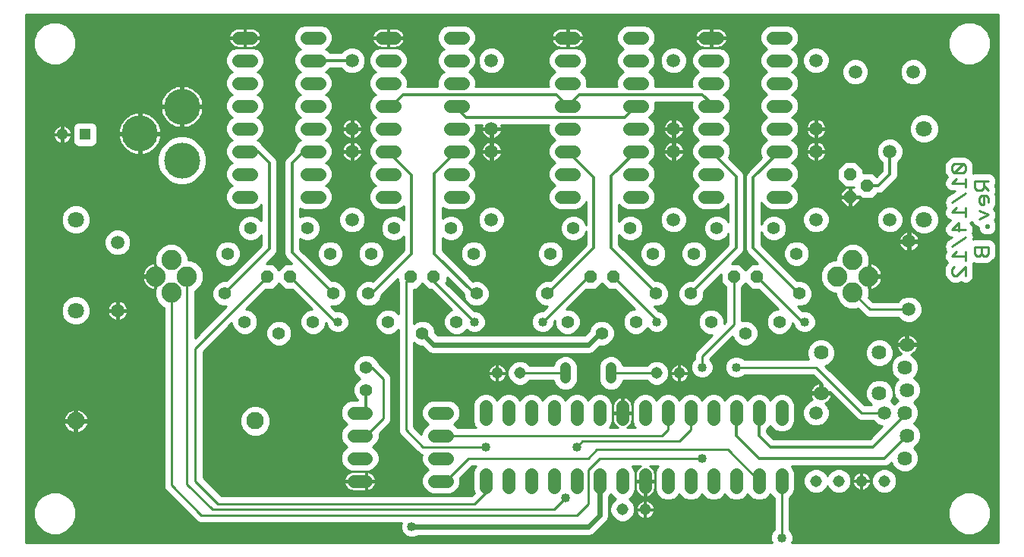
<source format=gbl>
G75*
G70*
%OFA0B0*%
%FSLAX24Y24*%
%IPPOS*%
%LPD*%
%AMOC8*
5,1,8,0,0,1.08239X$1,22.5*
%
%ADD10C,0.0110*%
%ADD11C,0.0555*%
%ADD12C,0.0560*%
%ADD13C,0.0712*%
%ADD14C,0.0480*%
%ADD15C,0.0516*%
%ADD16C,0.0640*%
%ADD17C,0.0594*%
%ADD18C,0.1580*%
%ADD19R,0.0516X0.0516*%
%ADD20OC8,0.0560*%
%ADD21C,0.0768*%
%ADD22C,0.0560*%
%ADD23C,0.0886*%
%ADD24C,0.0120*%
%ADD25C,0.0100*%
%ADD26C,0.0400*%
%ADD27C,0.0240*%
D10*
X041529Y012288D02*
X041529Y012485D01*
X041628Y012583D01*
X041726Y012189D02*
X042120Y012583D01*
X042120Y012189D01*
X041726Y012189D02*
X041628Y012189D01*
X041529Y012288D01*
X042120Y012834D02*
X042120Y013228D01*
X042120Y013031D02*
X041529Y013031D01*
X041726Y013228D01*
X041529Y013479D02*
X042120Y013872D01*
X042120Y014222D02*
X041529Y014222D01*
X041825Y014517D01*
X041825Y014123D01*
X042726Y014662D02*
X043120Y014859D01*
X042726Y015056D01*
X042825Y015307D02*
X042923Y015307D01*
X042923Y015700D01*
X042825Y015700D02*
X042726Y015602D01*
X042726Y015405D01*
X042825Y015307D01*
X043120Y015405D02*
X043120Y015602D01*
X043022Y015700D01*
X042825Y015700D01*
X042825Y015951D02*
X042628Y015951D01*
X042529Y016050D01*
X042529Y016345D01*
X043120Y016345D01*
X042923Y016345D02*
X042923Y016050D01*
X042825Y015951D01*
X042923Y016148D02*
X043120Y015951D01*
X042120Y016057D02*
X042120Y016450D01*
X042120Y016254D02*
X041529Y016254D01*
X041726Y016450D01*
X041628Y016701D02*
X042022Y017095D01*
X042120Y016997D01*
X042120Y016800D01*
X042022Y016701D01*
X041628Y016701D01*
X041529Y016800D01*
X041529Y016997D01*
X041628Y017095D01*
X042022Y017095D01*
X042120Y015806D02*
X041529Y015412D01*
X041726Y015161D02*
X041529Y014965D01*
X042120Y014965D01*
X042120Y015161D02*
X042120Y014768D01*
X043022Y014411D02*
X043022Y014313D01*
X043120Y014313D01*
X043120Y014411D01*
X043022Y014411D01*
X043120Y013445D02*
X042529Y013445D01*
X042529Y013149D01*
X042628Y013051D01*
X042726Y013051D01*
X042825Y013149D01*
X042825Y013445D01*
X043120Y013445D02*
X043120Y013149D01*
X043022Y013051D01*
X042923Y013051D01*
X042825Y013149D01*
D11*
X034815Y011400D03*
X033940Y010150D03*
X032440Y009650D03*
X030940Y010150D03*
X030065Y011400D03*
X028516Y011400D03*
X027641Y010150D03*
X026141Y009650D03*
X024641Y010150D03*
X023766Y011400D03*
X023891Y013150D03*
X024891Y014275D03*
X027391Y014275D03*
X028391Y013150D03*
X030190Y013150D03*
X031190Y014275D03*
X033690Y014275D03*
X034690Y013150D03*
X020642Y011400D03*
X019767Y010150D03*
X018267Y009650D03*
X016767Y010150D03*
X015892Y011400D03*
X014342Y011400D03*
X013467Y010150D03*
X011967Y009650D03*
X010467Y010150D03*
X009592Y011400D03*
X009717Y013150D03*
X010717Y014275D03*
X013217Y014275D03*
X014217Y013150D03*
X016017Y013150D03*
X017017Y014275D03*
X019517Y014275D03*
X020517Y013150D03*
D12*
X020047Y015650D02*
X019487Y015650D01*
X019487Y016650D02*
X020047Y016650D01*
X020047Y017650D02*
X019487Y017650D01*
X019487Y018650D02*
X020047Y018650D01*
X020047Y019650D02*
X019487Y019650D01*
X019487Y020650D02*
X020047Y020650D01*
X020047Y021650D02*
X019487Y021650D01*
X019487Y022650D02*
X020047Y022650D01*
X017047Y022650D02*
X016487Y022650D01*
X016487Y021650D02*
X017047Y021650D01*
X017047Y020650D02*
X016487Y020650D01*
X016487Y019650D02*
X017047Y019650D01*
X017047Y018650D02*
X016487Y018650D01*
X016487Y017650D02*
X017047Y017650D01*
X017047Y016650D02*
X016487Y016650D01*
X016487Y015650D02*
X017047Y015650D01*
X013747Y015650D02*
X013187Y015650D01*
X013187Y016650D02*
X013747Y016650D01*
X013747Y017650D02*
X013187Y017650D01*
X013187Y018650D02*
X013747Y018650D01*
X013747Y019650D02*
X013187Y019650D01*
X013187Y020650D02*
X013747Y020650D01*
X013747Y021650D02*
X013187Y021650D01*
X013187Y022650D02*
X013747Y022650D01*
X010747Y022650D02*
X010187Y022650D01*
X010187Y021650D02*
X010747Y021650D01*
X010747Y020650D02*
X010187Y020650D01*
X010187Y019650D02*
X010747Y019650D01*
X010747Y018650D02*
X010187Y018650D01*
X010187Y017650D02*
X010747Y017650D01*
X010747Y016650D02*
X010187Y016650D01*
X010187Y015650D02*
X010747Y015650D01*
X024361Y015650D02*
X024921Y015650D01*
X024921Y016650D02*
X024361Y016650D01*
X024361Y017650D02*
X024921Y017650D01*
X024921Y018650D02*
X024361Y018650D01*
X024361Y019650D02*
X024921Y019650D01*
X024921Y020650D02*
X024361Y020650D01*
X024361Y021650D02*
X024921Y021650D01*
X024921Y022650D02*
X024361Y022650D01*
X027361Y022650D02*
X027921Y022650D01*
X027921Y021650D02*
X027361Y021650D01*
X027361Y020650D02*
X027921Y020650D01*
X027921Y019650D02*
X027361Y019650D01*
X027361Y018650D02*
X027921Y018650D01*
X027921Y017650D02*
X027361Y017650D01*
X027361Y016650D02*
X027921Y016650D01*
X027921Y015650D02*
X027361Y015650D01*
X030660Y015650D02*
X031220Y015650D01*
X031220Y016650D02*
X030660Y016650D01*
X030660Y017650D02*
X031220Y017650D01*
X031220Y018650D02*
X030660Y018650D01*
X030660Y019650D02*
X031220Y019650D01*
X031220Y020650D02*
X030660Y020650D01*
X030660Y021650D02*
X031220Y021650D01*
X031220Y022650D02*
X030660Y022650D01*
X033660Y022650D02*
X034220Y022650D01*
X034220Y021650D02*
X033660Y021650D01*
X033660Y020650D02*
X034220Y020650D01*
X034220Y019650D02*
X033660Y019650D01*
X033660Y018650D02*
X034220Y018650D01*
X034220Y017650D02*
X033660Y017650D01*
X033660Y016650D02*
X034220Y016650D01*
X034220Y015650D02*
X033660Y015650D01*
X034050Y006430D02*
X034050Y005870D01*
X033050Y005870D02*
X033050Y006430D01*
X032050Y006430D02*
X032050Y005870D01*
X031050Y005870D02*
X031050Y006430D01*
X030050Y006430D02*
X030050Y005870D01*
X029050Y005870D02*
X029050Y006430D01*
X028050Y006430D02*
X028050Y005870D01*
X027050Y005870D02*
X027050Y006430D01*
X026050Y006430D02*
X026050Y005870D01*
X025050Y005870D02*
X025050Y006430D01*
X024050Y006430D02*
X024050Y005870D01*
X023050Y005870D02*
X023050Y006430D01*
X022050Y006430D02*
X022050Y005870D01*
X021050Y005870D02*
X021050Y006430D01*
X019360Y006150D02*
X018800Y006150D01*
X018800Y005150D02*
X019360Y005150D01*
X019360Y004150D02*
X018800Y004150D01*
X018800Y003150D02*
X019360Y003150D01*
X021050Y003430D02*
X021050Y002870D01*
X022050Y002870D02*
X022050Y003430D01*
X023050Y003430D02*
X023050Y002870D01*
X024050Y002870D02*
X024050Y003430D01*
X025050Y003430D02*
X025050Y002870D01*
X026050Y002870D02*
X026050Y003430D01*
X027050Y003430D02*
X027050Y002870D01*
X028050Y002870D02*
X028050Y003430D01*
X029050Y003430D02*
X029050Y002870D01*
X030050Y002870D02*
X030050Y003430D01*
X031050Y003430D02*
X031050Y002870D01*
X032050Y002870D02*
X032050Y003430D01*
X033050Y003430D02*
X033050Y002870D01*
X034050Y002870D02*
X034050Y003430D01*
X015800Y003150D02*
X015240Y003150D01*
X015240Y004150D02*
X015800Y004150D01*
X015800Y005150D02*
X015240Y005150D01*
X015240Y006150D02*
X015800Y006150D01*
D13*
X003050Y010650D03*
X003050Y014650D03*
X040300Y014650D03*
X040300Y018650D03*
D14*
X026550Y008140D02*
X026550Y007660D01*
X024550Y007660D02*
X024550Y008140D01*
D15*
X022550Y007900D03*
X021550Y007900D03*
X028550Y007900D03*
X029550Y007900D03*
X035550Y003150D03*
X036550Y003150D03*
X037550Y003150D03*
X038550Y003150D03*
X028050Y001900D03*
X027050Y001900D03*
X002454Y018400D03*
D16*
X035770Y008790D03*
X038330Y008790D03*
X039550Y009150D03*
X039450Y008150D03*
X039550Y007150D03*
X038330Y007010D03*
X039450Y006150D03*
X039550Y005150D03*
X039450Y004150D03*
X035770Y007010D03*
D17*
X035550Y006150D03*
X038550Y006150D03*
X039633Y010693D03*
X039633Y013693D03*
X038800Y014650D03*
X035550Y014650D03*
X035550Y017650D03*
X035550Y018650D03*
X038800Y017650D03*
X039830Y021150D03*
X037270Y021150D03*
X035550Y021650D03*
X029300Y021650D03*
X029300Y018650D03*
X029300Y017650D03*
X029300Y014650D03*
X021300Y014650D03*
X021300Y017650D03*
X021300Y018650D03*
X021300Y021650D03*
X015175Y021650D03*
X015175Y018650D03*
X015175Y017650D03*
X015175Y014650D03*
X004881Y013650D03*
X004881Y010650D03*
D18*
X007704Y017256D03*
X005853Y018437D03*
X007704Y019619D03*
D19*
X003454Y018400D03*
D20*
X011467Y012150D03*
X012467Y012150D03*
X017767Y012150D03*
X018767Y012150D03*
X025641Y012150D03*
X026641Y012150D03*
X031940Y012150D03*
X032940Y012150D03*
X037050Y015650D03*
X037800Y016150D03*
X037050Y016650D03*
D21*
X010924Y005794D03*
X003050Y005794D03*
D22*
X015800Y007150D03*
X015800Y008150D03*
D23*
X007933Y012150D03*
X007243Y011440D03*
X006553Y012150D03*
X007243Y012860D03*
X036474Y012150D03*
X037164Y011440D03*
X037854Y012150D03*
X037164Y012860D03*
D24*
X034815Y011400D02*
X034800Y011400D01*
X032800Y013400D01*
X032800Y016510D01*
X033940Y017650D01*
X032050Y016540D02*
X030940Y017650D01*
X032050Y016540D02*
X032050Y013400D01*
X030065Y011415D01*
X030065Y011400D01*
X028516Y011400D02*
X028516Y011434D01*
X026550Y013400D01*
X026550Y016559D01*
X027641Y017650D01*
X025800Y016491D02*
X024641Y017650D01*
X025800Y016491D02*
X025800Y013400D01*
X023800Y011400D01*
X023766Y011400D01*
X020642Y011400D02*
X020550Y011400D01*
X018800Y013150D01*
X018800Y016683D01*
X019767Y017650D01*
X017800Y016617D02*
X016767Y017650D01*
X017800Y016617D02*
X017800Y013150D01*
X016050Y011400D01*
X015892Y011400D01*
X014342Y011400D02*
X012550Y013192D01*
X012550Y017150D01*
X013050Y017650D01*
X013467Y017650D01*
X011550Y017150D02*
X011550Y013358D01*
X009592Y011400D01*
X015800Y007150D02*
X015800Y006150D01*
X032050Y006150D02*
X032050Y005150D01*
X033050Y004150D01*
X038550Y004150D01*
X039550Y005150D01*
X039450Y006050D02*
X038050Y004650D01*
X033550Y004650D01*
X033050Y005150D01*
X033050Y006150D01*
X032050Y006150D02*
X032050Y005650D01*
X039450Y006050D02*
X039450Y006150D01*
X038300Y016150D02*
X037800Y016150D01*
X038300Y016150D02*
X038800Y016650D01*
X038800Y017650D01*
X030940Y019650D02*
X030940Y019760D01*
X030550Y020150D01*
X025141Y020150D01*
X024641Y019650D01*
X024141Y020150D01*
X017425Y020150D01*
X016925Y019650D01*
X016767Y019650D01*
X019767Y019650D02*
X019767Y019558D01*
X020175Y019150D01*
X027141Y019150D01*
X027641Y019650D01*
X015175Y021650D02*
X013467Y021650D01*
X011050Y017650D02*
X010467Y017650D01*
X011050Y017650D02*
X011550Y017150D01*
D25*
X000840Y023679D02*
X000840Y000440D01*
X033607Y000440D01*
X033560Y000553D01*
X033560Y000747D01*
X033635Y000928D01*
X033710Y001003D01*
X033710Y002404D01*
X033567Y002547D01*
X033550Y002588D01*
X033533Y002547D01*
X033373Y002387D01*
X033163Y002300D01*
X032937Y002300D01*
X032727Y002387D01*
X032567Y002547D01*
X032550Y002588D01*
X032533Y002547D01*
X032373Y002387D01*
X032163Y002300D01*
X031937Y002300D01*
X031727Y002387D01*
X031567Y002547D01*
X031550Y002588D01*
X031533Y002547D01*
X031373Y002387D01*
X031163Y002300D01*
X030937Y002300D01*
X030727Y002387D01*
X030567Y002547D01*
X030550Y002588D01*
X030533Y002547D01*
X030373Y002387D01*
X030163Y002300D01*
X029937Y002300D01*
X029727Y002387D01*
X029567Y002547D01*
X029550Y002588D01*
X029533Y002547D01*
X029373Y002387D01*
X029163Y002300D01*
X028937Y002300D01*
X028727Y002387D01*
X028567Y002547D01*
X028480Y002757D01*
X028480Y003543D01*
X028567Y003753D01*
X028624Y003810D01*
X028251Y003810D01*
X028275Y003798D01*
X028330Y003758D01*
X028378Y003710D01*
X028418Y003655D01*
X028448Y003595D01*
X028469Y003531D01*
X028480Y003464D01*
X028480Y003180D01*
X028080Y003180D01*
X028080Y003120D01*
X028480Y003120D01*
X028480Y002836D01*
X028469Y002769D01*
X028448Y002705D01*
X028418Y002645D01*
X028378Y002590D01*
X028330Y002542D01*
X028275Y002502D01*
X028215Y002472D01*
X028151Y002451D01*
X028084Y002440D01*
X028080Y002440D01*
X028080Y003120D01*
X028020Y003120D01*
X028020Y002440D01*
X028016Y002440D01*
X027949Y002451D01*
X027885Y002472D01*
X027825Y002502D01*
X027770Y002542D01*
X027722Y002590D01*
X027682Y002645D01*
X027652Y002705D01*
X027631Y002769D01*
X027620Y002836D01*
X027620Y003120D01*
X028020Y003120D01*
X028020Y003180D01*
X027620Y003180D01*
X027620Y003464D01*
X027631Y003531D01*
X027652Y003595D01*
X027682Y003655D01*
X027722Y003710D01*
X027770Y003758D01*
X027825Y003798D01*
X027849Y003810D01*
X027476Y003810D01*
X027533Y003753D01*
X027620Y003543D01*
X027620Y002757D01*
X027533Y002547D01*
X027373Y002387D01*
X027340Y002373D01*
X027360Y002364D01*
X027514Y002210D01*
X027598Y002009D01*
X027598Y001791D01*
X027514Y001590D01*
X027360Y001436D01*
X027159Y001352D01*
X026941Y001352D01*
X026740Y001436D01*
X026586Y001590D01*
X026502Y001791D01*
X026502Y002009D01*
X026586Y002210D01*
X026740Y002364D01*
X026760Y002373D01*
X026727Y002387D01*
X026567Y002547D01*
X026550Y002588D01*
X026533Y002547D01*
X026460Y002474D01*
X026460Y001568D01*
X026398Y001418D01*
X025898Y000918D01*
X025782Y000802D01*
X025632Y000740D01*
X018083Y000740D01*
X018078Y000735D01*
X017897Y000660D01*
X017703Y000660D01*
X017522Y000735D01*
X017385Y000872D01*
X017310Y001053D01*
X017310Y001247D01*
X017336Y001310D01*
X008482Y001310D01*
X008357Y001362D01*
X008262Y001457D01*
X006955Y002764D01*
X006903Y002889D01*
X006903Y010788D01*
X006828Y010819D01*
X006622Y011025D01*
X006510Y011294D01*
X006510Y011586D01*
X006603Y011810D01*
X006603Y012100D01*
X006503Y012100D01*
X006503Y011558D01*
X006414Y011572D01*
X006325Y011601D01*
X006242Y011643D01*
X006167Y011698D01*
X006101Y011764D01*
X006046Y011839D01*
X006003Y011922D01*
X005975Y012011D01*
X005961Y012100D01*
X006503Y012100D01*
X006503Y012200D01*
X006503Y012742D01*
X006414Y012728D01*
X006325Y012699D01*
X006242Y012657D01*
X006167Y012602D01*
X006101Y012536D01*
X006046Y012461D01*
X006003Y012378D01*
X005975Y012289D01*
X005961Y012200D01*
X006503Y012200D01*
X006603Y012200D01*
X006603Y012490D01*
X006510Y012714D01*
X006510Y013006D01*
X006622Y013275D01*
X006828Y013481D01*
X007097Y013593D01*
X007389Y013593D01*
X007658Y013481D01*
X007864Y013275D01*
X007976Y013006D01*
X007976Y012883D01*
X008079Y012883D01*
X008348Y012771D01*
X008554Y012565D01*
X008666Y012296D01*
X008666Y012004D01*
X008554Y011735D01*
X008348Y011529D01*
X008273Y011498D01*
X008273Y009436D01*
X009669Y010833D01*
X009479Y010833D01*
X009271Y010919D01*
X009111Y011079D01*
X009025Y011287D01*
X009025Y011513D01*
X009111Y011721D01*
X009271Y011881D01*
X009479Y011967D01*
X009665Y011967D01*
X011200Y013503D01*
X011200Y013957D01*
X011198Y013954D01*
X011039Y013794D01*
X010830Y013708D01*
X010604Y013708D01*
X010396Y013794D01*
X010236Y013954D01*
X010150Y014162D01*
X010150Y014388D01*
X010236Y014596D01*
X010396Y014756D01*
X010604Y014842D01*
X010830Y014842D01*
X011039Y014756D01*
X011198Y014596D01*
X011200Y014593D01*
X011200Y015297D01*
X011070Y015167D01*
X010861Y015080D01*
X010074Y015080D01*
X009864Y015167D01*
X009704Y015327D01*
X009617Y015537D01*
X009617Y015763D01*
X009704Y015973D01*
X009864Y016133D01*
X009905Y016150D01*
X009864Y016167D01*
X009704Y016327D01*
X009617Y016537D01*
X009617Y016763D01*
X009704Y016973D01*
X009864Y017133D01*
X009905Y017150D01*
X009864Y017167D01*
X009704Y017327D01*
X009617Y017537D01*
X009617Y017763D01*
X009704Y017973D01*
X009864Y018133D01*
X009905Y018150D01*
X009864Y018167D01*
X009704Y018327D01*
X009617Y018537D01*
X009617Y018763D01*
X009704Y018973D01*
X009864Y019133D01*
X009905Y019150D01*
X009864Y019167D01*
X009704Y019327D01*
X009617Y019537D01*
X009617Y019763D01*
X009704Y019973D01*
X009864Y020133D01*
X009905Y020150D01*
X009864Y020167D01*
X009704Y020327D01*
X009617Y020537D01*
X009617Y020763D01*
X009704Y020973D01*
X009864Y021133D01*
X009905Y021150D01*
X009864Y021167D01*
X009704Y021327D01*
X009617Y021537D01*
X009617Y021763D01*
X009704Y021973D01*
X009864Y022133D01*
X010074Y022220D01*
X010861Y022220D01*
X011070Y022133D01*
X011231Y021973D01*
X011317Y021763D01*
X011317Y021537D01*
X011231Y021327D01*
X011070Y021167D01*
X011030Y021150D01*
X011070Y021133D01*
X011231Y020973D01*
X011317Y020763D01*
X011317Y020537D01*
X011231Y020327D01*
X011070Y020167D01*
X011030Y020150D01*
X011070Y020133D01*
X011231Y019973D01*
X011317Y019763D01*
X011317Y019537D01*
X011231Y019327D01*
X011070Y019167D01*
X011030Y019150D01*
X011070Y019133D01*
X011231Y018973D01*
X011317Y018763D01*
X011317Y018537D01*
X011231Y018327D01*
X011070Y018167D01*
X011030Y018150D01*
X011070Y018133D01*
X011231Y017973D01*
X011240Y017950D01*
X011248Y017947D01*
X011748Y017447D01*
X011847Y017348D01*
X011900Y017220D01*
X011900Y013288D01*
X011847Y013159D01*
X011407Y012720D01*
X011703Y012720D01*
X011967Y012456D01*
X012231Y012720D01*
X012527Y012720D01*
X012253Y012994D01*
X012200Y013123D01*
X012200Y017220D01*
X012253Y017348D01*
X012352Y017447D01*
X012617Y017712D01*
X012617Y017763D01*
X012704Y017973D01*
X012864Y018133D01*
X012905Y018150D01*
X012864Y018167D01*
X012704Y018327D01*
X012617Y018537D01*
X012617Y018763D01*
X012704Y018973D01*
X012864Y019133D01*
X012905Y019150D01*
X012864Y019167D01*
X012704Y019327D01*
X012617Y019537D01*
X012617Y019763D01*
X012704Y019973D01*
X012864Y020133D01*
X012905Y020150D01*
X012864Y020167D01*
X012704Y020327D01*
X012617Y020537D01*
X012617Y020763D01*
X012704Y020973D01*
X012864Y021133D01*
X012905Y021150D01*
X012864Y021167D01*
X012704Y021327D01*
X012617Y021537D01*
X012617Y021763D01*
X012704Y021973D01*
X012864Y022133D01*
X012905Y022150D01*
X012864Y022167D01*
X012704Y022327D01*
X012617Y022537D01*
X012617Y022763D01*
X012704Y022973D01*
X012864Y023133D01*
X013074Y023220D01*
X013861Y023220D01*
X014070Y023133D01*
X014231Y022973D01*
X014317Y022763D01*
X014317Y022537D01*
X014231Y022327D01*
X014070Y022167D01*
X014030Y022150D01*
X014070Y022133D01*
X014203Y022000D01*
X014695Y022000D01*
X014842Y022148D01*
X015058Y022237D01*
X015292Y022237D01*
X015508Y022148D01*
X015673Y021983D01*
X015762Y021767D01*
X015762Y021533D01*
X015673Y021317D01*
X015508Y021152D01*
X015292Y021063D01*
X015058Y021063D01*
X014842Y021152D01*
X014695Y021300D01*
X014203Y021300D01*
X014070Y021167D01*
X014030Y021150D01*
X014070Y021133D01*
X014231Y020973D01*
X014317Y020763D01*
X014317Y020537D01*
X014231Y020327D01*
X014070Y020167D01*
X014030Y020150D01*
X014070Y020133D01*
X014231Y019973D01*
X014317Y019763D01*
X014317Y019537D01*
X014231Y019327D01*
X014070Y019167D01*
X014030Y019150D01*
X014070Y019133D01*
X014231Y018973D01*
X014317Y018763D01*
X014317Y018537D01*
X014231Y018327D01*
X014070Y018167D01*
X014030Y018150D01*
X014070Y018133D01*
X014231Y017973D01*
X014317Y017763D01*
X014317Y017537D01*
X014231Y017327D01*
X014070Y017167D01*
X014030Y017150D01*
X014070Y017133D01*
X014231Y016973D01*
X014317Y016763D01*
X014317Y016537D01*
X014231Y016327D01*
X014070Y016167D01*
X014030Y016150D01*
X014070Y016133D01*
X014231Y015973D01*
X014317Y015763D01*
X014317Y015537D01*
X014231Y015327D01*
X014070Y015167D01*
X013861Y015080D01*
X013074Y015080D01*
X012900Y015152D01*
X012900Y014758D01*
X013104Y014842D01*
X013330Y014842D01*
X013539Y014756D01*
X013698Y014596D01*
X013785Y014388D01*
X013785Y014162D01*
X013698Y013954D01*
X013539Y013794D01*
X013330Y013708D01*
X013104Y013708D01*
X012900Y013792D01*
X012900Y013337D01*
X014270Y011967D01*
X014455Y011967D01*
X014664Y011881D01*
X014823Y011721D01*
X014910Y011513D01*
X014910Y011287D01*
X014823Y011079D01*
X014664Y010919D01*
X014455Y010833D01*
X014266Y010833D01*
X014458Y010640D01*
X014647Y010640D01*
X014828Y010565D01*
X014965Y010428D01*
X015040Y010247D01*
X015040Y010053D01*
X014965Y009872D01*
X014828Y009735D01*
X014647Y009660D01*
X014453Y009660D01*
X014272Y009735D01*
X014135Y009872D01*
X014060Y010053D01*
X014060Y010076D01*
X014035Y010102D01*
X014035Y010037D01*
X013948Y009829D01*
X013789Y009669D01*
X013580Y009583D01*
X013354Y009583D01*
X013146Y009669D01*
X012986Y009829D01*
X012900Y010037D01*
X012900Y010263D01*
X012986Y010471D01*
X013146Y010631D01*
X013354Y010717D01*
X013419Y010717D01*
X012556Y011580D01*
X012231Y011580D01*
X011967Y011844D01*
X011703Y011580D01*
X011378Y011580D01*
X010516Y010717D01*
X010580Y010717D01*
X010789Y010631D01*
X010948Y010471D01*
X011035Y010263D01*
X011035Y010037D01*
X010948Y009829D01*
X010789Y009669D01*
X010580Y009583D01*
X010354Y009583D01*
X010146Y009669D01*
X009986Y009829D01*
X009900Y010037D01*
X009900Y010102D01*
X008640Y008842D01*
X008640Y003291D01*
X009441Y002490D01*
X020409Y002490D01*
X020537Y002618D01*
X020480Y002757D01*
X020480Y003543D01*
X020567Y003753D01*
X020624Y003810D01*
X020441Y003810D01*
X019920Y003289D01*
X019930Y003263D01*
X019930Y003037D01*
X019843Y002827D01*
X019683Y002667D01*
X019473Y002580D01*
X018687Y002580D01*
X018477Y002667D01*
X018317Y002827D01*
X018230Y003037D01*
X018230Y003263D01*
X018317Y003473D01*
X018477Y003633D01*
X018518Y003650D01*
X018477Y003667D01*
X018317Y003827D01*
X018230Y004037D01*
X018230Y004263D01*
X018249Y004310D01*
X018232Y004310D01*
X018107Y004362D01*
X017357Y005112D01*
X017262Y005207D01*
X017210Y005332D01*
X017210Y009791D01*
X017088Y009669D01*
X016879Y009583D01*
X016654Y009583D01*
X016445Y009669D01*
X016285Y009829D01*
X016199Y010037D01*
X016199Y010263D01*
X016285Y010471D01*
X016445Y010631D01*
X016654Y010717D01*
X016879Y010717D01*
X017088Y010631D01*
X017210Y010509D01*
X017210Y011900D01*
X017197Y011914D01*
X017197Y012052D01*
X016459Y011314D01*
X016459Y011287D01*
X016373Y011079D01*
X016213Y010919D01*
X016004Y010833D01*
X015779Y010833D01*
X015570Y010919D01*
X015410Y011079D01*
X015324Y011287D01*
X015324Y011513D01*
X015410Y011721D01*
X015570Y011881D01*
X015779Y011967D01*
X016004Y011967D01*
X016088Y011933D01*
X017450Y013295D01*
X017450Y013906D01*
X017338Y013794D01*
X017129Y013708D01*
X016904Y013708D01*
X016695Y013794D01*
X016535Y013954D01*
X016449Y014162D01*
X016449Y014388D01*
X016535Y014596D01*
X016695Y014756D01*
X016904Y014842D01*
X017129Y014842D01*
X017338Y014756D01*
X017450Y014644D01*
X017450Y015247D01*
X017369Y015167D01*
X017160Y015080D01*
X016373Y015080D01*
X016164Y015167D01*
X016003Y015327D01*
X015917Y015537D01*
X015917Y015763D01*
X016003Y015973D01*
X016164Y016133D01*
X016204Y016150D01*
X016164Y016167D01*
X016003Y016327D01*
X015917Y016537D01*
X015917Y016763D01*
X016003Y016973D01*
X016164Y017133D01*
X016204Y017150D01*
X016164Y017167D01*
X016003Y017327D01*
X015917Y017537D01*
X015917Y017763D01*
X016003Y017973D01*
X016164Y018133D01*
X016204Y018150D01*
X016164Y018167D01*
X016003Y018327D01*
X015917Y018537D01*
X015917Y018763D01*
X016003Y018973D01*
X016164Y019133D01*
X016204Y019150D01*
X016164Y019167D01*
X016003Y019327D01*
X015917Y019537D01*
X015917Y019763D01*
X016003Y019973D01*
X016164Y020133D01*
X016204Y020150D01*
X016164Y020167D01*
X016003Y020327D01*
X015917Y020537D01*
X015917Y020763D01*
X016003Y020973D01*
X016164Y021133D01*
X016204Y021150D01*
X016164Y021167D01*
X016003Y021327D01*
X015917Y021537D01*
X015917Y021763D01*
X016003Y021973D01*
X016164Y022133D01*
X016373Y022220D01*
X017160Y022220D01*
X017369Y022133D01*
X017530Y021973D01*
X017617Y021763D01*
X017617Y021537D01*
X017530Y021327D01*
X017369Y021167D01*
X017329Y021150D01*
X017369Y021133D01*
X017530Y020973D01*
X017617Y020763D01*
X017617Y020537D01*
X017601Y020500D01*
X018932Y020500D01*
X018917Y020537D01*
X018917Y020763D01*
X019003Y020973D01*
X019164Y021133D01*
X019204Y021150D01*
X019164Y021167D01*
X019003Y021327D01*
X018917Y021537D01*
X018917Y021763D01*
X019003Y021973D01*
X019164Y022133D01*
X019204Y022150D01*
X019164Y022167D01*
X019003Y022327D01*
X018917Y022537D01*
X018917Y022763D01*
X019003Y022973D01*
X019164Y023133D01*
X019373Y023220D01*
X020160Y023220D01*
X020369Y023133D01*
X020530Y022973D01*
X020617Y022763D01*
X020617Y022537D01*
X020530Y022327D01*
X020369Y022167D01*
X020329Y022150D01*
X020369Y022133D01*
X020530Y021973D01*
X020617Y021763D01*
X020617Y021537D01*
X020530Y021327D01*
X020369Y021167D01*
X020329Y021150D01*
X020369Y021133D01*
X020530Y020973D01*
X020617Y020763D01*
X020617Y020537D01*
X020601Y020500D01*
X023806Y020500D01*
X023791Y020537D01*
X023791Y020763D01*
X023877Y020973D01*
X024038Y021133D01*
X024078Y021150D01*
X024038Y021167D01*
X023877Y021327D01*
X023791Y021537D01*
X023791Y021763D01*
X023877Y021973D01*
X024038Y022133D01*
X024247Y022220D01*
X025034Y022220D01*
X025243Y022133D01*
X025404Y021973D01*
X025491Y021763D01*
X025491Y021537D01*
X025404Y021327D01*
X025243Y021167D01*
X025203Y021150D01*
X025243Y021133D01*
X025404Y020973D01*
X025491Y020763D01*
X025491Y020537D01*
X025475Y020500D01*
X026806Y020500D01*
X026791Y020537D01*
X026791Y020763D01*
X026877Y020973D01*
X027038Y021133D01*
X027078Y021150D01*
X027038Y021167D01*
X026877Y021327D01*
X026791Y021537D01*
X026791Y021763D01*
X026877Y021973D01*
X027038Y022133D01*
X027078Y022150D01*
X027038Y022167D01*
X026877Y022327D01*
X026791Y022537D01*
X026791Y022763D01*
X026877Y022973D01*
X027038Y023133D01*
X027247Y023220D01*
X028034Y023220D01*
X028243Y023133D01*
X028404Y022973D01*
X028491Y022763D01*
X028491Y022537D01*
X028404Y022327D01*
X028243Y022167D01*
X028203Y022150D01*
X028243Y022133D01*
X028404Y021973D01*
X028491Y021763D01*
X028491Y021537D01*
X028404Y021327D01*
X028243Y021167D01*
X028203Y021150D01*
X028243Y021133D01*
X028404Y020973D01*
X028491Y020763D01*
X028491Y020537D01*
X028475Y020500D01*
X030105Y020500D01*
X030090Y020537D01*
X030090Y020763D01*
X030177Y020973D01*
X030337Y021133D01*
X030377Y021150D01*
X030337Y021167D01*
X030177Y021327D01*
X030090Y021537D01*
X030090Y021763D01*
X030177Y021973D01*
X030337Y022133D01*
X030546Y022220D01*
X031333Y022220D01*
X031543Y022133D01*
X031703Y021973D01*
X031790Y021763D01*
X031790Y021537D01*
X031703Y021327D01*
X031543Y021167D01*
X031502Y021150D01*
X031543Y021133D01*
X031703Y020973D01*
X031790Y020763D01*
X031790Y020537D01*
X031703Y020327D01*
X031543Y020167D01*
X031502Y020150D01*
X031543Y020133D01*
X031703Y019973D01*
X031790Y019763D01*
X031790Y019537D01*
X031703Y019327D01*
X031543Y019167D01*
X031502Y019150D01*
X031543Y019133D01*
X031703Y018973D01*
X031790Y018763D01*
X031790Y018537D01*
X031703Y018327D01*
X031543Y018167D01*
X031502Y018150D01*
X031543Y018133D01*
X031703Y017973D01*
X031790Y017763D01*
X031790Y017537D01*
X031719Y017366D01*
X032347Y016738D01*
X032400Y016609D01*
X032400Y013330D01*
X032347Y013202D01*
X032248Y013103D01*
X031865Y012720D01*
X032176Y012720D01*
X032440Y012456D01*
X032704Y012720D01*
X032985Y012720D01*
X032602Y013103D01*
X032503Y013202D01*
X032450Y013330D01*
X032450Y016580D01*
X032503Y016708D01*
X033161Y017366D01*
X033090Y017537D01*
X033090Y017763D01*
X033177Y017973D01*
X033337Y018133D01*
X033377Y018150D01*
X033337Y018167D01*
X033177Y018327D01*
X033090Y018537D01*
X033090Y018763D01*
X033177Y018973D01*
X033337Y019133D01*
X033377Y019150D01*
X033337Y019167D01*
X033177Y019327D01*
X033090Y019537D01*
X033090Y019763D01*
X033177Y019973D01*
X033337Y020133D01*
X033377Y020150D01*
X033337Y020167D01*
X033177Y020327D01*
X033090Y020537D01*
X033090Y020763D01*
X033177Y020973D01*
X033337Y021133D01*
X033377Y021150D01*
X033337Y021167D01*
X033177Y021327D01*
X033090Y021537D01*
X033090Y021763D01*
X033177Y021973D01*
X033337Y022133D01*
X033377Y022150D01*
X033337Y022167D01*
X033177Y022327D01*
X033090Y022537D01*
X033090Y022763D01*
X033177Y022973D01*
X033337Y023133D01*
X033546Y023220D01*
X034333Y023220D01*
X034543Y023133D01*
X034703Y022973D01*
X034790Y022763D01*
X034790Y022537D01*
X034703Y022327D01*
X034543Y022167D01*
X034502Y022150D01*
X034543Y022133D01*
X034703Y021973D01*
X034790Y021763D01*
X034790Y021537D01*
X034703Y021327D01*
X034543Y021167D01*
X034502Y021150D01*
X034543Y021133D01*
X034703Y020973D01*
X034790Y020763D01*
X034790Y020537D01*
X034703Y020327D01*
X034543Y020167D01*
X034502Y020150D01*
X034543Y020133D01*
X034703Y019973D01*
X034790Y019763D01*
X034790Y019537D01*
X034703Y019327D01*
X034543Y019167D01*
X034502Y019150D01*
X034543Y019133D01*
X034703Y018973D01*
X034790Y018763D01*
X034790Y018537D01*
X034703Y018327D01*
X034543Y018167D01*
X034502Y018150D01*
X034543Y018133D01*
X034703Y017973D01*
X034790Y017763D01*
X034790Y017537D01*
X034703Y017327D01*
X034543Y017167D01*
X034502Y017150D01*
X034543Y017133D01*
X034703Y016973D01*
X034790Y016763D01*
X034790Y016537D01*
X034703Y016327D01*
X034543Y016167D01*
X034502Y016150D01*
X034543Y016133D01*
X034703Y015973D01*
X034790Y015763D01*
X034790Y015537D01*
X034703Y015327D01*
X034543Y015167D01*
X034333Y015080D01*
X033546Y015080D01*
X033337Y015167D01*
X033177Y015327D01*
X033150Y015391D01*
X033150Y014455D01*
X033209Y014596D01*
X033368Y014756D01*
X033577Y014842D01*
X033803Y014842D01*
X034011Y014756D01*
X034171Y014596D01*
X034257Y014388D01*
X034257Y014162D01*
X034171Y013954D01*
X034011Y013794D01*
X033803Y013708D01*
X033577Y013708D01*
X033368Y013794D01*
X033209Y013954D01*
X033150Y014095D01*
X033150Y013545D01*
X034727Y011967D01*
X034928Y011967D01*
X035136Y011881D01*
X035296Y011721D01*
X035382Y011513D01*
X035382Y011287D01*
X035296Y011079D01*
X035136Y010919D01*
X034928Y010833D01*
X034738Y010833D01*
X034937Y010634D01*
X034953Y010640D01*
X035147Y010640D01*
X035328Y010565D01*
X035465Y010428D01*
X035540Y010247D01*
X035540Y010053D01*
X035465Y009872D01*
X035328Y009735D01*
X035147Y009660D01*
X034953Y009660D01*
X034772Y009735D01*
X034635Y009872D01*
X034563Y010046D01*
X034507Y010102D01*
X034507Y010037D01*
X034421Y009829D01*
X034261Y009669D01*
X034053Y009583D01*
X033827Y009583D01*
X033618Y009669D01*
X033459Y009829D01*
X033372Y010037D01*
X033372Y010263D01*
X033459Y010471D01*
X033618Y010631D01*
X033827Y010717D01*
X033891Y010717D01*
X033029Y011580D01*
X032704Y011580D01*
X032440Y011844D01*
X032280Y011684D01*
X032280Y010198D01*
X032327Y010217D01*
X032553Y010217D01*
X032761Y010131D01*
X032921Y009971D01*
X033007Y009763D01*
X033007Y009537D01*
X032921Y009329D01*
X032761Y009169D01*
X032553Y009083D01*
X032327Y009083D01*
X032118Y009169D01*
X031959Y009329D01*
X031886Y009505D01*
X030890Y008509D01*
X030890Y008503D01*
X030965Y008428D01*
X031040Y008247D01*
X031040Y008053D01*
X030965Y007872D01*
X030828Y007735D01*
X030647Y007660D01*
X030453Y007660D01*
X030272Y007735D01*
X030135Y007872D01*
X030060Y008053D01*
X030060Y008247D01*
X030135Y008428D01*
X030210Y008503D01*
X030210Y008718D01*
X030262Y008843D01*
X030357Y008938D01*
X031002Y009583D01*
X030827Y009583D01*
X030618Y009669D01*
X030459Y009829D01*
X030372Y010037D01*
X030372Y010263D01*
X030459Y010471D01*
X030618Y010631D01*
X030827Y010717D01*
X031053Y010717D01*
X031261Y010631D01*
X031421Y010471D01*
X031507Y010263D01*
X031507Y010088D01*
X031600Y010181D01*
X031600Y011684D01*
X031370Y011914D01*
X031370Y012225D01*
X030632Y011487D01*
X030632Y011287D01*
X030546Y011079D01*
X030386Y010919D01*
X030178Y010833D01*
X029952Y010833D01*
X029743Y010919D01*
X029584Y011079D01*
X029497Y011287D01*
X029497Y011513D01*
X029584Y011721D01*
X029743Y011881D01*
X029952Y011967D01*
X030123Y011967D01*
X031700Y013545D01*
X031700Y014024D01*
X031671Y013954D01*
X031511Y013794D01*
X031303Y013708D01*
X031077Y013708D01*
X030868Y013794D01*
X030709Y013954D01*
X030622Y014162D01*
X030622Y014388D01*
X030709Y014596D01*
X030868Y014756D01*
X031077Y014842D01*
X031303Y014842D01*
X031511Y014756D01*
X031671Y014596D01*
X031700Y014526D01*
X031700Y015324D01*
X031543Y015167D01*
X031333Y015080D01*
X030546Y015080D01*
X030337Y015167D01*
X030177Y015327D01*
X030090Y015537D01*
X030090Y015763D01*
X030177Y015973D01*
X030337Y016133D01*
X030377Y016150D01*
X030337Y016167D01*
X030177Y016327D01*
X030090Y016537D01*
X030090Y016763D01*
X030177Y016973D01*
X030337Y017133D01*
X030377Y017150D01*
X030337Y017167D01*
X030177Y017327D01*
X030090Y017537D01*
X030090Y017763D01*
X030177Y017973D01*
X030337Y018133D01*
X030377Y018150D01*
X030337Y018167D01*
X030177Y018327D01*
X030090Y018537D01*
X030090Y018763D01*
X030177Y018973D01*
X030337Y019133D01*
X030377Y019150D01*
X030337Y019167D01*
X030177Y019327D01*
X030090Y019537D01*
X030090Y019763D01*
X030105Y019800D01*
X028475Y019800D01*
X028491Y019763D01*
X028491Y019537D01*
X028404Y019327D01*
X028243Y019167D01*
X028203Y019150D01*
X028243Y019133D01*
X028404Y018973D01*
X028491Y018763D01*
X028491Y018537D01*
X028404Y018327D01*
X028243Y018167D01*
X028203Y018150D01*
X028243Y018133D01*
X028404Y017973D01*
X028491Y017763D01*
X028491Y017537D01*
X028404Y017327D01*
X028243Y017167D01*
X028203Y017150D01*
X028243Y017133D01*
X028404Y016973D01*
X028491Y016763D01*
X028491Y016537D01*
X028404Y016327D01*
X028243Y016167D01*
X028203Y016150D01*
X028243Y016133D01*
X028404Y015973D01*
X028491Y015763D01*
X028491Y015537D01*
X028404Y015327D01*
X028243Y015167D01*
X028034Y015080D01*
X027247Y015080D01*
X027038Y015167D01*
X026900Y015304D01*
X026900Y014574D01*
X026909Y014596D01*
X027069Y014756D01*
X027278Y014842D01*
X027503Y014842D01*
X027712Y014756D01*
X027872Y014596D01*
X027958Y014388D01*
X027958Y014162D01*
X027872Y013954D01*
X027712Y013794D01*
X027503Y013708D01*
X027278Y013708D01*
X027069Y013794D01*
X026909Y013954D01*
X026900Y013976D01*
X026900Y013545D01*
X028477Y011967D01*
X028628Y011967D01*
X028837Y011881D01*
X028997Y011721D01*
X029083Y011513D01*
X029083Y011287D01*
X028997Y011079D01*
X028837Y010919D01*
X028628Y010833D01*
X028439Y010833D01*
X028631Y010640D01*
X028647Y010640D01*
X028828Y010565D01*
X028965Y010428D01*
X029040Y010247D01*
X029040Y010053D01*
X028965Y009872D01*
X028828Y009735D01*
X028647Y009660D01*
X028453Y009660D01*
X028272Y009735D01*
X028138Y009869D01*
X028122Y009829D01*
X027962Y009669D01*
X027753Y009583D01*
X027528Y009583D01*
X027319Y009669D01*
X027159Y009829D01*
X027073Y010037D01*
X027073Y010263D01*
X027159Y010471D01*
X027319Y010631D01*
X027528Y010717D01*
X027592Y010717D01*
X026730Y011580D01*
X026404Y011580D01*
X026141Y011844D01*
X025877Y011580D01*
X025461Y011580D01*
X024598Y010717D01*
X024753Y010717D01*
X024962Y010631D01*
X025122Y010471D01*
X025208Y010263D01*
X025208Y010037D01*
X025122Y009829D01*
X024962Y009669D01*
X024753Y009583D01*
X024528Y009583D01*
X024319Y009669D01*
X024159Y009829D01*
X024073Y010037D01*
X024073Y010192D01*
X024040Y010159D01*
X024040Y010053D01*
X023965Y009872D01*
X023828Y009735D01*
X023647Y009660D01*
X023453Y009660D01*
X023272Y009735D01*
X023135Y009872D01*
X023060Y010053D01*
X023060Y010247D01*
X023135Y010428D01*
X023272Y010565D01*
X023453Y010640D01*
X023559Y010640D01*
X023752Y010833D01*
X023653Y010833D01*
X023444Y010919D01*
X023284Y011079D01*
X023198Y011287D01*
X023198Y011513D01*
X023284Y011721D01*
X023444Y011881D01*
X023653Y011967D01*
X023873Y011967D01*
X025450Y013545D01*
X025450Y014143D01*
X025372Y013954D01*
X025212Y013794D01*
X025003Y013708D01*
X024778Y013708D01*
X024569Y013794D01*
X024409Y013954D01*
X024323Y014162D01*
X024323Y014388D01*
X024409Y014596D01*
X024569Y014756D01*
X024778Y014842D01*
X025003Y014842D01*
X025212Y014756D01*
X025372Y014596D01*
X025450Y014407D01*
X025450Y015439D01*
X025404Y015327D01*
X025243Y015167D01*
X025034Y015080D01*
X024247Y015080D01*
X024038Y015167D01*
X023877Y015327D01*
X023791Y015537D01*
X023791Y015763D01*
X023877Y015973D01*
X024038Y016133D01*
X024078Y016150D01*
X024038Y016167D01*
X023877Y016327D01*
X023791Y016537D01*
X023791Y016763D01*
X023877Y016973D01*
X024038Y017133D01*
X024078Y017150D01*
X024038Y017167D01*
X023877Y017327D01*
X023791Y017537D01*
X023791Y017763D01*
X023877Y017973D01*
X024038Y018133D01*
X024078Y018150D01*
X024038Y018167D01*
X023877Y018327D01*
X023791Y018537D01*
X023791Y018763D01*
X023806Y018800D01*
X021721Y018800D01*
X021736Y018755D01*
X021747Y018689D01*
X021339Y018689D01*
X021339Y018611D01*
X021747Y018611D01*
X021736Y018545D01*
X021714Y018478D01*
X021682Y018416D01*
X021641Y018359D01*
X021591Y018309D01*
X021534Y018268D01*
X021472Y018236D01*
X021405Y018214D01*
X021339Y018203D01*
X021339Y018611D01*
X021261Y018611D01*
X021261Y018203D01*
X021195Y018214D01*
X021128Y018236D01*
X021066Y018268D01*
X021009Y018309D01*
X020959Y018359D01*
X020918Y018416D01*
X020886Y018478D01*
X020864Y018545D01*
X020853Y018611D01*
X021261Y018611D01*
X021261Y018689D01*
X020853Y018689D01*
X020864Y018755D01*
X020879Y018800D01*
X020601Y018800D01*
X020617Y018763D01*
X020617Y018537D01*
X020530Y018327D01*
X020369Y018167D01*
X020329Y018150D01*
X020369Y018133D01*
X020530Y017973D01*
X020617Y017763D01*
X020617Y017537D01*
X020530Y017327D01*
X020369Y017167D01*
X020329Y017150D01*
X020369Y017133D01*
X020530Y016973D01*
X020617Y016763D01*
X020617Y016537D01*
X020530Y016327D01*
X020369Y016167D01*
X020329Y016150D01*
X020369Y016133D01*
X020530Y015973D01*
X020617Y015763D01*
X020617Y015537D01*
X020530Y015327D01*
X020369Y015167D01*
X020160Y015080D01*
X019373Y015080D01*
X019164Y015167D01*
X019150Y015180D01*
X019150Y014711D01*
X019195Y014756D01*
X019404Y014842D01*
X019629Y014842D01*
X019838Y014756D01*
X019998Y014596D01*
X020084Y014388D01*
X020084Y014162D01*
X019998Y013954D01*
X019838Y013794D01*
X019629Y013708D01*
X019404Y013708D01*
X019195Y013794D01*
X019150Y013839D01*
X019150Y013295D01*
X020492Y011952D01*
X020529Y011967D01*
X020754Y011967D01*
X020963Y011881D01*
X021123Y011721D01*
X021209Y011513D01*
X021209Y011287D01*
X021123Y011079D01*
X020963Y010919D01*
X020754Y010833D01*
X020529Y010833D01*
X020320Y010919D01*
X020160Y011079D01*
X020074Y011287D01*
X020074Y011381D01*
X019337Y012118D01*
X019337Y011914D01*
X019302Y011879D01*
X020541Y010640D01*
X020647Y010640D01*
X020828Y010565D01*
X020965Y010428D01*
X021040Y010247D01*
X021040Y010053D01*
X020965Y009872D01*
X020828Y009735D01*
X020647Y009660D01*
X020453Y009660D01*
X020272Y009735D01*
X020213Y009794D01*
X020088Y009669D01*
X019879Y009583D01*
X019654Y009583D01*
X019445Y009669D01*
X019285Y009829D01*
X019199Y010037D01*
X019199Y010263D01*
X019285Y010471D01*
X019445Y010631D01*
X019546Y010673D01*
X018639Y011580D01*
X018530Y011580D01*
X018267Y011844D01*
X018003Y011580D01*
X017890Y011580D01*
X017890Y010076D01*
X017945Y010131D01*
X018154Y010217D01*
X018379Y010217D01*
X018588Y010131D01*
X018748Y009971D01*
X018834Y009763D01*
X018834Y009662D01*
X018936Y009560D01*
X025380Y009560D01*
X025573Y009753D01*
X025573Y009763D01*
X025659Y009971D01*
X025819Y010131D01*
X026028Y010217D01*
X026253Y010217D01*
X026462Y010131D01*
X026622Y009971D01*
X026708Y009763D01*
X026708Y009537D01*
X026622Y009329D01*
X026462Y009169D01*
X026253Y009083D01*
X026062Y009083D01*
X025898Y008918D01*
X025898Y008918D01*
X025782Y008802D01*
X025632Y008740D01*
X018685Y008740D01*
X018534Y008802D01*
X018419Y008918D01*
X018254Y009083D01*
X018154Y009083D01*
X017945Y009169D01*
X017890Y009224D01*
X017890Y005541D01*
X018230Y005201D01*
X018230Y005263D01*
X018317Y005473D01*
X018477Y005633D01*
X018518Y005650D01*
X018477Y005667D01*
X018317Y005827D01*
X018230Y006037D01*
X018230Y006263D01*
X018317Y006473D01*
X018477Y006633D01*
X018687Y006720D01*
X019473Y006720D01*
X019683Y006633D01*
X019843Y006473D01*
X019930Y006263D01*
X019930Y006037D01*
X019843Y005827D01*
X019683Y005667D01*
X019642Y005650D01*
X019683Y005633D01*
X019826Y005490D01*
X020624Y005490D01*
X020567Y005547D01*
X020480Y005757D01*
X020480Y006543D01*
X020567Y006753D01*
X020727Y006913D01*
X020937Y007000D01*
X021163Y007000D01*
X021373Y006913D01*
X021533Y006753D01*
X021550Y006712D01*
X021567Y006753D01*
X021727Y006913D01*
X021937Y007000D01*
X022163Y007000D01*
X022373Y006913D01*
X022533Y006753D01*
X022550Y006712D01*
X022567Y006753D01*
X022727Y006913D01*
X022937Y007000D01*
X023163Y007000D01*
X023373Y006913D01*
X023533Y006753D01*
X023550Y006712D01*
X023567Y006753D01*
X023727Y006913D01*
X023937Y007000D01*
X024163Y007000D01*
X024373Y006913D01*
X024533Y006753D01*
X024550Y006712D01*
X024567Y006753D01*
X024727Y006913D01*
X024937Y007000D01*
X025163Y007000D01*
X025373Y006913D01*
X025533Y006753D01*
X025550Y006712D01*
X025567Y006753D01*
X025727Y006913D01*
X025937Y007000D01*
X026163Y007000D01*
X026373Y006913D01*
X026533Y006753D01*
X026620Y006543D01*
X026620Y005757D01*
X026533Y005547D01*
X026476Y005490D01*
X026849Y005490D01*
X026825Y005502D01*
X026770Y005542D01*
X026722Y005590D01*
X026682Y005645D01*
X026652Y005705D01*
X026631Y005769D01*
X026620Y005836D01*
X026620Y006120D01*
X027020Y006120D01*
X027020Y006180D01*
X027020Y006860D01*
X027016Y006860D01*
X026949Y006849D01*
X026885Y006828D01*
X026825Y006798D01*
X026770Y006758D01*
X026722Y006710D01*
X026682Y006655D01*
X026652Y006595D01*
X026631Y006531D01*
X026620Y006464D01*
X026620Y006180D01*
X027020Y006180D01*
X027080Y006180D01*
X027080Y006860D01*
X027084Y006860D01*
X027151Y006849D01*
X027215Y006828D01*
X027275Y006798D01*
X027330Y006758D01*
X027378Y006710D01*
X027418Y006655D01*
X027448Y006595D01*
X027469Y006531D01*
X027480Y006464D01*
X027480Y006180D01*
X027080Y006180D01*
X027080Y006120D01*
X027480Y006120D01*
X027480Y005836D01*
X027469Y005769D01*
X027448Y005705D01*
X027418Y005645D01*
X027378Y005590D01*
X027330Y005542D01*
X027275Y005502D01*
X027251Y005490D01*
X027624Y005490D01*
X027567Y005547D01*
X027480Y005757D01*
X027480Y006543D01*
X027567Y006753D01*
X027727Y006913D01*
X027937Y007000D01*
X028163Y007000D01*
X028373Y006913D01*
X028533Y006753D01*
X028550Y006712D01*
X028567Y006753D01*
X028727Y006913D01*
X028937Y007000D01*
X029163Y007000D01*
X029373Y006913D01*
X029533Y006753D01*
X029550Y006712D01*
X029567Y006753D01*
X029727Y006913D01*
X029937Y007000D01*
X030163Y007000D01*
X030373Y006913D01*
X030533Y006753D01*
X030550Y006712D01*
X030567Y006753D01*
X030727Y006913D01*
X030937Y007000D01*
X031163Y007000D01*
X031373Y006913D01*
X031533Y006753D01*
X031550Y006712D01*
X031567Y006753D01*
X031727Y006913D01*
X031937Y007000D01*
X032163Y007000D01*
X032373Y006913D01*
X032533Y006753D01*
X032550Y006712D01*
X032567Y006753D01*
X032727Y006913D01*
X032937Y007000D01*
X033163Y007000D01*
X033373Y006913D01*
X033533Y006753D01*
X033550Y006712D01*
X033567Y006753D01*
X033727Y006913D01*
X033937Y007000D01*
X034163Y007000D01*
X034373Y006913D01*
X034533Y006753D01*
X034620Y006543D01*
X034620Y005757D01*
X034533Y005547D01*
X034373Y005387D01*
X034163Y005300D01*
X033937Y005300D01*
X033727Y005387D01*
X033567Y005547D01*
X033550Y005588D01*
X033533Y005547D01*
X033400Y005414D01*
X033400Y005295D01*
X033695Y005000D01*
X037905Y005000D01*
X038468Y005563D01*
X038433Y005563D01*
X038217Y005652D01*
X038060Y005810D01*
X037482Y005810D01*
X037357Y005862D01*
X037262Y005957D01*
X036159Y007060D01*
X035820Y007060D01*
X035820Y006960D01*
X036238Y006960D01*
X036228Y006900D01*
X036206Y006830D01*
X036172Y006764D01*
X036128Y006704D01*
X036076Y006652D01*
X036016Y006608D01*
X035954Y006576D01*
X036048Y006483D01*
X036137Y006267D01*
X036137Y006033D01*
X036048Y005817D01*
X035883Y005652D01*
X035667Y005563D01*
X035433Y005563D01*
X035217Y005652D01*
X035052Y005817D01*
X034963Y006033D01*
X034963Y006267D01*
X035052Y006483D01*
X035217Y006648D01*
X035398Y006723D01*
X035368Y006764D01*
X035334Y006830D01*
X035312Y006900D01*
X035302Y006960D01*
X035720Y006960D01*
X035720Y007060D01*
X035720Y007478D01*
X035660Y007468D01*
X035590Y007446D01*
X035524Y007412D01*
X035464Y007368D01*
X035412Y007316D01*
X035368Y007256D01*
X035334Y007190D01*
X035312Y007120D01*
X035302Y007060D01*
X035720Y007060D01*
X035820Y007060D01*
X035820Y007399D01*
X035409Y007810D01*
X032403Y007810D01*
X032328Y007735D01*
X032147Y007660D01*
X031953Y007660D01*
X031772Y007735D01*
X031635Y007872D01*
X031560Y008053D01*
X031560Y008247D01*
X031635Y008428D01*
X031772Y008565D01*
X031953Y008640D01*
X032147Y008640D01*
X032328Y008565D01*
X032403Y008490D01*
X035234Y008490D01*
X035160Y008669D01*
X035160Y008911D01*
X035253Y009136D01*
X035424Y009307D01*
X035649Y009400D01*
X035891Y009400D01*
X036116Y009307D01*
X036287Y009136D01*
X036380Y008911D01*
X036380Y008669D01*
X036287Y008444D01*
X036116Y008273D01*
X035969Y008212D01*
X037691Y006490D01*
X037991Y006490D01*
X037984Y006493D01*
X037813Y006664D01*
X037720Y006889D01*
X037720Y007131D01*
X037813Y007356D01*
X037984Y007527D01*
X038209Y007620D01*
X038451Y007620D01*
X038676Y007527D01*
X038847Y007356D01*
X038940Y007131D01*
X038940Y006889D01*
X038847Y006664D01*
X038846Y006663D01*
X038883Y006648D01*
X038984Y006547D01*
X039104Y006667D01*
X039151Y006686D01*
X039033Y006804D01*
X038940Y007029D01*
X038940Y007271D01*
X039033Y007496D01*
X039151Y007614D01*
X039104Y007633D01*
X038933Y007804D01*
X038840Y008029D01*
X038840Y008271D01*
X038933Y008496D01*
X039104Y008667D01*
X039302Y008749D01*
X039244Y008792D01*
X039192Y008844D01*
X039148Y008904D01*
X039114Y008970D01*
X039092Y009040D01*
X039082Y009100D01*
X039500Y009100D01*
X039500Y009200D01*
X039500Y009618D01*
X039440Y009608D01*
X039370Y009586D01*
X039304Y009552D01*
X039244Y009508D01*
X039192Y009456D01*
X039148Y009396D01*
X039114Y009330D01*
X039092Y009260D01*
X039082Y009200D01*
X039500Y009200D01*
X039600Y009200D01*
X039600Y009618D01*
X039660Y009608D01*
X039730Y009586D01*
X039796Y009552D01*
X039856Y009508D01*
X039908Y009456D01*
X039952Y009396D01*
X039986Y009330D01*
X040008Y009260D01*
X040018Y009200D01*
X039600Y009200D01*
X039600Y009100D01*
X040018Y009100D01*
X040008Y009040D01*
X039986Y008970D01*
X039952Y008904D01*
X039908Y008844D01*
X039856Y008792D01*
X039796Y008748D01*
X039730Y008714D01*
X039703Y008705D01*
X039796Y008667D01*
X039967Y008496D01*
X040060Y008271D01*
X040060Y008029D01*
X039967Y007804D01*
X039849Y007686D01*
X039896Y007667D01*
X040067Y007496D01*
X040160Y007271D01*
X040160Y007029D01*
X040067Y006804D01*
X039896Y006633D01*
X039849Y006614D01*
X039967Y006496D01*
X040060Y006271D01*
X040060Y006029D01*
X039967Y005804D01*
X039849Y005686D01*
X039896Y005667D01*
X040067Y005496D01*
X040160Y005271D01*
X040160Y005029D01*
X040067Y004804D01*
X039896Y004633D01*
X039849Y004614D01*
X039967Y004496D01*
X040060Y004271D01*
X040060Y004029D01*
X039967Y003804D01*
X039796Y003633D01*
X039571Y003540D01*
X039329Y003540D01*
X039104Y003633D01*
X038933Y003804D01*
X038864Y003970D01*
X038847Y003952D01*
X038748Y003853D01*
X038620Y003800D01*
X034486Y003800D01*
X034533Y003753D01*
X034620Y003543D01*
X034620Y002757D01*
X034533Y002547D01*
X034390Y002404D01*
X034390Y001003D01*
X034465Y000928D01*
X034540Y000747D01*
X034540Y000553D01*
X034493Y000440D01*
X043567Y000440D01*
X043567Y023679D01*
X000840Y023679D01*
X000840Y023593D02*
X043567Y023593D01*
X043567Y023495D02*
X000840Y023495D01*
X000840Y023396D02*
X043567Y023396D01*
X043567Y023298D02*
X042557Y023298D01*
X042469Y023334D02*
X042095Y023334D01*
X041750Y023191D01*
X041485Y022927D01*
X041342Y022581D01*
X041342Y022207D01*
X041485Y021862D01*
X041750Y021597D01*
X042095Y021454D01*
X042469Y021454D01*
X042815Y021597D01*
X043079Y021862D01*
X043222Y022207D01*
X043222Y022581D01*
X043079Y022927D01*
X042815Y023191D01*
X042469Y023334D01*
X042795Y023199D02*
X043567Y023199D01*
X043567Y023101D02*
X042905Y023101D01*
X043004Y023002D02*
X043567Y023002D01*
X043567Y022904D02*
X043089Y022904D01*
X043130Y022805D02*
X043567Y022805D01*
X043567Y022707D02*
X043170Y022707D01*
X043211Y022608D02*
X043567Y022608D01*
X043567Y022510D02*
X043222Y022510D01*
X043222Y022411D02*
X043567Y022411D01*
X043567Y022313D02*
X043222Y022313D01*
X043222Y022214D02*
X043567Y022214D01*
X043567Y022116D02*
X043184Y022116D01*
X043144Y022017D02*
X043567Y022017D01*
X043567Y021919D02*
X043103Y021919D01*
X043038Y021820D02*
X043567Y021820D01*
X043567Y021722D02*
X042939Y021722D01*
X042841Y021623D02*
X043567Y021623D01*
X043567Y021525D02*
X042639Y021525D01*
X041925Y021525D02*
X040285Y021525D01*
X040327Y021483D02*
X040162Y021648D01*
X039946Y021737D01*
X039713Y021737D01*
X039497Y021648D01*
X039332Y021483D01*
X039242Y021267D01*
X039242Y021033D01*
X039332Y020817D01*
X039497Y020652D01*
X039713Y020563D01*
X039946Y020563D01*
X040162Y020652D01*
X040327Y020817D01*
X040417Y021033D01*
X040417Y021267D01*
X040327Y021483D01*
X040351Y021426D02*
X043567Y021426D01*
X043567Y021328D02*
X040392Y021328D01*
X040417Y021229D02*
X043567Y021229D01*
X043567Y021131D02*
X040417Y021131D01*
X040416Y021032D02*
X043567Y021032D01*
X043567Y020934D02*
X040375Y020934D01*
X040335Y020835D02*
X043567Y020835D01*
X043567Y020737D02*
X040246Y020737D01*
X040128Y020638D02*
X043567Y020638D01*
X043567Y020540D02*
X034790Y020540D01*
X034790Y020638D02*
X036972Y020638D01*
X036938Y020652D02*
X037154Y020563D01*
X037387Y020563D01*
X037603Y020652D01*
X037768Y020817D01*
X037858Y021033D01*
X037858Y021267D01*
X037768Y021483D01*
X037603Y021648D01*
X037387Y021737D01*
X037154Y021737D01*
X036938Y021648D01*
X036773Y021483D01*
X036683Y021267D01*
X036683Y021033D01*
X036773Y020817D01*
X036938Y020652D01*
X036854Y020737D02*
X034790Y020737D01*
X034760Y020835D02*
X036765Y020835D01*
X036725Y020934D02*
X034719Y020934D01*
X034644Y021032D02*
X036684Y021032D01*
X036683Y021131D02*
X035830Y021131D01*
X035883Y021152D02*
X036048Y021317D01*
X036137Y021533D01*
X036137Y021767D01*
X036048Y021983D01*
X035883Y022148D01*
X035667Y022237D01*
X035433Y022237D01*
X035217Y022148D01*
X035052Y021983D01*
X034963Y021767D01*
X034963Y021533D01*
X035052Y021317D01*
X035217Y021152D01*
X035433Y021063D01*
X035667Y021063D01*
X035883Y021152D01*
X035959Y021229D02*
X036683Y021229D01*
X036708Y021328D02*
X036052Y021328D01*
X036093Y021426D02*
X036749Y021426D01*
X036815Y021525D02*
X036134Y021525D01*
X036137Y021623D02*
X036913Y021623D01*
X037116Y021722D02*
X036137Y021722D01*
X036115Y021820D02*
X041527Y021820D01*
X041462Y021919D02*
X036074Y021919D01*
X036013Y022017D02*
X041421Y022017D01*
X041380Y022116D02*
X035915Y022116D01*
X035723Y022214D02*
X041342Y022214D01*
X041342Y022313D02*
X034688Y022313D01*
X034738Y022411D02*
X041342Y022411D01*
X041342Y022510D02*
X034779Y022510D01*
X034790Y022608D02*
X041353Y022608D01*
X041394Y022707D02*
X034790Y022707D01*
X034773Y022805D02*
X041435Y022805D01*
X041476Y022904D02*
X034732Y022904D01*
X034674Y023002D02*
X041561Y023002D01*
X041659Y023101D02*
X034575Y023101D01*
X034384Y023199D02*
X041769Y023199D01*
X042007Y023298D02*
X002400Y023298D01*
X002312Y023334D02*
X001938Y023334D01*
X001592Y023191D01*
X001328Y022927D01*
X001185Y022581D01*
X001185Y022207D01*
X001328Y021862D01*
X001592Y021597D01*
X001938Y021454D01*
X002312Y021454D01*
X002657Y021597D01*
X002922Y021862D01*
X003065Y022207D01*
X003065Y022581D01*
X002922Y022927D01*
X002657Y023191D01*
X002312Y023334D01*
X002638Y023199D02*
X013023Y023199D01*
X012832Y023101D02*
X002748Y023101D01*
X002846Y023002D02*
X009940Y023002D01*
X009962Y023018D02*
X009907Y022978D01*
X009859Y022930D01*
X009820Y022875D01*
X009789Y022815D01*
X009768Y022751D01*
X009757Y022684D01*
X009757Y022680D01*
X010437Y022680D01*
X010437Y022620D01*
X009757Y022620D01*
X009757Y022616D01*
X009768Y022549D01*
X009789Y022485D01*
X009820Y022425D01*
X009859Y022370D01*
X009907Y022322D01*
X009962Y022282D01*
X010022Y022252D01*
X010087Y022231D01*
X010153Y022220D01*
X010437Y022220D01*
X010437Y022620D01*
X010497Y022620D01*
X010497Y022220D01*
X010781Y022220D01*
X010848Y022231D01*
X010912Y022252D01*
X010973Y022282D01*
X011027Y022322D01*
X011075Y022370D01*
X011115Y022425D01*
X011146Y022485D01*
X011167Y022549D01*
X011177Y022616D01*
X011177Y022620D01*
X010497Y022620D01*
X010497Y022680D01*
X010437Y022680D01*
X010437Y023080D01*
X010153Y023080D01*
X010087Y023069D01*
X010022Y023048D01*
X009962Y023018D01*
X009840Y022904D02*
X002931Y022904D01*
X002972Y022805D02*
X009786Y022805D01*
X009761Y022707D02*
X003013Y022707D01*
X003054Y022608D02*
X009759Y022608D01*
X009781Y022510D02*
X003065Y022510D01*
X003065Y022411D02*
X009829Y022411D01*
X009920Y022313D02*
X003065Y022313D01*
X003065Y022214D02*
X010060Y022214D01*
X009847Y022116D02*
X003027Y022116D01*
X002986Y022017D02*
X009748Y022017D01*
X009682Y021919D02*
X002945Y021919D01*
X002880Y021820D02*
X009641Y021820D01*
X009617Y021722D02*
X002782Y021722D01*
X002683Y021623D02*
X009617Y021623D01*
X009622Y021525D02*
X002482Y021525D01*
X001768Y021525D02*
X000840Y021525D01*
X000840Y021623D02*
X001566Y021623D01*
X001468Y021722D02*
X000840Y021722D01*
X000840Y021820D02*
X001369Y021820D01*
X001304Y021919D02*
X000840Y021919D01*
X000840Y022017D02*
X001264Y022017D01*
X001223Y022116D02*
X000840Y022116D01*
X000840Y022214D02*
X001185Y022214D01*
X001185Y022313D02*
X000840Y022313D01*
X000840Y022411D02*
X001185Y022411D01*
X001185Y022510D02*
X000840Y022510D01*
X000840Y022608D02*
X001196Y022608D01*
X001237Y022707D02*
X000840Y022707D01*
X000840Y022805D02*
X001278Y022805D01*
X001318Y022904D02*
X000840Y022904D01*
X000840Y023002D02*
X001403Y023002D01*
X001502Y023101D02*
X000840Y023101D01*
X000840Y023199D02*
X001612Y023199D01*
X001850Y023298D02*
X000840Y023298D01*
X000840Y021426D02*
X009663Y021426D01*
X009704Y021328D02*
X000840Y021328D01*
X000840Y021229D02*
X009802Y021229D01*
X009862Y021131D02*
X000840Y021131D01*
X000840Y021032D02*
X009763Y021032D01*
X009688Y020934D02*
X000840Y020934D01*
X000840Y020835D02*
X009647Y020835D01*
X009617Y020737D02*
X000840Y020737D01*
X000840Y020638D02*
X009617Y020638D01*
X009617Y020540D02*
X007892Y020540D01*
X007861Y020547D02*
X007756Y020559D01*
X007754Y020559D01*
X007754Y019669D01*
X008644Y019669D01*
X008644Y019671D01*
X008632Y019776D01*
X008608Y019879D01*
X008573Y019979D01*
X008528Y020074D01*
X008471Y020163D01*
X008406Y020246D01*
X008331Y020321D01*
X008248Y020386D01*
X008159Y020443D01*
X008064Y020488D01*
X007964Y020523D01*
X007861Y020547D01*
X007754Y020540D02*
X007654Y020540D01*
X007654Y020559D02*
X007651Y020559D01*
X007546Y020547D01*
X007443Y020523D01*
X007343Y020488D01*
X007248Y020443D01*
X007159Y020386D01*
X007076Y020321D01*
X007002Y020246D01*
X006936Y020163D01*
X006880Y020074D01*
X006834Y019979D01*
X006799Y019879D01*
X006775Y019776D01*
X006764Y019671D01*
X006764Y019669D01*
X007654Y019669D01*
X007654Y020559D01*
X007654Y020441D02*
X007754Y020441D01*
X007754Y020343D02*
X007654Y020343D01*
X007654Y020244D02*
X007754Y020244D01*
X007754Y020146D02*
X007654Y020146D01*
X007654Y020047D02*
X007754Y020047D01*
X007754Y019949D02*
X007654Y019949D01*
X007654Y019850D02*
X007754Y019850D01*
X007754Y019752D02*
X007654Y019752D01*
X007654Y019669D02*
X007754Y019669D01*
X007754Y019569D01*
X008644Y019569D01*
X008644Y019566D01*
X008632Y019461D01*
X008608Y019358D01*
X008573Y019258D01*
X008528Y019163D01*
X008471Y019074D01*
X008406Y018991D01*
X008331Y018916D01*
X008248Y018851D01*
X008159Y018794D01*
X008064Y018749D01*
X007964Y018714D01*
X007861Y018690D01*
X007756Y018679D01*
X007754Y018679D01*
X007754Y019568D01*
X007654Y019568D01*
X007654Y018679D01*
X007651Y018679D01*
X007546Y018690D01*
X007443Y018714D01*
X007343Y018749D01*
X007248Y018794D01*
X007159Y018851D01*
X007076Y018916D01*
X007002Y018991D01*
X006936Y019074D01*
X006880Y019163D01*
X006834Y019258D01*
X006799Y019358D01*
X006775Y019461D01*
X006764Y019566D01*
X006764Y019569D01*
X007654Y019569D01*
X007654Y019669D01*
X007654Y019653D02*
X000840Y019653D01*
X000840Y019555D02*
X006765Y019555D01*
X006776Y019456D02*
X000840Y019456D01*
X000840Y019358D02*
X005660Y019358D01*
X005695Y019366D02*
X005593Y019342D01*
X005493Y019307D01*
X005398Y019261D01*
X005308Y019205D01*
X005226Y019139D01*
X005151Y019065D01*
X005085Y018982D01*
X005029Y018893D01*
X004983Y018798D01*
X004948Y018698D01*
X004925Y018595D01*
X004913Y018490D01*
X004913Y018487D01*
X005803Y018487D01*
X005803Y018387D01*
X005903Y018387D01*
X005903Y017497D01*
X005906Y017497D01*
X006011Y017509D01*
X006114Y017533D01*
X006213Y017568D01*
X006309Y017613D01*
X006398Y017670D01*
X006481Y017735D01*
X006555Y017810D01*
X006621Y017893D01*
X006677Y017982D01*
X006723Y018077D01*
X006997Y018077D01*
X007040Y018121D02*
X006839Y017919D01*
X006697Y017673D01*
X006624Y017398D01*
X006624Y017114D01*
X006697Y016839D01*
X006839Y016593D01*
X007040Y016392D01*
X007287Y016250D01*
X007561Y016176D01*
X007846Y016176D01*
X008120Y016250D01*
X008367Y016392D01*
X008568Y016593D01*
X008710Y016839D01*
X008784Y017114D01*
X008784Y017398D01*
X008710Y017673D01*
X008568Y017919D01*
X008367Y018121D01*
X008120Y018263D01*
X007846Y018336D01*
X007561Y018336D01*
X007287Y018263D01*
X007040Y018121D01*
X007136Y018176D02*
X006757Y018176D01*
X006758Y018177D02*
X006781Y018280D01*
X006793Y018385D01*
X006793Y018387D01*
X005903Y018387D01*
X005903Y018487D01*
X006793Y018487D01*
X006793Y018490D01*
X006781Y018595D01*
X006758Y018698D01*
X006723Y018798D01*
X006677Y018893D01*
X006621Y018982D01*
X006555Y019065D01*
X006481Y019139D01*
X006398Y019205D01*
X006309Y019261D01*
X006213Y019307D01*
X006114Y019342D01*
X006011Y019366D01*
X005906Y019377D01*
X005903Y019377D01*
X005903Y018487D01*
X005803Y018487D01*
X005803Y019377D01*
X005800Y019377D01*
X005695Y019366D01*
X005803Y019358D02*
X005903Y019358D01*
X005903Y019259D02*
X005803Y019259D01*
X005803Y019161D02*
X005903Y019161D01*
X005903Y019062D02*
X005803Y019062D01*
X005803Y018964D02*
X005903Y018964D01*
X005903Y018865D02*
X005803Y018865D01*
X005803Y018767D02*
X005903Y018767D01*
X005903Y018668D02*
X005803Y018668D01*
X005803Y018570D02*
X005903Y018570D01*
X005903Y018471D02*
X009644Y018471D01*
X009617Y018570D02*
X006784Y018570D01*
X006765Y018668D02*
X009617Y018668D01*
X009619Y018767D02*
X008101Y018767D01*
X008266Y018865D02*
X009659Y018865D01*
X009700Y018964D02*
X008378Y018964D01*
X008462Y019062D02*
X009793Y019062D01*
X009879Y019161D02*
X008526Y019161D01*
X008574Y019259D02*
X009772Y019259D01*
X009691Y019358D02*
X008608Y019358D01*
X008631Y019456D02*
X009651Y019456D01*
X009617Y019555D02*
X008642Y019555D01*
X008635Y019752D02*
X009617Y019752D01*
X009617Y019653D02*
X007754Y019653D01*
X007754Y019555D02*
X007654Y019555D01*
X007654Y019456D02*
X007754Y019456D01*
X007754Y019358D02*
X007654Y019358D01*
X007654Y019259D02*
X007754Y019259D01*
X007754Y019161D02*
X007654Y019161D01*
X007654Y019062D02*
X007754Y019062D01*
X007754Y018964D02*
X007654Y018964D01*
X007654Y018865D02*
X007754Y018865D01*
X007754Y018767D02*
X007654Y018767D01*
X007306Y018767D02*
X006734Y018767D01*
X006691Y018865D02*
X007141Y018865D01*
X007029Y018964D02*
X006633Y018964D01*
X006557Y019062D02*
X006945Y019062D01*
X006881Y019161D02*
X006454Y019161D01*
X006312Y019259D02*
X006833Y019259D01*
X006799Y019358D02*
X006046Y019358D01*
X005394Y019259D02*
X000840Y019259D01*
X000840Y019161D02*
X005252Y019161D01*
X005149Y019062D02*
X000840Y019062D01*
X000840Y018964D02*
X005074Y018964D01*
X005016Y018865D02*
X003914Y018865D01*
X003876Y018904D02*
X003769Y018948D01*
X003138Y018948D01*
X003031Y018904D01*
X002950Y018822D01*
X002906Y018715D01*
X002906Y018085D01*
X002950Y017978D01*
X003031Y017896D01*
X003138Y017852D01*
X003769Y017852D01*
X003876Y017896D01*
X003957Y017978D01*
X004001Y018085D01*
X004001Y018715D01*
X003957Y018822D01*
X003876Y018904D01*
X003980Y018767D02*
X004972Y018767D01*
X004942Y018668D02*
X004001Y018668D01*
X004001Y018570D02*
X004922Y018570D01*
X004913Y018387D02*
X004913Y018385D01*
X004925Y018280D01*
X004948Y018177D01*
X004983Y018077D01*
X005029Y017982D01*
X005085Y017893D01*
X005151Y017810D01*
X005226Y017735D01*
X005308Y017670D01*
X005398Y017613D01*
X005493Y017568D01*
X005593Y017533D01*
X005695Y017509D01*
X005800Y017497D01*
X005803Y017497D01*
X005803Y018387D01*
X004913Y018387D01*
X004915Y018373D02*
X004001Y018373D01*
X004001Y018471D02*
X005803Y018471D01*
X005803Y018373D02*
X005903Y018373D01*
X005903Y018274D02*
X005803Y018274D01*
X005803Y018176D02*
X005903Y018176D01*
X005903Y018077D02*
X005803Y018077D01*
X005803Y017979D02*
X005903Y017979D01*
X005903Y017880D02*
X005803Y017880D01*
X005803Y017782D02*
X005903Y017782D01*
X005903Y017683D02*
X005803Y017683D01*
X005803Y017585D02*
X005903Y017585D01*
X006249Y017585D02*
X006673Y017585D01*
X006647Y017486D02*
X000840Y017486D01*
X000840Y017388D02*
X006624Y017388D01*
X006624Y017289D02*
X000840Y017289D01*
X000840Y017191D02*
X006624Y017191D01*
X006629Y017092D02*
X000840Y017092D01*
X000840Y016994D02*
X006656Y016994D01*
X006682Y016895D02*
X000840Y016895D01*
X000840Y016797D02*
X006722Y016797D01*
X006779Y016698D02*
X000840Y016698D01*
X000840Y016600D02*
X006836Y016600D01*
X006931Y016501D02*
X000840Y016501D01*
X000840Y016403D02*
X007030Y016403D01*
X007193Y016304D02*
X000840Y016304D01*
X000840Y016206D02*
X007452Y016206D01*
X007955Y016206D02*
X009826Y016206D01*
X009838Y016107D02*
X000840Y016107D01*
X000840Y016009D02*
X009740Y016009D01*
X009678Y015910D02*
X000840Y015910D01*
X000840Y015812D02*
X009637Y015812D01*
X009617Y015713D02*
X000840Y015713D01*
X000840Y015615D02*
X009617Y015615D01*
X009626Y015516D02*
X000840Y015516D01*
X000840Y015418D02*
X009667Y015418D01*
X009712Y015319D02*
X000840Y015319D01*
X000840Y015221D02*
X002739Y015221D01*
X002684Y015198D02*
X002502Y015016D01*
X002404Y014779D01*
X002404Y014521D01*
X002502Y014284D01*
X002684Y014102D01*
X002921Y014004D01*
X003179Y014004D01*
X003416Y014102D01*
X003598Y014284D01*
X003696Y014521D01*
X003696Y014779D01*
X003598Y015016D01*
X003416Y015198D01*
X003179Y015296D01*
X002921Y015296D01*
X002684Y015198D01*
X002608Y015122D02*
X000840Y015122D01*
X000840Y015024D02*
X002510Y015024D01*
X002464Y014925D02*
X000840Y014925D01*
X000840Y014827D02*
X002424Y014827D01*
X002404Y014728D02*
X000840Y014728D01*
X000840Y014630D02*
X002404Y014630D01*
X002404Y014531D02*
X000840Y014531D01*
X000840Y014433D02*
X002441Y014433D01*
X002481Y014334D02*
X000840Y014334D01*
X000840Y014236D02*
X002551Y014236D01*
X002649Y014137D02*
X000840Y014137D01*
X000840Y014039D02*
X002838Y014039D01*
X003262Y014039D02*
X004439Y014039D01*
X004383Y013983D02*
X004548Y014148D01*
X004764Y014237D01*
X004998Y014237D01*
X005213Y014148D01*
X005378Y013983D01*
X005468Y013767D01*
X005468Y013533D01*
X005378Y013317D01*
X005213Y013152D01*
X006571Y013152D01*
X006611Y013251D02*
X005312Y013251D01*
X005392Y013349D02*
X006695Y013349D01*
X006794Y013448D02*
X005432Y013448D01*
X005468Y013546D02*
X006984Y013546D01*
X007502Y013546D02*
X009311Y013546D01*
X009236Y013471D02*
X009396Y013631D01*
X009604Y013717D01*
X009830Y013717D01*
X010039Y013631D01*
X010198Y013471D01*
X010285Y013263D01*
X010285Y013037D01*
X010198Y012829D01*
X010039Y012669D01*
X009830Y012583D01*
X009604Y012583D01*
X009396Y012669D01*
X009236Y012829D01*
X009150Y013037D01*
X009150Y013263D01*
X009236Y013471D01*
X009226Y013448D02*
X007692Y013448D01*
X007790Y013349D02*
X009186Y013349D01*
X009150Y013251D02*
X007874Y013251D01*
X007915Y013152D02*
X009150Y013152D01*
X009150Y013054D02*
X007956Y013054D01*
X007976Y012955D02*
X009184Y012955D01*
X009225Y012857D02*
X008142Y012857D01*
X008361Y012758D02*
X009307Y012758D01*
X009419Y012660D02*
X008460Y012660D01*
X008556Y012561D02*
X010258Y012561D01*
X010160Y012463D02*
X008597Y012463D01*
X008638Y012364D02*
X010061Y012364D01*
X009963Y012266D02*
X008666Y012266D01*
X008666Y012167D02*
X009864Y012167D01*
X009766Y012069D02*
X008666Y012069D01*
X008652Y011970D02*
X009667Y011970D01*
X009261Y011872D02*
X008611Y011872D01*
X008570Y011773D02*
X009163Y011773D01*
X009092Y011675D02*
X008494Y011675D01*
X008395Y011576D02*
X009051Y011576D01*
X009025Y011478D02*
X008273Y011478D01*
X008273Y011379D02*
X009025Y011379D01*
X009028Y011281D02*
X008273Y011281D01*
X008273Y011182D02*
X009068Y011182D01*
X009109Y011084D02*
X008273Y011084D01*
X008273Y010985D02*
X009205Y010985D01*
X009349Y010887D02*
X008273Y010887D01*
X008273Y010788D02*
X009625Y010788D01*
X009526Y010690D02*
X008273Y010690D01*
X008273Y010591D02*
X009428Y010591D01*
X009329Y010493D02*
X008273Y010493D01*
X008273Y010394D02*
X009231Y010394D01*
X009132Y010296D02*
X008273Y010296D01*
X008273Y010197D02*
X009034Y010197D01*
X008935Y010099D02*
X008273Y010099D01*
X008273Y010000D02*
X008837Y010000D01*
X008738Y009902D02*
X008273Y009902D01*
X008273Y009803D02*
X008640Y009803D01*
X008541Y009705D02*
X008273Y009705D01*
X008273Y009606D02*
X008443Y009606D01*
X008344Y009508D02*
X008273Y009508D01*
X008300Y008983D02*
X011467Y012150D01*
X011961Y012463D02*
X011974Y012463D01*
X012072Y012561D02*
X011862Y012561D01*
X011764Y012660D02*
X012171Y012660D01*
X012391Y012857D02*
X011544Y012857D01*
X011642Y012955D02*
X012292Y012955D01*
X012229Y013054D02*
X011741Y013054D01*
X011839Y013152D02*
X012200Y013152D01*
X012200Y013251D02*
X011884Y013251D01*
X011900Y013349D02*
X012200Y013349D01*
X012200Y013448D02*
X011900Y013448D01*
X011900Y013546D02*
X012200Y013546D01*
X012200Y013645D02*
X011900Y013645D01*
X011900Y013743D02*
X012200Y013743D01*
X012200Y013842D02*
X011900Y013842D01*
X011900Y013940D02*
X012200Y013940D01*
X012200Y014039D02*
X011900Y014039D01*
X011900Y014137D02*
X012200Y014137D01*
X012200Y014236D02*
X011900Y014236D01*
X011900Y014334D02*
X012200Y014334D01*
X012200Y014433D02*
X011900Y014433D01*
X011900Y014531D02*
X012200Y014531D01*
X012200Y014630D02*
X011900Y014630D01*
X011900Y014728D02*
X012200Y014728D01*
X012200Y014827D02*
X011900Y014827D01*
X011900Y014925D02*
X012200Y014925D01*
X012200Y015024D02*
X011900Y015024D01*
X011900Y015122D02*
X012200Y015122D01*
X012200Y015221D02*
X011900Y015221D01*
X011900Y015319D02*
X012200Y015319D01*
X012200Y015418D02*
X011900Y015418D01*
X011900Y015516D02*
X012200Y015516D01*
X012200Y015615D02*
X011900Y015615D01*
X011900Y015713D02*
X012200Y015713D01*
X012200Y015812D02*
X011900Y015812D01*
X011900Y015910D02*
X012200Y015910D01*
X012200Y016009D02*
X011900Y016009D01*
X011900Y016107D02*
X012200Y016107D01*
X012200Y016206D02*
X011900Y016206D01*
X011900Y016304D02*
X012200Y016304D01*
X012200Y016403D02*
X011900Y016403D01*
X011900Y016501D02*
X012200Y016501D01*
X012200Y016600D02*
X011900Y016600D01*
X011900Y016698D02*
X012200Y016698D01*
X012200Y016797D02*
X011900Y016797D01*
X011900Y016895D02*
X012200Y016895D01*
X012200Y016994D02*
X011900Y016994D01*
X011900Y017092D02*
X012200Y017092D01*
X012200Y017191D02*
X011900Y017191D01*
X011871Y017289D02*
X012229Y017289D01*
X012293Y017388D02*
X011807Y017388D01*
X011709Y017486D02*
X012391Y017486D01*
X012490Y017585D02*
X011610Y017585D01*
X011512Y017683D02*
X012588Y017683D01*
X012625Y017782D02*
X011413Y017782D01*
X011315Y017880D02*
X012666Y017880D01*
X012710Y017979D02*
X011225Y017979D01*
X011126Y018077D02*
X012808Y018077D01*
X012856Y018176D02*
X011079Y018176D01*
X011177Y018274D02*
X012757Y018274D01*
X012685Y018373D02*
X011249Y018373D01*
X011290Y018471D02*
X012644Y018471D01*
X012617Y018570D02*
X011317Y018570D01*
X011317Y018668D02*
X012617Y018668D01*
X012619Y018767D02*
X011316Y018767D01*
X011275Y018865D02*
X012659Y018865D01*
X012700Y018964D02*
X011234Y018964D01*
X011141Y019062D02*
X012793Y019062D01*
X012879Y019161D02*
X011055Y019161D01*
X011162Y019259D02*
X012772Y019259D01*
X012691Y019358D02*
X011243Y019358D01*
X011284Y019456D02*
X012651Y019456D01*
X012617Y019555D02*
X011317Y019555D01*
X011317Y019653D02*
X012617Y019653D01*
X012617Y019752D02*
X011317Y019752D01*
X011281Y019850D02*
X012653Y019850D01*
X012694Y019949D02*
X011241Y019949D01*
X011156Y020047D02*
X012778Y020047D01*
X012894Y020146D02*
X011040Y020146D01*
X011147Y020244D02*
X012787Y020244D01*
X012698Y020343D02*
X011237Y020343D01*
X011278Y020441D02*
X012657Y020441D01*
X012617Y020540D02*
X011317Y020540D01*
X011317Y020638D02*
X012617Y020638D01*
X012617Y020737D02*
X011317Y020737D01*
X011288Y020835D02*
X012647Y020835D01*
X012688Y020934D02*
X011247Y020934D01*
X011171Y021032D02*
X012763Y021032D01*
X012862Y021131D02*
X011073Y021131D01*
X011132Y021229D02*
X012802Y021229D01*
X012704Y021328D02*
X011231Y021328D01*
X011272Y021426D02*
X012663Y021426D01*
X012622Y021525D02*
X011312Y021525D01*
X011317Y021623D02*
X012617Y021623D01*
X012617Y021722D02*
X011317Y021722D01*
X011294Y021820D02*
X012641Y021820D01*
X012682Y021919D02*
X011253Y021919D01*
X011186Y022017D02*
X012748Y022017D01*
X012847Y022116D02*
X011088Y022116D01*
X011014Y022313D02*
X012719Y022313D01*
X012669Y022411D02*
X011105Y022411D01*
X011154Y022510D02*
X012629Y022510D01*
X012617Y022608D02*
X011176Y022608D01*
X011177Y022680D02*
X011177Y022684D01*
X011167Y022751D01*
X011146Y022815D01*
X011115Y022875D01*
X011075Y022930D01*
X011027Y022978D01*
X010973Y023018D01*
X010912Y023048D01*
X010848Y023069D01*
X010781Y023080D01*
X010497Y023080D01*
X010497Y022680D01*
X011177Y022680D01*
X011174Y022707D02*
X012617Y022707D01*
X012635Y022805D02*
X011149Y022805D01*
X011095Y022904D02*
X012675Y022904D01*
X012733Y023002D02*
X010994Y023002D01*
X010497Y023002D02*
X010437Y023002D01*
X010437Y022904D02*
X010497Y022904D01*
X010497Y022805D02*
X010437Y022805D01*
X010437Y022707D02*
X010497Y022707D01*
X010497Y022608D02*
X010437Y022608D01*
X010437Y022510D02*
X010497Y022510D01*
X010497Y022411D02*
X010437Y022411D01*
X010437Y022313D02*
X010497Y022313D01*
X010875Y022214D02*
X012817Y022214D01*
X014088Y022116D02*
X014810Y022116D01*
X014712Y022017D02*
X014186Y022017D01*
X014117Y022214D02*
X015002Y022214D01*
X015348Y022214D02*
X016359Y022214D01*
X016386Y022231D02*
X016453Y022220D01*
X016737Y022220D01*
X016737Y022620D01*
X016797Y022620D01*
X016797Y022680D01*
X017477Y022680D01*
X017477Y022684D01*
X017466Y022751D01*
X017445Y022815D01*
X017414Y022875D01*
X017375Y022930D01*
X017327Y022978D01*
X017272Y023018D01*
X017212Y023048D01*
X017147Y023069D01*
X017080Y023080D01*
X016797Y023080D01*
X016797Y022680D01*
X016737Y022680D01*
X016737Y023080D01*
X016453Y023080D01*
X016386Y023069D01*
X016321Y023048D01*
X016261Y023018D01*
X016206Y022978D01*
X016159Y022930D01*
X016119Y022875D01*
X016088Y022815D01*
X016067Y022751D01*
X016057Y022684D01*
X016057Y022680D01*
X016737Y022680D01*
X016737Y022620D01*
X016057Y022620D01*
X016057Y022616D01*
X016067Y022549D01*
X016088Y022485D01*
X016119Y022425D01*
X016159Y022370D01*
X016206Y022322D01*
X016261Y022282D01*
X016321Y022252D01*
X016386Y022231D01*
X016219Y022313D02*
X014216Y022313D01*
X014265Y022411D02*
X016129Y022411D01*
X016080Y022510D02*
X014306Y022510D01*
X014317Y022608D02*
X016058Y022608D01*
X016060Y022707D02*
X014317Y022707D01*
X014300Y022805D02*
X016085Y022805D01*
X016139Y022904D02*
X014259Y022904D01*
X014201Y023002D02*
X016240Y023002D01*
X016737Y023002D02*
X016797Y023002D01*
X016797Y022904D02*
X016737Y022904D01*
X016737Y022805D02*
X016797Y022805D01*
X016797Y022707D02*
X016737Y022707D01*
X016737Y022608D02*
X016797Y022608D01*
X016797Y022620D02*
X016797Y022220D01*
X017080Y022220D01*
X017147Y022231D01*
X017212Y022252D01*
X017272Y022282D01*
X017327Y022322D01*
X017375Y022370D01*
X017414Y022425D01*
X017445Y022485D01*
X017466Y022549D01*
X017477Y022616D01*
X017477Y022620D01*
X016797Y022620D01*
X016797Y022510D02*
X016737Y022510D01*
X016737Y022411D02*
X016797Y022411D01*
X016797Y022313D02*
X016737Y022313D01*
X017174Y022214D02*
X019116Y022214D01*
X019146Y022116D02*
X017387Y022116D01*
X017486Y022017D02*
X019047Y022017D01*
X018981Y021919D02*
X017552Y021919D01*
X017593Y021820D02*
X018940Y021820D01*
X018917Y021722D02*
X017617Y021722D01*
X017617Y021623D02*
X018917Y021623D01*
X018922Y021525D02*
X017612Y021525D01*
X017571Y021426D02*
X018962Y021426D01*
X019003Y021328D02*
X017530Y021328D01*
X017432Y021229D02*
X019101Y021229D01*
X019161Y021131D02*
X017372Y021131D01*
X017471Y021032D02*
X019062Y021032D01*
X018987Y020934D02*
X017546Y020934D01*
X017587Y020835D02*
X018946Y020835D01*
X018917Y020737D02*
X017617Y020737D01*
X017617Y020638D02*
X018917Y020638D01*
X018917Y020540D02*
X017617Y020540D01*
X016193Y020146D02*
X014040Y020146D01*
X014147Y020244D02*
X016086Y020244D01*
X015997Y020343D02*
X014237Y020343D01*
X014278Y020441D02*
X015956Y020441D01*
X015917Y020540D02*
X014317Y020540D01*
X014317Y020638D02*
X015917Y020638D01*
X015917Y020737D02*
X014317Y020737D01*
X014288Y020835D02*
X015946Y020835D01*
X015987Y020934D02*
X014247Y020934D01*
X014171Y021032D02*
X016062Y021032D01*
X016161Y021131D02*
X015455Y021131D01*
X015584Y021229D02*
X016101Y021229D01*
X016003Y021328D02*
X015677Y021328D01*
X015718Y021426D02*
X015962Y021426D01*
X015922Y021525D02*
X015759Y021525D01*
X015762Y021623D02*
X015917Y021623D01*
X015917Y021722D02*
X015762Y021722D01*
X015740Y021820D02*
X015940Y021820D01*
X015981Y021919D02*
X015699Y021919D01*
X015638Y022017D02*
X016047Y022017D01*
X016146Y022116D02*
X015540Y022116D01*
X014766Y021229D02*
X014132Y021229D01*
X014073Y021131D02*
X014895Y021131D01*
X014156Y020047D02*
X016077Y020047D01*
X015993Y019949D02*
X014241Y019949D01*
X014281Y019850D02*
X015952Y019850D01*
X015917Y019752D02*
X014317Y019752D01*
X014317Y019653D02*
X015917Y019653D01*
X015917Y019555D02*
X014317Y019555D01*
X014284Y019456D02*
X015950Y019456D01*
X015991Y019358D02*
X014243Y019358D01*
X014162Y019259D02*
X016071Y019259D01*
X016179Y019161D02*
X014055Y019161D01*
X014141Y019062D02*
X014999Y019062D01*
X015003Y019064D02*
X014941Y019032D01*
X014884Y018991D01*
X014834Y018941D01*
X014793Y018884D01*
X014761Y018822D01*
X014739Y018755D01*
X014728Y018689D01*
X015136Y018689D01*
X015136Y019097D01*
X015070Y019086D01*
X015003Y019064D01*
X015136Y019062D02*
X015214Y019062D01*
X015214Y019097D02*
X015214Y018689D01*
X015136Y018689D01*
X015136Y018611D01*
X014728Y018611D01*
X014739Y018545D01*
X014761Y018478D01*
X014793Y018416D01*
X014834Y018359D01*
X014884Y018309D01*
X014941Y018268D01*
X015003Y018236D01*
X015070Y018214D01*
X015136Y018203D01*
X015136Y018611D01*
X015214Y018611D01*
X015214Y018689D01*
X015622Y018689D01*
X015611Y018755D01*
X015589Y018822D01*
X015557Y018884D01*
X015516Y018941D01*
X015466Y018991D01*
X015409Y019032D01*
X015347Y019064D01*
X015280Y019086D01*
X015214Y019097D01*
X015214Y018964D02*
X015136Y018964D01*
X015136Y018865D02*
X015214Y018865D01*
X015214Y018767D02*
X015136Y018767D01*
X015136Y018668D02*
X014317Y018668D01*
X014317Y018570D02*
X014735Y018570D01*
X014764Y018471D02*
X014290Y018471D01*
X014249Y018373D02*
X014824Y018373D01*
X014932Y018274D02*
X014177Y018274D01*
X014079Y018176D02*
X016155Y018176D01*
X016107Y018077D02*
X015308Y018077D01*
X015280Y018086D02*
X015214Y018097D01*
X015214Y017689D01*
X015136Y017689D01*
X015136Y018097D01*
X015070Y018086D01*
X015003Y018064D01*
X014941Y018032D01*
X014884Y017991D01*
X014834Y017941D01*
X014793Y017884D01*
X014761Y017822D01*
X014739Y017755D01*
X014728Y017689D01*
X015136Y017689D01*
X015136Y017611D01*
X014728Y017611D01*
X014739Y017545D01*
X014761Y017478D01*
X014793Y017416D01*
X014834Y017359D01*
X014884Y017309D01*
X014941Y017268D01*
X015003Y017236D01*
X015070Y017214D01*
X015136Y017203D01*
X015136Y017611D01*
X015214Y017611D01*
X015214Y017689D01*
X015622Y017689D01*
X015611Y017755D01*
X015589Y017822D01*
X015557Y017884D01*
X015516Y017941D01*
X015466Y017991D01*
X015409Y018032D01*
X015347Y018064D01*
X015280Y018086D01*
X015214Y018077D02*
X015136Y018077D01*
X015042Y018077D02*
X014126Y018077D01*
X014225Y017979D02*
X014871Y017979D01*
X014790Y017880D02*
X014269Y017880D01*
X014310Y017782D02*
X014748Y017782D01*
X014733Y017585D02*
X014317Y017585D01*
X014317Y017683D02*
X015136Y017683D01*
X015214Y017683D02*
X015917Y017683D01*
X015917Y017585D02*
X015617Y017585D01*
X015622Y017611D02*
X015611Y017545D01*
X015589Y017478D01*
X015557Y017416D01*
X015516Y017359D01*
X015466Y017309D01*
X015409Y017268D01*
X015347Y017236D01*
X015280Y017214D01*
X015214Y017203D01*
X015214Y017611D01*
X015622Y017611D01*
X015592Y017486D02*
X015937Y017486D01*
X015978Y017388D02*
X015537Y017388D01*
X015439Y017289D02*
X016041Y017289D01*
X016140Y017191D02*
X014094Y017191D01*
X014111Y017092D02*
X016122Y017092D01*
X016024Y016994D02*
X014210Y016994D01*
X014263Y016895D02*
X015971Y016895D01*
X015930Y016797D02*
X014304Y016797D01*
X014317Y016698D02*
X015917Y016698D01*
X015917Y016600D02*
X014317Y016600D01*
X014303Y016501D02*
X015931Y016501D01*
X015972Y016403D02*
X014262Y016403D01*
X014207Y016304D02*
X016026Y016304D01*
X016125Y016206D02*
X014109Y016206D01*
X014096Y016107D02*
X016137Y016107D01*
X016039Y016009D02*
X014195Y016009D01*
X014257Y015910D02*
X015977Y015910D01*
X015936Y015812D02*
X014297Y015812D01*
X014317Y015713D02*
X015917Y015713D01*
X015917Y015615D02*
X014317Y015615D01*
X014309Y015516D02*
X015925Y015516D01*
X015966Y015418D02*
X014268Y015418D01*
X014222Y015319D02*
X016011Y015319D01*
X016110Y015221D02*
X015332Y015221D01*
X015292Y015237D02*
X015058Y015237D01*
X014842Y015148D01*
X014677Y014983D01*
X014588Y014767D01*
X014588Y014533D01*
X014677Y014317D01*
X014842Y014152D01*
X015058Y014063D01*
X015292Y014063D01*
X015508Y014152D01*
X015673Y014317D01*
X015762Y014533D01*
X015762Y014767D01*
X015673Y014983D01*
X015508Y015148D01*
X015292Y015237D01*
X015533Y015122D02*
X016272Y015122D01*
X016667Y014728D02*
X015762Y014728D01*
X015762Y014630D02*
X016569Y014630D01*
X016508Y014531D02*
X015761Y014531D01*
X015720Y014433D02*
X016468Y014433D01*
X016449Y014334D02*
X015680Y014334D01*
X015591Y014236D02*
X016449Y014236D01*
X016459Y014137D02*
X015471Y014137D01*
X015695Y013631D02*
X015535Y013471D01*
X015449Y013263D01*
X015449Y013037D01*
X015535Y012829D01*
X015695Y012669D01*
X015904Y012583D01*
X016129Y012583D01*
X016338Y012669D01*
X016498Y012829D01*
X016584Y013037D01*
X016584Y013263D01*
X016498Y013471D01*
X016338Y013631D01*
X016129Y013717D01*
X015904Y013717D01*
X015695Y013631D01*
X015728Y013645D02*
X014506Y013645D01*
X014539Y013631D02*
X014330Y013717D01*
X014104Y013717D01*
X013896Y013631D01*
X013736Y013471D01*
X013650Y013263D01*
X013650Y013037D01*
X013736Y012829D01*
X013896Y012669D01*
X014104Y012583D01*
X014330Y012583D01*
X014539Y012669D01*
X014698Y012829D01*
X014785Y013037D01*
X014785Y013263D01*
X014698Y013471D01*
X014539Y013631D01*
X014624Y013546D02*
X015610Y013546D01*
X015526Y013448D02*
X014708Y013448D01*
X014749Y013349D02*
X015485Y013349D01*
X015449Y013251D02*
X014785Y013251D01*
X014785Y013152D02*
X015449Y013152D01*
X015449Y013054D02*
X014785Y013054D01*
X014751Y012955D02*
X015483Y012955D01*
X015524Y012857D02*
X014710Y012857D01*
X014628Y012758D02*
X015606Y012758D01*
X015718Y012660D02*
X014516Y012660D01*
X013919Y012660D02*
X013578Y012660D01*
X013479Y012758D02*
X013807Y012758D01*
X013725Y012857D02*
X013381Y012857D01*
X013282Y012955D02*
X013684Y012955D01*
X013650Y013054D02*
X013184Y013054D01*
X013085Y013152D02*
X013650Y013152D01*
X013650Y013251D02*
X012987Y013251D01*
X012900Y013349D02*
X013686Y013349D01*
X013726Y013448D02*
X012900Y013448D01*
X012900Y013546D02*
X013811Y013546D01*
X013928Y013645D02*
X012900Y013645D01*
X012900Y013743D02*
X013019Y013743D01*
X013416Y013743D02*
X016818Y013743D01*
X016647Y013842D02*
X013586Y013842D01*
X013685Y013940D02*
X016549Y013940D01*
X016500Y014039D02*
X013734Y014039D01*
X013774Y014137D02*
X014879Y014137D01*
X014759Y014236D02*
X013785Y014236D01*
X013785Y014334D02*
X014670Y014334D01*
X014630Y014433D02*
X013766Y014433D01*
X013726Y014531D02*
X014589Y014531D01*
X014588Y014630D02*
X013665Y014630D01*
X013567Y014728D02*
X014588Y014728D01*
X014613Y014827D02*
X013369Y014827D01*
X013066Y014827D02*
X012900Y014827D01*
X012900Y014925D02*
X014653Y014925D01*
X014718Y015024D02*
X012900Y015024D01*
X012900Y015122D02*
X012972Y015122D01*
X013962Y015122D02*
X014817Y015122D01*
X015018Y015221D02*
X014124Y015221D01*
X015632Y015024D02*
X017450Y015024D01*
X017450Y015122D02*
X017261Y015122D01*
X017423Y015221D02*
X017450Y015221D01*
X017450Y014925D02*
X015697Y014925D01*
X015737Y014827D02*
X016865Y014827D01*
X017168Y014827D02*
X017450Y014827D01*
X017450Y014728D02*
X017366Y014728D01*
X017386Y013842D02*
X017450Y013842D01*
X017450Y013743D02*
X017215Y013743D01*
X017450Y013645D02*
X016306Y013645D01*
X016423Y013546D02*
X017450Y013546D01*
X017450Y013448D02*
X016508Y013448D01*
X016548Y013349D02*
X017450Y013349D01*
X017406Y013251D02*
X016584Y013251D01*
X016584Y013152D02*
X017307Y013152D01*
X017209Y013054D02*
X016584Y013054D01*
X016550Y012955D02*
X017110Y012955D01*
X017012Y012857D02*
X016509Y012857D01*
X016427Y012758D02*
X016913Y012758D01*
X016815Y012660D02*
X016315Y012660D01*
X016519Y012364D02*
X013873Y012364D01*
X013775Y012463D02*
X016618Y012463D01*
X016716Y012561D02*
X013676Y012561D01*
X013972Y012266D02*
X016421Y012266D01*
X016322Y012167D02*
X014070Y012167D01*
X014169Y012069D02*
X016224Y012069D01*
X016125Y011970D02*
X014267Y011970D01*
X014673Y011872D02*
X015561Y011872D01*
X015462Y011773D02*
X014772Y011773D01*
X014843Y011675D02*
X015391Y011675D01*
X015350Y011576D02*
X014884Y011576D01*
X014910Y011478D02*
X015324Y011478D01*
X015324Y011379D02*
X014910Y011379D01*
X014907Y011281D02*
X015327Y011281D01*
X015368Y011182D02*
X014866Y011182D01*
X014825Y011084D02*
X015408Y011084D01*
X015504Y010985D02*
X014730Y010985D01*
X014586Y010887D02*
X015648Y010887D01*
X016135Y010887D02*
X017210Y010887D01*
X017210Y010985D02*
X016279Y010985D01*
X016375Y011084D02*
X017210Y011084D01*
X017210Y011182D02*
X016415Y011182D01*
X016456Y011281D02*
X017210Y011281D01*
X017210Y011379D02*
X016524Y011379D01*
X016623Y011478D02*
X017210Y011478D01*
X017210Y011576D02*
X016721Y011576D01*
X016820Y011675D02*
X017210Y011675D01*
X017210Y011773D02*
X016918Y011773D01*
X017017Y011872D02*
X017210Y011872D01*
X017197Y011970D02*
X017115Y011970D01*
X017550Y011933D02*
X017767Y012150D01*
X017550Y011933D02*
X017550Y005400D01*
X018300Y004650D01*
X021050Y004650D01*
X020300Y004150D02*
X019300Y003150D01*
X018800Y003150D01*
X018283Y002908D02*
X016156Y002908D01*
X016168Y002925D02*
X016198Y002985D01*
X016219Y003049D01*
X016230Y003116D01*
X016230Y003120D01*
X015830Y003120D01*
X015830Y003180D01*
X015770Y003180D01*
X015770Y003580D01*
X015206Y003580D01*
X015139Y003569D01*
X015075Y003548D01*
X015015Y003518D01*
X014960Y003478D01*
X014912Y003430D01*
X014872Y003375D01*
X014842Y003315D01*
X014821Y003251D01*
X014810Y003184D01*
X014810Y003180D01*
X015770Y003180D01*
X015770Y003120D01*
X015830Y003120D01*
X015830Y002720D01*
X015834Y002720D01*
X015901Y002731D01*
X015965Y002752D01*
X016025Y002782D01*
X016080Y002822D01*
X016128Y002870D01*
X016168Y002925D01*
X016206Y003007D02*
X018242Y003007D01*
X018230Y003105D02*
X016228Y003105D01*
X016230Y003180D02*
X015830Y003180D01*
X015830Y003580D01*
X015834Y003580D01*
X015901Y003569D01*
X015965Y003548D01*
X016025Y003518D01*
X016080Y003478D01*
X016128Y003430D01*
X016168Y003375D01*
X016198Y003315D01*
X016219Y003251D01*
X016230Y003184D01*
X016230Y003180D01*
X016227Y003204D02*
X018230Y003204D01*
X018246Y003302D02*
X016203Y003302D01*
X016150Y003401D02*
X018287Y003401D01*
X018343Y003499D02*
X016051Y003499D01*
X015956Y003598D02*
X018441Y003598D01*
X018448Y003696D02*
X016152Y003696D01*
X016123Y003667D02*
X016283Y003827D01*
X016370Y004037D01*
X016370Y004263D01*
X016283Y004473D01*
X016123Y004633D01*
X016082Y004650D01*
X016123Y004667D01*
X016283Y004827D01*
X016370Y005037D01*
X016370Y005239D01*
X016838Y005707D01*
X016890Y005832D01*
X016890Y005968D01*
X016890Y007718D01*
X016838Y007843D01*
X016743Y007938D01*
X016336Y008344D01*
X016283Y008473D01*
X016123Y008633D01*
X015913Y008720D01*
X015687Y008720D01*
X015477Y008633D01*
X015317Y008473D01*
X015230Y008263D01*
X015230Y008037D01*
X015317Y007827D01*
X015477Y007667D01*
X015518Y007650D01*
X015477Y007633D01*
X015317Y007473D01*
X015230Y007263D01*
X015230Y007037D01*
X015317Y006827D01*
X015424Y006720D01*
X015127Y006720D01*
X014917Y006633D01*
X014757Y006473D01*
X014670Y006263D01*
X014670Y006037D01*
X014757Y005827D01*
X014917Y005667D01*
X014958Y005650D01*
X014917Y005633D01*
X014757Y005473D01*
X014670Y005263D01*
X014670Y005037D01*
X014757Y004827D01*
X014917Y004667D01*
X014958Y004650D01*
X014917Y004633D01*
X014757Y004473D01*
X014670Y004263D01*
X014670Y004037D01*
X014757Y003827D01*
X014917Y003667D01*
X015127Y003580D01*
X015913Y003580D01*
X016123Y003667D01*
X016251Y003795D02*
X018349Y003795D01*
X018289Y003893D02*
X016311Y003893D01*
X016351Y003992D02*
X018249Y003992D01*
X018230Y004090D02*
X016370Y004090D01*
X016370Y004189D02*
X018230Y004189D01*
X018240Y004287D02*
X016360Y004287D01*
X016319Y004386D02*
X018084Y004386D01*
X017985Y004484D02*
X016272Y004484D01*
X016174Y004583D02*
X017887Y004583D01*
X017788Y004681D02*
X016137Y004681D01*
X016236Y004780D02*
X017690Y004780D01*
X017591Y004878D02*
X016304Y004878D01*
X016345Y004977D02*
X017493Y004977D01*
X017394Y005075D02*
X016370Y005075D01*
X016370Y005174D02*
X017296Y005174D01*
X017235Y005272D02*
X016403Y005272D01*
X016501Y005371D02*
X017210Y005371D01*
X017210Y005469D02*
X016600Y005469D01*
X016698Y005568D02*
X017210Y005568D01*
X017210Y005666D02*
X016797Y005666D01*
X016862Y005765D02*
X017210Y005765D01*
X017210Y005863D02*
X016890Y005863D01*
X016890Y005962D02*
X017210Y005962D01*
X017210Y006060D02*
X016890Y006060D01*
X016890Y006159D02*
X017210Y006159D01*
X017210Y006257D02*
X016890Y006257D01*
X016890Y006356D02*
X017210Y006356D01*
X017210Y006454D02*
X016890Y006454D01*
X016890Y006553D02*
X017210Y006553D01*
X017210Y006651D02*
X016890Y006651D01*
X016890Y006750D02*
X017210Y006750D01*
X017210Y006848D02*
X016890Y006848D01*
X016890Y006947D02*
X017210Y006947D01*
X017210Y007045D02*
X016890Y007045D01*
X016890Y007144D02*
X017210Y007144D01*
X017210Y007242D02*
X016890Y007242D01*
X016890Y007341D02*
X017210Y007341D01*
X017210Y007439D02*
X016890Y007439D01*
X016890Y007538D02*
X017210Y007538D01*
X017210Y007636D02*
X016890Y007636D01*
X016883Y007735D02*
X017210Y007735D01*
X017210Y007833D02*
X016842Y007833D01*
X016749Y007932D02*
X017210Y007932D01*
X017210Y008030D02*
X016651Y008030D01*
X016552Y008129D02*
X017210Y008129D01*
X017210Y008227D02*
X016454Y008227D01*
X016355Y008326D02*
X017210Y008326D01*
X017210Y008424D02*
X016303Y008424D01*
X016234Y008523D02*
X017210Y008523D01*
X017210Y008621D02*
X016135Y008621D01*
X015915Y008720D02*
X017210Y008720D01*
X017210Y008818D02*
X008640Y008818D01*
X008640Y008720D02*
X015685Y008720D01*
X015465Y008621D02*
X008640Y008621D01*
X008640Y008523D02*
X015366Y008523D01*
X015297Y008424D02*
X008640Y008424D01*
X008640Y008326D02*
X015256Y008326D01*
X015230Y008227D02*
X008640Y008227D01*
X008640Y008129D02*
X015230Y008129D01*
X015233Y008030D02*
X008640Y008030D01*
X008640Y007932D02*
X015274Y007932D01*
X015314Y007833D02*
X008640Y007833D01*
X008640Y007735D02*
X015409Y007735D01*
X015484Y007636D02*
X008640Y007636D01*
X008640Y007538D02*
X015381Y007538D01*
X015303Y007439D02*
X008640Y007439D01*
X008640Y007341D02*
X015262Y007341D01*
X015230Y007242D02*
X008640Y007242D01*
X008640Y007144D02*
X015230Y007144D01*
X015230Y007045D02*
X008640Y007045D01*
X008640Y006947D02*
X015267Y006947D01*
X015308Y006848D02*
X008640Y006848D01*
X008640Y006750D02*
X015394Y006750D01*
X014960Y006651D02*
X008640Y006651D01*
X008640Y006553D02*
X014836Y006553D01*
X014749Y006454D02*
X011091Y006454D01*
X011058Y006468D02*
X010790Y006468D01*
X010542Y006365D01*
X010353Y006175D01*
X010250Y005928D01*
X010250Y005660D01*
X010353Y005412D01*
X010542Y005222D01*
X010790Y005120D01*
X011058Y005120D01*
X011306Y005222D01*
X011495Y005412D01*
X011598Y005660D01*
X011598Y005928D01*
X011495Y006175D01*
X011306Y006365D01*
X011058Y006468D01*
X011315Y006356D02*
X014708Y006356D01*
X014670Y006257D02*
X011414Y006257D01*
X011502Y006159D02*
X014670Y006159D01*
X014670Y006060D02*
X011543Y006060D01*
X011584Y005962D02*
X014701Y005962D01*
X014742Y005863D02*
X011598Y005863D01*
X011598Y005765D02*
X014819Y005765D01*
X014919Y005666D02*
X011598Y005666D01*
X011560Y005568D02*
X014851Y005568D01*
X014755Y005469D02*
X011519Y005469D01*
X011454Y005371D02*
X014714Y005371D01*
X014674Y005272D02*
X011355Y005272D01*
X011188Y005174D02*
X014670Y005174D01*
X014670Y005075D02*
X008640Y005075D01*
X008640Y004977D02*
X014695Y004977D01*
X014736Y004878D02*
X008640Y004878D01*
X008640Y004780D02*
X014804Y004780D01*
X014903Y004681D02*
X008640Y004681D01*
X008640Y004583D02*
X014866Y004583D01*
X014768Y004484D02*
X008640Y004484D01*
X008640Y004386D02*
X014721Y004386D01*
X014680Y004287D02*
X008640Y004287D01*
X008640Y004189D02*
X014670Y004189D01*
X014670Y004090D02*
X008640Y004090D01*
X008640Y003992D02*
X014689Y003992D01*
X014729Y003893D02*
X008640Y003893D01*
X008640Y003795D02*
X014789Y003795D01*
X014888Y003696D02*
X008640Y003696D01*
X008640Y003598D02*
X015084Y003598D01*
X014989Y003499D02*
X008640Y003499D01*
X008640Y003401D02*
X014890Y003401D01*
X014837Y003302D02*
X008640Y003302D01*
X008727Y003204D02*
X014813Y003204D01*
X014810Y003120D02*
X014810Y003116D01*
X014821Y003049D01*
X014842Y002985D01*
X014872Y002925D01*
X014912Y002870D01*
X014960Y002822D01*
X015015Y002782D01*
X015075Y002752D01*
X015139Y002731D01*
X015206Y002720D01*
X015770Y002720D01*
X015770Y003120D01*
X014810Y003120D01*
X014812Y003105D02*
X008826Y003105D01*
X008924Y003007D02*
X014834Y003007D01*
X014884Y002908D02*
X009023Y002908D01*
X009121Y002810D02*
X014977Y002810D01*
X015770Y002810D02*
X015830Y002810D01*
X015830Y002908D02*
X015770Y002908D01*
X015770Y003007D02*
X015830Y003007D01*
X015830Y003105D02*
X015770Y003105D01*
X015770Y003204D02*
X015830Y003204D01*
X015830Y003302D02*
X015770Y003302D01*
X015770Y003401D02*
X015830Y003401D01*
X015830Y003499D02*
X015770Y003499D01*
X016063Y002810D02*
X018334Y002810D01*
X018433Y002711D02*
X009220Y002711D01*
X009318Y002613D02*
X018608Y002613D01*
X019552Y002613D02*
X020532Y002613D01*
X020499Y002711D02*
X019727Y002711D01*
X019826Y002810D02*
X020480Y002810D01*
X020480Y002908D02*
X019877Y002908D01*
X019918Y003007D02*
X020480Y003007D01*
X020480Y003105D02*
X019930Y003105D01*
X019930Y003204D02*
X020480Y003204D01*
X020480Y003302D02*
X019933Y003302D01*
X020031Y003401D02*
X020480Y003401D01*
X020480Y003499D02*
X020130Y003499D01*
X020228Y003598D02*
X020502Y003598D01*
X020543Y003696D02*
X020327Y003696D01*
X020425Y003795D02*
X020608Y003795D01*
X020300Y004150D02*
X022050Y004150D01*
X022175Y004150D01*
X025550Y004150D01*
X025925Y004525D01*
X031675Y004525D01*
X033050Y003150D01*
X034050Y003150D02*
X034050Y000650D01*
X033598Y000840D02*
X025819Y000840D01*
X025918Y000938D02*
X033645Y000938D01*
X033710Y001037D02*
X026016Y001037D01*
X026115Y001135D02*
X033710Y001135D01*
X033710Y001234D02*
X026213Y001234D01*
X026312Y001332D02*
X033710Y001332D01*
X033710Y001431D02*
X027348Y001431D01*
X027454Y001529D02*
X027880Y001529D01*
X027893Y001522D02*
X027955Y001502D01*
X028018Y001492D01*
X028031Y001492D01*
X028031Y001881D01*
X028069Y001881D01*
X028069Y001919D01*
X028458Y001919D01*
X028458Y001932D01*
X028448Y001995D01*
X028428Y002057D01*
X028399Y002114D01*
X028361Y002166D01*
X028316Y002211D01*
X028264Y002249D01*
X028207Y002278D01*
X028145Y002298D01*
X028082Y002308D01*
X028069Y002308D01*
X028069Y001919D01*
X028031Y001919D01*
X028031Y002308D01*
X028018Y002308D01*
X027955Y002298D01*
X027893Y002278D01*
X027836Y002249D01*
X027784Y002211D01*
X027739Y002166D01*
X027701Y002114D01*
X027672Y002057D01*
X027652Y001995D01*
X027642Y001932D01*
X027642Y001919D01*
X028031Y001919D01*
X028031Y001881D01*
X027642Y001881D01*
X027642Y001868D01*
X027652Y001805D01*
X027672Y001743D01*
X027701Y001686D01*
X027739Y001634D01*
X027784Y001589D01*
X027836Y001551D01*
X027893Y001522D01*
X028031Y001529D02*
X028069Y001529D01*
X028069Y001492D02*
X028082Y001492D01*
X028145Y001502D01*
X028207Y001522D01*
X028264Y001551D01*
X028316Y001589D01*
X028361Y001634D01*
X028399Y001686D01*
X028428Y001743D01*
X028448Y001805D01*
X028458Y001868D01*
X028458Y001881D01*
X028069Y001881D01*
X028069Y001492D01*
X028069Y001628D02*
X028031Y001628D01*
X028031Y001726D02*
X028069Y001726D01*
X028069Y001825D02*
X028031Y001825D01*
X028031Y001923D02*
X028069Y001923D01*
X028069Y002022D02*
X028031Y002022D01*
X028031Y002120D02*
X028069Y002120D01*
X028069Y002219D02*
X028031Y002219D01*
X027795Y002219D02*
X027506Y002219D01*
X027552Y002120D02*
X027706Y002120D01*
X027661Y002022D02*
X027593Y002022D01*
X027598Y001923D02*
X027642Y001923D01*
X027649Y001825D02*
X027598Y001825D01*
X027571Y001726D02*
X027681Y001726D01*
X027746Y001628D02*
X027530Y001628D01*
X028220Y001529D02*
X033710Y001529D01*
X033710Y001628D02*
X028354Y001628D01*
X028419Y001726D02*
X033710Y001726D01*
X033710Y001825D02*
X028451Y001825D01*
X028458Y001923D02*
X033710Y001923D01*
X033710Y002022D02*
X028439Y002022D01*
X028394Y002120D02*
X033710Y002120D01*
X033710Y002219D02*
X028305Y002219D01*
X028292Y002514D02*
X028600Y002514D01*
X028540Y002613D02*
X028394Y002613D01*
X028450Y002711D02*
X028499Y002711D01*
X028480Y002810D02*
X028476Y002810D01*
X028480Y002908D02*
X028480Y002908D01*
X028480Y003007D02*
X028480Y003007D01*
X028480Y003105D02*
X028480Y003105D01*
X028480Y003204D02*
X028480Y003204D01*
X028480Y003302D02*
X028480Y003302D01*
X028480Y003401D02*
X028480Y003401D01*
X028474Y003499D02*
X028480Y003499D01*
X028502Y003598D02*
X028447Y003598D01*
X028388Y003696D02*
X028543Y003696D01*
X028608Y003795D02*
X028280Y003795D01*
X027820Y003795D02*
X027492Y003795D01*
X027557Y003696D02*
X027712Y003696D01*
X027653Y003598D02*
X027598Y003598D01*
X027620Y003499D02*
X027626Y003499D01*
X027620Y003401D02*
X027620Y003401D01*
X027620Y003302D02*
X027620Y003302D01*
X027620Y003204D02*
X027620Y003204D01*
X027620Y003105D02*
X027620Y003105D01*
X027620Y003007D02*
X027620Y003007D01*
X027620Y002908D02*
X027620Y002908D01*
X027620Y002810D02*
X027624Y002810D01*
X027601Y002711D02*
X027650Y002711D01*
X027706Y002613D02*
X027560Y002613D01*
X027500Y002514D02*
X027808Y002514D01*
X028020Y002514D02*
X028080Y002514D01*
X028080Y002613D02*
X028020Y002613D01*
X028020Y002711D02*
X028080Y002711D01*
X028080Y002810D02*
X028020Y002810D01*
X028020Y002908D02*
X028080Y002908D01*
X028080Y003007D02*
X028020Y003007D01*
X028020Y003105D02*
X028080Y003105D01*
X028698Y002416D02*
X027402Y002416D01*
X027408Y002317D02*
X028896Y002317D01*
X029204Y002317D02*
X029896Y002317D01*
X029698Y002416D02*
X029402Y002416D01*
X029500Y002514D02*
X029600Y002514D01*
X030204Y002317D02*
X030896Y002317D01*
X030698Y002416D02*
X030402Y002416D01*
X030500Y002514D02*
X030600Y002514D01*
X031204Y002317D02*
X031896Y002317D01*
X031698Y002416D02*
X031402Y002416D01*
X031500Y002514D02*
X031600Y002514D01*
X032204Y002317D02*
X032896Y002317D01*
X032698Y002416D02*
X032402Y002416D01*
X032500Y002514D02*
X032600Y002514D01*
X033204Y002317D02*
X033710Y002317D01*
X033698Y002416D02*
X033402Y002416D01*
X033500Y002514D02*
X033600Y002514D01*
X034402Y002416D02*
X041644Y002416D01*
X041742Y002514D02*
X034500Y002514D01*
X034560Y002613D02*
X035416Y002613D01*
X035441Y002602D02*
X035659Y002602D01*
X035860Y002686D01*
X036014Y002840D01*
X036050Y002926D01*
X036086Y002840D01*
X036240Y002686D01*
X036441Y002602D01*
X036659Y002602D01*
X036860Y002686D01*
X037014Y002840D01*
X037098Y003041D01*
X037098Y003259D01*
X037014Y003460D01*
X036860Y003614D01*
X036659Y003698D01*
X036441Y003698D01*
X036240Y003614D01*
X036086Y003460D01*
X036050Y003374D01*
X036014Y003460D01*
X035860Y003614D01*
X035659Y003698D01*
X035441Y003698D01*
X035240Y003614D01*
X035086Y003460D01*
X035002Y003259D01*
X035002Y003041D01*
X035086Y002840D01*
X035240Y002686D01*
X035441Y002602D01*
X035684Y002613D02*
X036416Y002613D01*
X036214Y002711D02*
X035886Y002711D01*
X035984Y002810D02*
X036116Y002810D01*
X036057Y002908D02*
X036043Y002908D01*
X035214Y002711D02*
X034601Y002711D01*
X034620Y002810D02*
X035116Y002810D01*
X035057Y002908D02*
X034620Y002908D01*
X034620Y003007D02*
X035017Y003007D01*
X035002Y003105D02*
X034620Y003105D01*
X034620Y003204D02*
X035002Y003204D01*
X035020Y003302D02*
X034620Y003302D01*
X034620Y003401D02*
X035061Y003401D01*
X035124Y003499D02*
X034620Y003499D01*
X034598Y003598D02*
X035223Y003598D01*
X035437Y003696D02*
X034557Y003696D01*
X034492Y003795D02*
X038943Y003795D01*
X038896Y003893D02*
X038788Y003893D01*
X038663Y003696D02*
X039041Y003696D01*
X039190Y003598D02*
X038877Y003598D01*
X038860Y003614D02*
X038659Y003698D01*
X038441Y003698D01*
X038240Y003614D01*
X038086Y003460D01*
X038002Y003259D01*
X038002Y003041D01*
X038086Y002840D01*
X038240Y002686D01*
X038441Y002602D01*
X038659Y002602D01*
X038860Y002686D01*
X039014Y002840D01*
X039098Y003041D01*
X039098Y003259D01*
X039014Y003460D01*
X038860Y003614D01*
X038976Y003499D02*
X043567Y003499D01*
X043567Y003401D02*
X039039Y003401D01*
X039080Y003302D02*
X043567Y003302D01*
X043567Y003204D02*
X039098Y003204D01*
X039098Y003105D02*
X043567Y003105D01*
X043567Y003007D02*
X039083Y003007D01*
X039043Y002908D02*
X043567Y002908D01*
X043567Y002810D02*
X038984Y002810D01*
X038886Y002711D02*
X043567Y002711D01*
X043567Y002613D02*
X042596Y002613D01*
X042469Y002665D02*
X042095Y002665D01*
X041750Y002522D01*
X041485Y002257D01*
X041342Y001912D01*
X041342Y001538D01*
X041485Y001192D01*
X041750Y000928D01*
X042095Y000785D01*
X042469Y000785D01*
X042815Y000928D01*
X043079Y001192D01*
X043222Y001538D01*
X043222Y001912D01*
X043079Y002257D01*
X042815Y002522D01*
X042469Y002665D01*
X042822Y002514D02*
X043567Y002514D01*
X043567Y002416D02*
X042921Y002416D01*
X043019Y002317D02*
X043567Y002317D01*
X043567Y002219D02*
X043095Y002219D01*
X043136Y002120D02*
X043567Y002120D01*
X043567Y002022D02*
X043177Y002022D01*
X043218Y001923D02*
X043567Y001923D01*
X043567Y001825D02*
X043222Y001825D01*
X043222Y001726D02*
X043567Y001726D01*
X043567Y001628D02*
X043222Y001628D01*
X043219Y001529D02*
X043567Y001529D01*
X043567Y001431D02*
X043178Y001431D01*
X043137Y001332D02*
X043567Y001332D01*
X043567Y001234D02*
X043096Y001234D01*
X043022Y001135D02*
X043567Y001135D01*
X043567Y001037D02*
X042923Y001037D01*
X042825Y000938D02*
X043567Y000938D01*
X043567Y000840D02*
X042601Y000840D01*
X041963Y000840D02*
X034502Y000840D01*
X034540Y000741D02*
X043567Y000741D01*
X043567Y000643D02*
X034540Y000643D01*
X034536Y000544D02*
X043567Y000544D01*
X043567Y000446D02*
X034496Y000446D01*
X034455Y000938D02*
X041740Y000938D01*
X041641Y001037D02*
X034390Y001037D01*
X034390Y001135D02*
X041543Y001135D01*
X041468Y001234D02*
X034390Y001234D01*
X034390Y001332D02*
X041428Y001332D01*
X041387Y001431D02*
X034390Y001431D01*
X034390Y001529D02*
X041346Y001529D01*
X041342Y001628D02*
X034390Y001628D01*
X034390Y001726D02*
X041342Y001726D01*
X041342Y001825D02*
X034390Y001825D01*
X034390Y001923D02*
X041347Y001923D01*
X041388Y002022D02*
X034390Y002022D01*
X034390Y002120D02*
X041429Y002120D01*
X041469Y002219D02*
X034390Y002219D01*
X034390Y002317D02*
X041545Y002317D01*
X041969Y002613D02*
X038684Y002613D01*
X038416Y002613D02*
X036684Y002613D01*
X036886Y002711D02*
X038214Y002711D01*
X038116Y002810D02*
X037775Y002810D01*
X037764Y002801D02*
X037816Y002839D01*
X037861Y002884D01*
X037899Y002936D01*
X037928Y002993D01*
X037948Y003055D01*
X037958Y003118D01*
X037958Y003131D01*
X037569Y003131D01*
X037569Y003169D01*
X037958Y003169D01*
X037958Y003182D01*
X037948Y003245D01*
X037928Y003307D01*
X037899Y003364D01*
X037861Y003416D01*
X037816Y003461D01*
X037764Y003499D01*
X037707Y003528D01*
X037645Y003548D01*
X037582Y003558D01*
X037569Y003558D01*
X037569Y003169D01*
X037531Y003169D01*
X037531Y003558D01*
X037518Y003558D01*
X037455Y003548D01*
X037393Y003528D01*
X037336Y003499D01*
X037284Y003461D01*
X037239Y003416D01*
X037201Y003364D01*
X037172Y003307D01*
X037152Y003245D01*
X037142Y003182D01*
X037142Y003169D01*
X037531Y003169D01*
X037531Y003131D01*
X037569Y003131D01*
X037569Y002742D01*
X037582Y002742D01*
X037645Y002752D01*
X037707Y002772D01*
X037764Y002801D01*
X037878Y002908D02*
X038057Y002908D01*
X038017Y003007D02*
X037932Y003007D01*
X037956Y003105D02*
X038002Y003105D01*
X038002Y003204D02*
X037954Y003204D01*
X037929Y003302D02*
X038020Y003302D01*
X038061Y003401D02*
X037872Y003401D01*
X037763Y003499D02*
X038124Y003499D01*
X038223Y003598D02*
X036877Y003598D01*
X036976Y003499D02*
X037337Y003499D01*
X037228Y003401D02*
X037039Y003401D01*
X037080Y003302D02*
X037171Y003302D01*
X037146Y003204D02*
X037098Y003204D01*
X037142Y003131D02*
X037142Y003118D01*
X037152Y003055D01*
X037172Y002993D01*
X037201Y002936D01*
X037239Y002884D01*
X037284Y002839D01*
X037336Y002801D01*
X037393Y002772D01*
X037455Y002752D01*
X037518Y002742D01*
X037531Y002742D01*
X037531Y003131D01*
X037142Y003131D01*
X037144Y003105D02*
X037098Y003105D01*
X037083Y003007D02*
X037168Y003007D01*
X037222Y002908D02*
X037043Y002908D01*
X036984Y002810D02*
X037325Y002810D01*
X037531Y002810D02*
X037569Y002810D01*
X037569Y002908D02*
X037531Y002908D01*
X037531Y003007D02*
X037569Y003007D01*
X037569Y003105D02*
X037531Y003105D01*
X037531Y003204D02*
X037569Y003204D01*
X037569Y003302D02*
X037531Y003302D01*
X037531Y003401D02*
X037569Y003401D01*
X037569Y003499D02*
X037531Y003499D01*
X036663Y003696D02*
X038437Y003696D01*
X039710Y003598D02*
X043567Y003598D01*
X043567Y003696D02*
X039859Y003696D01*
X039957Y003795D02*
X043567Y003795D01*
X043567Y003893D02*
X040004Y003893D01*
X040045Y003992D02*
X043567Y003992D01*
X043567Y004090D02*
X040060Y004090D01*
X040060Y004189D02*
X043567Y004189D01*
X043567Y004287D02*
X040054Y004287D01*
X040013Y004386D02*
X043567Y004386D01*
X043567Y004484D02*
X039972Y004484D01*
X039880Y004583D02*
X043567Y004583D01*
X043567Y004681D02*
X039944Y004681D01*
X040042Y004780D02*
X043567Y004780D01*
X043567Y004878D02*
X040098Y004878D01*
X040138Y004977D02*
X043567Y004977D01*
X043567Y005075D02*
X040160Y005075D01*
X040160Y005174D02*
X043567Y005174D01*
X043567Y005272D02*
X040160Y005272D01*
X040119Y005371D02*
X043567Y005371D01*
X043567Y005469D02*
X040078Y005469D01*
X039995Y005568D02*
X043567Y005568D01*
X043567Y005666D02*
X039897Y005666D01*
X039927Y005765D02*
X043567Y005765D01*
X043567Y005863D02*
X039991Y005863D01*
X040032Y005962D02*
X043567Y005962D01*
X043567Y006060D02*
X040060Y006060D01*
X040060Y006159D02*
X043567Y006159D01*
X043567Y006257D02*
X040060Y006257D01*
X040025Y006356D02*
X043567Y006356D01*
X043567Y006454D02*
X039984Y006454D01*
X039910Y006553D02*
X043567Y006553D01*
X043567Y006651D02*
X039914Y006651D01*
X040012Y006750D02*
X043567Y006750D01*
X043567Y006848D02*
X040085Y006848D01*
X040126Y006947D02*
X043567Y006947D01*
X043567Y007045D02*
X040160Y007045D01*
X040160Y007144D02*
X043567Y007144D01*
X043567Y007242D02*
X040160Y007242D01*
X040131Y007341D02*
X043567Y007341D01*
X043567Y007439D02*
X040091Y007439D01*
X040025Y007538D02*
X043567Y007538D01*
X043567Y007636D02*
X039927Y007636D01*
X039897Y007735D02*
X043567Y007735D01*
X043567Y007833D02*
X039979Y007833D01*
X040020Y007932D02*
X043567Y007932D01*
X043567Y008030D02*
X040060Y008030D01*
X040060Y008129D02*
X043567Y008129D01*
X043567Y008227D02*
X040060Y008227D01*
X040038Y008326D02*
X043567Y008326D01*
X043567Y008424D02*
X039997Y008424D01*
X039940Y008523D02*
X043567Y008523D01*
X043567Y008621D02*
X039842Y008621D01*
X039740Y008720D02*
X043567Y008720D01*
X043567Y008818D02*
X039883Y008818D01*
X039959Y008917D02*
X043567Y008917D01*
X043567Y009015D02*
X040000Y009015D01*
X040016Y009212D02*
X043567Y009212D01*
X043567Y009114D02*
X039600Y009114D01*
X039600Y009212D02*
X039500Y009212D01*
X039500Y009114D02*
X038856Y009114D01*
X038847Y009136D02*
X038676Y009307D01*
X038451Y009400D01*
X038209Y009400D01*
X037984Y009307D01*
X037813Y009136D01*
X037720Y008911D01*
X037720Y008669D01*
X037813Y008444D01*
X037984Y008273D01*
X038209Y008180D01*
X038451Y008180D01*
X038676Y008273D01*
X038847Y008444D01*
X038940Y008669D01*
X038940Y008911D01*
X038847Y009136D01*
X038771Y009212D02*
X039084Y009212D01*
X039108Y009311D02*
X038667Y009311D01*
X038897Y009015D02*
X039100Y009015D01*
X039141Y008917D02*
X038938Y008917D01*
X038940Y008818D02*
X039217Y008818D01*
X039231Y008720D02*
X038940Y008720D01*
X038920Y008621D02*
X039058Y008621D01*
X038960Y008523D02*
X038879Y008523D01*
X038903Y008424D02*
X038827Y008424D01*
X038862Y008326D02*
X038728Y008326D01*
X038840Y008227D02*
X038565Y008227D01*
X038840Y008129D02*
X036052Y008129D01*
X036005Y008227D02*
X038095Y008227D01*
X037932Y008326D02*
X036168Y008326D01*
X036267Y008424D02*
X037833Y008424D01*
X037781Y008523D02*
X036319Y008523D01*
X036360Y008621D02*
X037740Y008621D01*
X037720Y008720D02*
X036380Y008720D01*
X036380Y008818D02*
X037720Y008818D01*
X037722Y008917D02*
X036378Y008917D01*
X036337Y009015D02*
X037763Y009015D01*
X037804Y009114D02*
X036296Y009114D01*
X036211Y009212D02*
X037889Y009212D01*
X037993Y009311D02*
X036107Y009311D01*
X035433Y009311D02*
X032903Y009311D01*
X032954Y009409D02*
X039157Y009409D01*
X039243Y009508D02*
X032995Y009508D01*
X033007Y009606D02*
X033770Y009606D01*
X033583Y009705D02*
X033007Y009705D01*
X032991Y009803D02*
X033484Y009803D01*
X033428Y009902D02*
X032950Y009902D01*
X032892Y010000D02*
X033388Y010000D01*
X033372Y010099D02*
X032794Y010099D01*
X032602Y010197D02*
X033372Y010197D01*
X033386Y010296D02*
X032280Y010296D01*
X032280Y010394D02*
X033427Y010394D01*
X033480Y010493D02*
X032280Y010493D01*
X032280Y010591D02*
X033578Y010591D01*
X033759Y010690D02*
X032280Y010690D01*
X032280Y010788D02*
X033821Y010788D01*
X033722Y010887D02*
X032280Y010887D01*
X032280Y010985D02*
X033624Y010985D01*
X033525Y011084D02*
X032280Y011084D01*
X032280Y011182D02*
X033427Y011182D01*
X033328Y011281D02*
X032280Y011281D01*
X032280Y011379D02*
X033230Y011379D01*
X033131Y011478D02*
X032280Y011478D01*
X032280Y011576D02*
X033033Y011576D01*
X032609Y011675D02*
X032280Y011675D01*
X032369Y011773D02*
X032511Y011773D01*
X032940Y012150D02*
X034940Y010150D01*
X035050Y010150D01*
X035400Y010493D02*
X037631Y010493D01*
X037718Y010405D02*
X037843Y010353D01*
X039142Y010353D01*
X039300Y010196D01*
X039516Y010106D01*
X039749Y010106D01*
X039965Y010196D01*
X040130Y010361D01*
X040220Y010577D01*
X040220Y010810D01*
X040130Y011026D01*
X039965Y011191D01*
X039749Y011280D01*
X039516Y011280D01*
X039300Y011191D01*
X039142Y011033D01*
X038052Y011033D01*
X037866Y011219D01*
X037897Y011294D01*
X037897Y011586D01*
X037804Y011810D01*
X037804Y012100D01*
X037904Y012100D01*
X037904Y011558D01*
X037993Y011572D01*
X038082Y011601D01*
X038165Y011643D01*
X038240Y011698D01*
X038306Y011764D01*
X038361Y011839D01*
X038404Y011922D01*
X038432Y012011D01*
X038447Y012100D01*
X037904Y012100D01*
X037904Y012200D01*
X037804Y012200D01*
X037804Y012490D01*
X037897Y012714D01*
X037897Y013006D01*
X037786Y013275D01*
X037579Y013481D01*
X037310Y013593D01*
X037018Y013593D01*
X036749Y013481D01*
X036543Y013275D01*
X036431Y013006D01*
X036431Y012883D01*
X036328Y012883D01*
X036059Y012771D01*
X035853Y012565D01*
X035741Y012296D01*
X035741Y012004D01*
X035853Y011735D01*
X036059Y011529D01*
X036328Y011417D01*
X036431Y011417D01*
X036431Y011294D01*
X036543Y011025D01*
X036749Y010819D01*
X037018Y010707D01*
X037310Y010707D01*
X037385Y010738D01*
X037718Y010405D01*
X037745Y010394D02*
X035479Y010394D01*
X035520Y010296D02*
X039200Y010296D01*
X039299Y010197D02*
X035540Y010197D01*
X035540Y010099D02*
X043567Y010099D01*
X043567Y010197D02*
X039967Y010197D01*
X040065Y010296D02*
X043567Y010296D01*
X043567Y010394D02*
X040144Y010394D01*
X040185Y010493D02*
X043567Y010493D01*
X043567Y010591D02*
X040220Y010591D01*
X040220Y010690D02*
X043567Y010690D01*
X043567Y010788D02*
X040220Y010788D01*
X040188Y010887D02*
X043567Y010887D01*
X043567Y010985D02*
X040147Y010985D01*
X040073Y011084D02*
X043567Y011084D01*
X043567Y011182D02*
X039974Y011182D01*
X039291Y011182D02*
X037903Y011182D01*
X037891Y011281D02*
X043567Y011281D01*
X043567Y011379D02*
X037897Y011379D01*
X037897Y011478D02*
X043567Y011478D01*
X043567Y011576D02*
X038006Y011576D01*
X037904Y011576D02*
X037897Y011576D01*
X037904Y011675D02*
X037860Y011675D01*
X037820Y011773D02*
X037904Y011773D01*
X037904Y011872D02*
X037804Y011872D01*
X037804Y011970D02*
X037904Y011970D01*
X037904Y012069D02*
X037804Y012069D01*
X037904Y012167D02*
X041206Y012167D01*
X041227Y012116D02*
X041237Y012092D01*
X041333Y011996D01*
X041334Y011995D01*
X041432Y011897D01*
X041486Y011875D01*
X041559Y011844D01*
X041795Y011844D01*
X041922Y011897D01*
X041923Y011898D01*
X041925Y011897D01*
X042051Y011844D01*
X042189Y011844D01*
X042315Y011897D01*
X042412Y011994D01*
X042465Y012121D01*
X042465Y012652D01*
X042441Y012709D01*
X042458Y012748D01*
X042484Y012737D01*
X042559Y012706D01*
X042795Y012706D01*
X042825Y012718D01*
X042855Y012706D01*
X043090Y012706D01*
X043217Y012758D01*
X043315Y012857D01*
X043412Y012954D01*
X043465Y013081D01*
X043465Y013513D01*
X043412Y013640D01*
X043315Y013737D01*
X043189Y013790D01*
X042461Y013790D01*
X042455Y013787D01*
X042472Y013872D01*
X042445Y014007D01*
X042420Y014044D01*
X042465Y014153D01*
X042465Y014290D01*
X042412Y014417D01*
X042335Y014495D01*
X042395Y014554D01*
X042448Y014447D01*
X042552Y014357D01*
X042677Y014315D01*
X042677Y014244D01*
X042729Y014118D01*
X042826Y014020D01*
X042953Y013968D01*
X043189Y013968D01*
X043315Y014020D01*
X043412Y014118D01*
X043465Y014244D01*
X043465Y014480D01*
X043412Y014607D01*
X043386Y014633D01*
X043398Y014643D01*
X043409Y014666D01*
X043426Y014685D01*
X043440Y014727D01*
X043459Y014766D01*
X043461Y014791D01*
X043469Y014815D01*
X043466Y014859D01*
X043469Y014903D01*
X043461Y014927D01*
X043459Y014952D01*
X043440Y014991D01*
X043426Y015033D01*
X043409Y015052D01*
X043398Y015075D01*
X043365Y015104D01*
X043338Y015135D01*
X043412Y015210D01*
X043465Y015337D01*
X043465Y015671D01*
X043421Y015777D01*
X043465Y015883D01*
X043465Y016020D01*
X043412Y016147D01*
X043411Y016148D01*
X043412Y016150D01*
X043465Y016276D01*
X043465Y016414D01*
X043412Y016540D01*
X043315Y016637D01*
X043189Y016690D01*
X042461Y016690D01*
X042445Y016684D01*
X042465Y016731D01*
X042465Y017065D01*
X042412Y017192D01*
X042314Y017290D01*
X042314Y017290D01*
X042217Y017387D01*
X042090Y017440D01*
X041953Y017440D01*
X041697Y017440D01*
X041559Y017440D01*
X041486Y017410D01*
X041432Y017387D01*
X041334Y017289D01*
X039269Y017289D01*
X039298Y017317D02*
X039387Y017533D01*
X039387Y017767D01*
X039298Y017983D01*
X039133Y018148D01*
X038917Y018237D01*
X038683Y018237D01*
X038467Y018148D01*
X038302Y017983D01*
X038213Y017767D01*
X038213Y017533D01*
X038302Y017317D01*
X038450Y017170D01*
X038450Y016795D01*
X038206Y016551D01*
X038036Y016720D01*
X037620Y016720D01*
X037620Y016886D01*
X037286Y017220D01*
X036814Y017220D01*
X036480Y016886D01*
X036480Y016414D01*
X036814Y016080D01*
X037230Y016080D01*
X037230Y016078D01*
X037228Y016080D01*
X037080Y016080D01*
X037080Y015680D01*
X037464Y015680D01*
X037564Y015580D01*
X038036Y015580D01*
X038256Y015800D01*
X038370Y015800D01*
X038498Y015853D01*
X038998Y016353D01*
X038998Y016353D01*
X039097Y016452D01*
X039150Y016580D01*
X039150Y017170D01*
X039298Y017317D01*
X039327Y017388D02*
X041433Y017388D01*
X041334Y017289D02*
X041333Y017288D01*
X041237Y017192D01*
X041227Y017169D01*
X041184Y017065D01*
X041184Y016731D01*
X041229Y016625D01*
X041237Y016604D01*
X041315Y016527D01*
X041237Y016449D01*
X041184Y016322D01*
X041184Y016185D01*
X041200Y016147D01*
X041237Y016058D01*
X041334Y015961D01*
X041461Y015909D01*
X041652Y015909D01*
X041281Y015661D01*
X041205Y015547D01*
X041178Y015413D01*
X041204Y015278D01*
X041265Y015188D01*
X041237Y015160D01*
X041184Y015033D01*
X041184Y014896D01*
X041200Y014858D01*
X041237Y014769D01*
X041334Y014672D01*
X041446Y014626D01*
X041237Y014417D01*
X041184Y014290D01*
X041184Y014153D01*
X041237Y014026D01*
X041334Y013929D01*
X041461Y013877D01*
X041504Y013877D01*
X041281Y013728D01*
X041205Y013614D01*
X041178Y013479D01*
X041204Y013344D01*
X041265Y013254D01*
X041237Y013226D01*
X041184Y013099D01*
X041184Y012962D01*
X041200Y012924D01*
X041237Y012835D01*
X041315Y012758D01*
X041237Y012680D01*
X041229Y012660D01*
X041184Y012553D01*
X041184Y012219D01*
X041227Y012116D01*
X041237Y012092D02*
X041237Y012092D01*
X041237Y012092D01*
X041261Y012069D02*
X038442Y012069D01*
X038419Y011970D02*
X041359Y011970D01*
X041494Y011872D02*
X038378Y011872D01*
X038313Y011773D02*
X043567Y011773D01*
X043567Y011675D02*
X038208Y011675D01*
X038447Y012200D02*
X037904Y012200D01*
X037904Y012742D01*
X037993Y012728D01*
X038082Y012699D01*
X038165Y012657D01*
X038240Y012602D01*
X038306Y012536D01*
X038361Y012461D01*
X038404Y012378D01*
X038432Y012289D01*
X038447Y012200D01*
X038436Y012266D02*
X041184Y012266D01*
X041184Y012364D02*
X038408Y012364D01*
X038360Y012463D02*
X041184Y012463D01*
X041188Y012561D02*
X038282Y012561D01*
X038160Y012660D02*
X041228Y012660D01*
X041237Y012680D02*
X041237Y012680D01*
X041314Y012758D02*
X037897Y012758D01*
X037897Y012857D02*
X041228Y012857D01*
X041187Y012955D02*
X037897Y012955D01*
X037877Y013054D02*
X041184Y013054D01*
X041206Y013152D02*
X037837Y013152D01*
X037796Y013251D02*
X039570Y013251D01*
X039594Y013251D02*
X039671Y013251D01*
X039671Y013247D02*
X039737Y013257D01*
X039804Y013279D01*
X039867Y013311D01*
X039924Y013352D01*
X039974Y013402D01*
X040015Y013459D01*
X040047Y013522D01*
X040069Y013589D01*
X040079Y013655D01*
X039671Y013655D01*
X039671Y013247D01*
X039696Y013251D02*
X041261Y013251D01*
X041203Y013349D02*
X039920Y013349D01*
X040007Y013448D02*
X041184Y013448D01*
X041191Y013546D02*
X040055Y013546D01*
X040078Y013645D02*
X041225Y013645D01*
X041304Y013743D02*
X040078Y013743D01*
X040079Y013732D02*
X040069Y013798D01*
X040047Y013865D01*
X040015Y013928D01*
X039974Y013985D01*
X039924Y014034D01*
X039867Y014076D01*
X039804Y014108D01*
X039737Y014129D01*
X039671Y014140D01*
X039671Y013732D01*
X039594Y013732D01*
X039594Y014140D01*
X039528Y014129D01*
X039461Y014108D01*
X039398Y014076D01*
X039341Y014034D01*
X039292Y013985D01*
X039250Y013928D01*
X039218Y013865D01*
X039197Y013798D01*
X039186Y013732D01*
X039594Y013732D01*
X039594Y013655D01*
X039186Y013655D01*
X039197Y013589D01*
X039218Y013522D01*
X039250Y013459D01*
X039292Y013402D01*
X039341Y013352D01*
X039398Y013311D01*
X039461Y013279D01*
X039528Y013257D01*
X039594Y013247D01*
X039594Y013655D01*
X039671Y013655D01*
X039671Y013732D01*
X040079Y013732D01*
X040055Y013842D02*
X041452Y013842D01*
X041323Y013940D02*
X040006Y013940D01*
X040088Y014039D02*
X039918Y014039D01*
X039934Y014102D02*
X040171Y014004D01*
X040429Y014004D01*
X040666Y014102D01*
X040848Y014284D01*
X040946Y014521D01*
X040946Y014779D01*
X040848Y015016D01*
X040666Y015198D01*
X040429Y015296D01*
X040171Y015296D01*
X039934Y015198D01*
X039752Y015016D01*
X039654Y014779D01*
X039654Y014521D01*
X039752Y014284D01*
X039934Y014102D01*
X039899Y014137D02*
X039690Y014137D01*
X039671Y014137D02*
X039594Y014137D01*
X039576Y014137D02*
X039096Y014137D01*
X039133Y014152D02*
X039298Y014317D01*
X039387Y014533D01*
X039387Y014767D01*
X039298Y014983D01*
X039133Y015148D01*
X038917Y015237D01*
X038683Y015237D01*
X038467Y015148D01*
X038302Y014983D01*
X038213Y014767D01*
X038213Y014533D01*
X038302Y014317D01*
X038467Y014152D01*
X038683Y014063D01*
X038917Y014063D01*
X039133Y014152D01*
X039216Y014236D02*
X039801Y014236D01*
X039731Y014334D02*
X039305Y014334D01*
X039345Y014433D02*
X039691Y014433D01*
X039654Y014531D02*
X039386Y014531D01*
X039387Y014630D02*
X039654Y014630D01*
X039654Y014728D02*
X039387Y014728D01*
X039362Y014827D02*
X039674Y014827D01*
X039714Y014925D02*
X039322Y014925D01*
X039257Y015024D02*
X039760Y015024D01*
X039858Y015122D02*
X039158Y015122D01*
X038957Y015221D02*
X039989Y015221D01*
X040611Y015221D02*
X041243Y015221D01*
X041221Y015122D02*
X040742Y015122D01*
X040840Y015024D02*
X041184Y015024D01*
X041184Y014925D02*
X040886Y014925D01*
X040926Y014827D02*
X041213Y014827D01*
X041278Y014728D02*
X040946Y014728D01*
X040946Y014630D02*
X041437Y014630D01*
X041351Y014531D02*
X040946Y014531D01*
X040909Y014433D02*
X041253Y014433D01*
X041203Y014334D02*
X040869Y014334D01*
X040799Y014236D02*
X041184Y014236D01*
X041191Y014137D02*
X040701Y014137D01*
X040512Y014039D02*
X041232Y014039D01*
X042424Y014039D02*
X042808Y014039D01*
X042721Y014137D02*
X042458Y014137D01*
X042465Y014236D02*
X042680Y014236D01*
X042620Y014334D02*
X042447Y014334D01*
X042465Y014433D02*
X042397Y014433D01*
X042406Y014531D02*
X042371Y014531D01*
X043390Y014630D02*
X043567Y014630D01*
X043567Y014728D02*
X043440Y014728D01*
X043468Y014827D02*
X043567Y014827D01*
X043567Y014925D02*
X043462Y014925D01*
X043429Y015024D02*
X043567Y015024D01*
X043567Y015122D02*
X043349Y015122D01*
X043417Y015221D02*
X043567Y015221D01*
X043567Y015319D02*
X043458Y015319D01*
X043465Y015418D02*
X043567Y015418D01*
X043567Y015516D02*
X043465Y015516D01*
X043465Y015615D02*
X043567Y015615D01*
X043567Y015713D02*
X043447Y015713D01*
X043436Y015812D02*
X043567Y015812D01*
X043567Y015910D02*
X043465Y015910D01*
X043465Y016009D02*
X043567Y016009D01*
X043567Y016107D02*
X043429Y016107D01*
X043436Y016206D02*
X043567Y016206D01*
X043567Y016304D02*
X043465Y016304D01*
X043465Y016403D02*
X043567Y016403D01*
X043567Y016501D02*
X043429Y016501D01*
X043353Y016600D02*
X043567Y016600D01*
X043567Y016698D02*
X042451Y016698D01*
X042465Y016797D02*
X043567Y016797D01*
X043567Y016895D02*
X042465Y016895D01*
X042465Y016994D02*
X043567Y016994D01*
X043567Y017092D02*
X042454Y017092D01*
X042413Y017191D02*
X043567Y017191D01*
X043567Y017289D02*
X042315Y017289D01*
X042217Y017388D02*
X043567Y017388D01*
X043567Y017486D02*
X039368Y017486D01*
X039387Y017585D02*
X043567Y017585D01*
X043567Y017683D02*
X039387Y017683D01*
X039381Y017782D02*
X043567Y017782D01*
X043567Y017880D02*
X039340Y017880D01*
X039299Y017979D02*
X043567Y017979D01*
X043567Y018077D02*
X040605Y018077D01*
X040666Y018102D02*
X040848Y018284D01*
X040946Y018521D01*
X040946Y018779D01*
X040848Y019016D01*
X040666Y019198D01*
X040429Y019296D01*
X040171Y019296D01*
X039934Y019198D01*
X039752Y019016D01*
X039654Y018779D01*
X039654Y018521D01*
X039752Y018284D01*
X039934Y018102D01*
X040171Y018004D01*
X040429Y018004D01*
X040666Y018102D01*
X040739Y018176D02*
X043567Y018176D01*
X043567Y018274D02*
X040838Y018274D01*
X040885Y018373D02*
X043567Y018373D01*
X043567Y018471D02*
X040925Y018471D01*
X040946Y018570D02*
X043567Y018570D01*
X043567Y018668D02*
X040946Y018668D01*
X040946Y018767D02*
X043567Y018767D01*
X043567Y018865D02*
X040910Y018865D01*
X040870Y018964D02*
X043567Y018964D01*
X043567Y019062D02*
X040802Y019062D01*
X040703Y019161D02*
X043567Y019161D01*
X043567Y019259D02*
X040518Y019259D01*
X040082Y019259D02*
X034635Y019259D01*
X034716Y019358D02*
X043567Y019358D01*
X043567Y019456D02*
X034756Y019456D01*
X034790Y019555D02*
X043567Y019555D01*
X043567Y019653D02*
X034790Y019653D01*
X034790Y019752D02*
X043567Y019752D01*
X043567Y019850D02*
X034754Y019850D01*
X034713Y019949D02*
X043567Y019949D01*
X043567Y020047D02*
X034629Y020047D01*
X034513Y020146D02*
X043567Y020146D01*
X043567Y020244D02*
X034620Y020244D01*
X034709Y020343D02*
X043567Y020343D01*
X043567Y020441D02*
X034750Y020441D01*
X034545Y021131D02*
X035270Y021131D01*
X035141Y021229D02*
X034605Y021229D01*
X034703Y021328D02*
X035048Y021328D01*
X035007Y021426D02*
X034744Y021426D01*
X034785Y021525D02*
X034966Y021525D01*
X034963Y021623D02*
X034790Y021623D01*
X034790Y021722D02*
X034963Y021722D01*
X034985Y021820D02*
X034766Y021820D01*
X034725Y021919D02*
X035026Y021919D01*
X035087Y022017D02*
X034659Y022017D01*
X034560Y022116D02*
X035185Y022116D01*
X035377Y022214D02*
X034590Y022214D01*
X033319Y022116D02*
X031560Y022116D01*
X031659Y022017D02*
X033221Y022017D01*
X033154Y021919D02*
X031725Y021919D01*
X031766Y021820D02*
X033113Y021820D01*
X033090Y021722D02*
X031790Y021722D01*
X031790Y021623D02*
X033090Y021623D01*
X033095Y021525D02*
X031785Y021525D01*
X031744Y021426D02*
X033136Y021426D01*
X033176Y021328D02*
X031703Y021328D01*
X031605Y021229D02*
X033275Y021229D01*
X033334Y021131D02*
X031545Y021131D01*
X031644Y021032D02*
X033236Y021032D01*
X033160Y020934D02*
X031719Y020934D01*
X031760Y020835D02*
X033119Y020835D01*
X033090Y020737D02*
X031790Y020737D01*
X031790Y020638D02*
X033090Y020638D01*
X033090Y020540D02*
X031790Y020540D01*
X031750Y020441D02*
X033129Y020441D01*
X033170Y020343D02*
X031709Y020343D01*
X031620Y020244D02*
X033260Y020244D01*
X033367Y020146D02*
X031513Y020146D01*
X031629Y020047D02*
X033251Y020047D01*
X033166Y019949D02*
X031713Y019949D01*
X031754Y019850D02*
X033126Y019850D01*
X033090Y019752D02*
X031790Y019752D01*
X031790Y019653D02*
X033090Y019653D01*
X033090Y019555D02*
X031790Y019555D01*
X031756Y019456D02*
X033123Y019456D01*
X033164Y019358D02*
X031716Y019358D01*
X031635Y019259D02*
X033245Y019259D01*
X033352Y019161D02*
X031528Y019161D01*
X031614Y019062D02*
X033266Y019062D01*
X033173Y018964D02*
X031707Y018964D01*
X031748Y018865D02*
X033132Y018865D01*
X033091Y018767D02*
X031788Y018767D01*
X031790Y018668D02*
X033090Y018668D01*
X033090Y018570D02*
X031790Y018570D01*
X031763Y018471D02*
X033117Y018471D01*
X033158Y018373D02*
X031722Y018373D01*
X031650Y018274D02*
X033230Y018274D01*
X033328Y018176D02*
X031551Y018176D01*
X031599Y018077D02*
X033281Y018077D01*
X033182Y017979D02*
X031697Y017979D01*
X031741Y017880D02*
X033138Y017880D01*
X033097Y017782D02*
X031782Y017782D01*
X031790Y017683D02*
X033090Y017683D01*
X033090Y017585D02*
X031790Y017585D01*
X031769Y017486D02*
X033111Y017486D01*
X033152Y017388D02*
X031728Y017388D01*
X031796Y017289D02*
X033084Y017289D01*
X032985Y017191D02*
X031894Y017191D01*
X031993Y017092D02*
X032887Y017092D01*
X032788Y016994D02*
X032091Y016994D01*
X032190Y016895D02*
X032690Y016895D01*
X032591Y016797D02*
X032288Y016797D01*
X032363Y016698D02*
X032499Y016698D01*
X032458Y016600D02*
X032400Y016600D01*
X032400Y016501D02*
X032450Y016501D01*
X032450Y016403D02*
X032400Y016403D01*
X032400Y016304D02*
X032450Y016304D01*
X032450Y016206D02*
X032400Y016206D01*
X032400Y016107D02*
X032450Y016107D01*
X032450Y016009D02*
X032400Y016009D01*
X032400Y015910D02*
X032450Y015910D01*
X032450Y015812D02*
X032400Y015812D01*
X032400Y015713D02*
X032450Y015713D01*
X032450Y015615D02*
X032400Y015615D01*
X032400Y015516D02*
X032450Y015516D01*
X032450Y015418D02*
X032400Y015418D01*
X032400Y015319D02*
X032450Y015319D01*
X032450Y015221D02*
X032400Y015221D01*
X032400Y015122D02*
X032450Y015122D01*
X032450Y015024D02*
X032400Y015024D01*
X032400Y014925D02*
X032450Y014925D01*
X032450Y014827D02*
X032400Y014827D01*
X032400Y014728D02*
X032450Y014728D01*
X032450Y014630D02*
X032400Y014630D01*
X032400Y014531D02*
X032450Y014531D01*
X032450Y014433D02*
X032400Y014433D01*
X032400Y014334D02*
X032450Y014334D01*
X032450Y014236D02*
X032400Y014236D01*
X032400Y014137D02*
X032450Y014137D01*
X032450Y014039D02*
X032400Y014039D01*
X032400Y013940D02*
X032450Y013940D01*
X032450Y013842D02*
X032400Y013842D01*
X032400Y013743D02*
X032450Y013743D01*
X032450Y013645D02*
X032400Y013645D01*
X032400Y013546D02*
X032450Y013546D01*
X032450Y013448D02*
X032400Y013448D01*
X032400Y013349D02*
X032450Y013349D01*
X032483Y013251D02*
X032367Y013251D01*
X032297Y013152D02*
X032553Y013152D01*
X032651Y013054D02*
X032199Y013054D01*
X032100Y012955D02*
X032750Y012955D01*
X032848Y012857D02*
X032002Y012857D01*
X031903Y012758D02*
X032947Y012758D01*
X032643Y012660D02*
X032236Y012660D01*
X032335Y012561D02*
X032545Y012561D01*
X032446Y012463D02*
X032433Y012463D01*
X031940Y012150D02*
X031940Y010040D01*
X030550Y008650D01*
X030550Y008150D01*
X030092Y008326D02*
X028899Y008326D01*
X028860Y008364D02*
X028659Y008448D01*
X028441Y008448D01*
X028240Y008364D01*
X028115Y008240D01*
X027080Y008240D01*
X027080Y008245D01*
X026999Y008440D01*
X026850Y008589D01*
X026655Y008670D01*
X026445Y008670D01*
X026250Y008589D01*
X026101Y008440D01*
X026020Y008245D01*
X026020Y007555D01*
X026101Y007360D01*
X026250Y007211D01*
X026445Y007130D01*
X026655Y007130D01*
X026850Y007211D01*
X026999Y007360D01*
X027080Y007555D01*
X027080Y007560D01*
X028115Y007560D01*
X028240Y007436D01*
X028441Y007352D01*
X028659Y007352D01*
X028860Y007436D01*
X029014Y007590D01*
X029098Y007791D01*
X029098Y008009D01*
X029014Y008210D01*
X028860Y008364D01*
X028716Y008424D02*
X030133Y008424D01*
X030210Y008523D02*
X026917Y008523D01*
X027006Y008424D02*
X028384Y008424D01*
X028201Y008326D02*
X027047Y008326D01*
X026774Y008621D02*
X030210Y008621D01*
X030211Y008720D02*
X017890Y008720D01*
X017890Y008818D02*
X018519Y008818D01*
X018420Y008917D02*
X017890Y008917D01*
X017890Y009015D02*
X018322Y009015D01*
X018079Y009114D02*
X017890Y009114D01*
X017890Y009212D02*
X017902Y009212D01*
X017210Y009212D02*
X012332Y009212D01*
X012289Y009169D02*
X012448Y009329D01*
X012535Y009537D01*
X012535Y009763D01*
X012448Y009971D01*
X012289Y010131D01*
X012080Y010217D01*
X011854Y010217D01*
X011646Y010131D01*
X011486Y009971D01*
X011400Y009763D01*
X011400Y009537D01*
X011486Y009329D01*
X011646Y009169D01*
X011854Y009083D01*
X012080Y009083D01*
X012289Y009169D01*
X012155Y009114D02*
X017210Y009114D01*
X017210Y009015D02*
X008813Y009015D01*
X008715Y008917D02*
X017210Y008917D01*
X017890Y008621D02*
X024326Y008621D01*
X024250Y008589D02*
X024101Y008440D01*
X024020Y008245D01*
X024020Y008240D01*
X022985Y008240D01*
X022860Y008364D01*
X022659Y008448D01*
X022441Y008448D01*
X022240Y008364D01*
X022086Y008210D01*
X022002Y008009D01*
X022002Y007791D01*
X022086Y007590D01*
X022240Y007436D01*
X022441Y007352D01*
X022659Y007352D01*
X022860Y007436D01*
X022985Y007560D01*
X024020Y007560D01*
X024020Y007555D01*
X024101Y007360D01*
X024250Y007211D01*
X024445Y007130D01*
X024655Y007130D01*
X024850Y007211D01*
X024999Y007360D01*
X025080Y007555D01*
X025080Y008245D01*
X024999Y008440D01*
X024850Y008589D01*
X024655Y008670D01*
X024445Y008670D01*
X024250Y008589D01*
X024183Y008523D02*
X017890Y008523D01*
X017890Y008424D02*
X022384Y008424D01*
X022201Y008326D02*
X017890Y008326D01*
X017890Y008227D02*
X021306Y008227D01*
X021284Y008211D02*
X021239Y008166D01*
X021201Y008114D01*
X021172Y008057D01*
X021152Y007995D01*
X021142Y007932D01*
X021142Y007919D01*
X021531Y007919D01*
X021531Y008308D01*
X021518Y008308D01*
X021455Y008298D01*
X021393Y008278D01*
X021336Y008249D01*
X021284Y008211D01*
X021212Y008129D02*
X017890Y008129D01*
X017890Y008030D02*
X021163Y008030D01*
X021142Y007932D02*
X017890Y007932D01*
X017890Y007833D02*
X021148Y007833D01*
X021152Y007805D02*
X021172Y007743D01*
X021201Y007686D01*
X021239Y007634D01*
X021284Y007589D01*
X021336Y007551D01*
X021393Y007522D01*
X021455Y007502D01*
X021518Y007492D01*
X021531Y007492D01*
X021531Y007881D01*
X021569Y007881D01*
X021569Y007919D01*
X021958Y007919D01*
X021958Y007932D01*
X021948Y007995D01*
X021928Y008057D01*
X021899Y008114D01*
X021861Y008166D01*
X021816Y008211D01*
X021764Y008249D01*
X021707Y008278D01*
X021645Y008298D01*
X021582Y008308D01*
X021569Y008308D01*
X021569Y007919D01*
X021531Y007919D01*
X021531Y007881D01*
X021142Y007881D01*
X021142Y007868D01*
X021152Y007805D01*
X021177Y007735D02*
X017890Y007735D01*
X017890Y007636D02*
X021238Y007636D01*
X021363Y007538D02*
X017890Y007538D01*
X017890Y007439D02*
X022236Y007439D01*
X022138Y007538D02*
X021737Y007538D01*
X021764Y007551D02*
X021816Y007589D01*
X021861Y007634D01*
X021899Y007686D01*
X021928Y007743D01*
X021948Y007805D01*
X021958Y007868D01*
X021958Y007881D01*
X021569Y007881D01*
X021569Y007492D01*
X021582Y007492D01*
X021645Y007502D01*
X021707Y007522D01*
X021764Y007551D01*
X021862Y007636D02*
X022066Y007636D01*
X022026Y007735D02*
X021923Y007735D01*
X021952Y007833D02*
X022002Y007833D01*
X022002Y007932D02*
X021958Y007932D01*
X021937Y008030D02*
X022011Y008030D01*
X022052Y008129D02*
X021888Y008129D01*
X021794Y008227D02*
X022102Y008227D01*
X021569Y008227D02*
X021531Y008227D01*
X021531Y008129D02*
X021569Y008129D01*
X021569Y008030D02*
X021531Y008030D01*
X021531Y007932D02*
X021569Y007932D01*
X021569Y007833D02*
X021531Y007833D01*
X021531Y007735D02*
X021569Y007735D01*
X021569Y007636D02*
X021531Y007636D01*
X021531Y007538D02*
X021569Y007538D01*
X022550Y007900D02*
X024550Y007900D01*
X025080Y007932D02*
X026020Y007932D01*
X026020Y008030D02*
X025080Y008030D01*
X025080Y008129D02*
X026020Y008129D01*
X026020Y008227D02*
X025080Y008227D01*
X025047Y008326D02*
X026053Y008326D01*
X026094Y008424D02*
X025006Y008424D01*
X024917Y008523D02*
X026183Y008523D01*
X026326Y008621D02*
X024774Y008621D01*
X024094Y008424D02*
X022716Y008424D01*
X022899Y008326D02*
X024053Y008326D01*
X025080Y007833D02*
X026020Y007833D01*
X026020Y007735D02*
X025080Y007735D01*
X025080Y007636D02*
X026020Y007636D01*
X026027Y007538D02*
X025073Y007538D01*
X025032Y007439D02*
X026068Y007439D01*
X026120Y007341D02*
X024980Y007341D01*
X024882Y007242D02*
X026218Y007242D01*
X026412Y007144D02*
X024688Y007144D01*
X024808Y006947D02*
X024292Y006947D01*
X024438Y006848D02*
X024662Y006848D01*
X024565Y006750D02*
X024535Y006750D01*
X023808Y006947D02*
X023292Y006947D01*
X023438Y006848D02*
X023662Y006848D01*
X023565Y006750D02*
X023535Y006750D01*
X022808Y006947D02*
X022292Y006947D01*
X022438Y006848D02*
X022662Y006848D01*
X022565Y006750D02*
X022535Y006750D01*
X021808Y006947D02*
X021292Y006947D01*
X021438Y006848D02*
X021662Y006848D01*
X021565Y006750D02*
X021535Y006750D01*
X020808Y006947D02*
X017890Y006947D01*
X017890Y007045D02*
X035720Y007045D01*
X035720Y007144D02*
X035820Y007144D01*
X035820Y007242D02*
X035720Y007242D01*
X035720Y007341D02*
X035820Y007341D01*
X035780Y007439D02*
X035720Y007439D01*
X035682Y007538D02*
X029737Y007538D01*
X029764Y007551D02*
X029816Y007589D01*
X029861Y007634D01*
X029899Y007686D01*
X029928Y007743D01*
X029948Y007805D01*
X029958Y007868D01*
X029958Y007881D01*
X029569Y007881D01*
X029569Y007919D01*
X029958Y007919D01*
X029958Y007932D01*
X029948Y007995D01*
X029928Y008057D01*
X029899Y008114D01*
X029861Y008166D01*
X029816Y008211D01*
X029764Y008249D01*
X029707Y008278D01*
X029645Y008298D01*
X029582Y008308D01*
X029569Y008308D01*
X029569Y007919D01*
X029531Y007919D01*
X029531Y008308D01*
X029518Y008308D01*
X029455Y008298D01*
X029393Y008278D01*
X029336Y008249D01*
X029284Y008211D01*
X029239Y008166D01*
X029201Y008114D01*
X029172Y008057D01*
X029152Y007995D01*
X029142Y007932D01*
X029142Y007919D01*
X029531Y007919D01*
X029531Y007881D01*
X029569Y007881D01*
X029569Y007492D01*
X029582Y007492D01*
X029645Y007502D01*
X029707Y007522D01*
X029764Y007551D01*
X029862Y007636D02*
X035583Y007636D01*
X035485Y007735D02*
X032327Y007735D01*
X032050Y008150D02*
X035550Y008150D01*
X037550Y006150D01*
X038550Y006150D01*
X038978Y006553D02*
X038990Y006553D01*
X039088Y006651D02*
X038875Y006651D01*
X038882Y006750D02*
X039088Y006750D01*
X039015Y006848D02*
X038923Y006848D01*
X038940Y006947D02*
X038974Y006947D01*
X038940Y007045D02*
X038940Y007045D01*
X038935Y007144D02*
X038940Y007144D01*
X038940Y007242D02*
X038894Y007242D01*
X038853Y007341D02*
X038969Y007341D01*
X039009Y007439D02*
X038764Y007439D01*
X038650Y007538D02*
X039075Y007538D01*
X039101Y007636D02*
X036545Y007636D01*
X036643Y007538D02*
X038010Y007538D01*
X037896Y007439D02*
X036742Y007439D01*
X036840Y007341D02*
X037807Y007341D01*
X037766Y007242D02*
X036939Y007242D01*
X037037Y007144D02*
X037725Y007144D01*
X037720Y007045D02*
X037136Y007045D01*
X037234Y006947D02*
X037720Y006947D01*
X037737Y006848D02*
X037333Y006848D01*
X037431Y006750D02*
X037778Y006750D01*
X037826Y006651D02*
X037530Y006651D01*
X037628Y006553D02*
X037925Y006553D01*
X037159Y006060D02*
X036137Y006060D01*
X036137Y006159D02*
X037061Y006159D01*
X036962Y006257D02*
X036137Y006257D01*
X036100Y006356D02*
X036864Y006356D01*
X036765Y006454D02*
X036060Y006454D01*
X035978Y006553D02*
X036667Y006553D01*
X036568Y006651D02*
X036076Y006651D01*
X036162Y006750D02*
X036470Y006750D01*
X036371Y006848D02*
X036212Y006848D01*
X036236Y006947D02*
X036273Y006947D01*
X036174Y007045D02*
X035820Y007045D01*
X035577Y007439D02*
X028864Y007439D01*
X028962Y007538D02*
X029363Y007538D01*
X029336Y007551D02*
X029393Y007522D01*
X029455Y007502D01*
X029518Y007492D01*
X029531Y007492D01*
X029531Y007881D01*
X029142Y007881D01*
X029142Y007868D01*
X029152Y007805D01*
X029172Y007743D01*
X029201Y007686D01*
X029239Y007634D01*
X029284Y007589D01*
X029336Y007551D01*
X029238Y007636D02*
X029034Y007636D01*
X029074Y007735D02*
X029177Y007735D01*
X029148Y007833D02*
X029098Y007833D01*
X029098Y007932D02*
X029142Y007932D01*
X029163Y008030D02*
X029089Y008030D01*
X029048Y008129D02*
X029212Y008129D01*
X029306Y008227D02*
X028998Y008227D01*
X029531Y008227D02*
X029569Y008227D01*
X029569Y008129D02*
X029531Y008129D01*
X029531Y008030D02*
X029569Y008030D01*
X029569Y007932D02*
X029531Y007932D01*
X029531Y007833D02*
X029569Y007833D01*
X029569Y007735D02*
X029531Y007735D01*
X029531Y007636D02*
X029569Y007636D01*
X029569Y007538D02*
X029531Y007538D01*
X029923Y007735D02*
X030273Y007735D01*
X030174Y007833D02*
X029952Y007833D01*
X029958Y007932D02*
X030110Y007932D01*
X030069Y008030D02*
X029937Y008030D01*
X029888Y008129D02*
X030060Y008129D01*
X030060Y008227D02*
X029794Y008227D01*
X030252Y008818D02*
X025798Y008818D01*
X025896Y008917D02*
X030336Y008917D01*
X030434Y009015D02*
X025995Y009015D01*
X026328Y009114D02*
X030533Y009114D01*
X030631Y009212D02*
X026505Y009212D01*
X026604Y009311D02*
X030730Y009311D01*
X030828Y009409D02*
X026655Y009409D01*
X026696Y009508D02*
X030927Y009508D01*
X030770Y009606D02*
X027810Y009606D01*
X027998Y009705D02*
X028345Y009705D01*
X028204Y009803D02*
X028096Y009803D01*
X027471Y009606D02*
X026708Y009606D01*
X026708Y009705D02*
X027283Y009705D01*
X027185Y009803D02*
X026691Y009803D01*
X026651Y009902D02*
X027129Y009902D01*
X027088Y010000D02*
X026593Y010000D01*
X026495Y010099D02*
X027073Y010099D01*
X027073Y010197D02*
X026303Y010197D01*
X025978Y010197D02*
X025208Y010197D01*
X025208Y010099D02*
X025787Y010099D01*
X025688Y010000D02*
X025193Y010000D01*
X025152Y009902D02*
X025631Y009902D01*
X025590Y009803D02*
X025096Y009803D01*
X024998Y009705D02*
X025525Y009705D01*
X025426Y009606D02*
X024810Y009606D01*
X024471Y009606D02*
X019936Y009606D01*
X020124Y009705D02*
X020345Y009705D01*
X020755Y009705D02*
X023345Y009705D01*
X023204Y009803D02*
X020896Y009803D01*
X020977Y009902D02*
X023123Y009902D01*
X023082Y010000D02*
X021018Y010000D01*
X021040Y010099D02*
X023060Y010099D01*
X023060Y010197D02*
X021040Y010197D01*
X021020Y010296D02*
X023080Y010296D01*
X023121Y010394D02*
X020979Y010394D01*
X020900Y010493D02*
X023200Y010493D01*
X023334Y010591D02*
X020766Y010591D01*
X020491Y010690D02*
X023609Y010690D01*
X023707Y010788D02*
X020393Y010788D01*
X020398Y010887D02*
X020294Y010887D01*
X020254Y010985D02*
X020196Y010985D01*
X020158Y011084D02*
X020097Y011084D01*
X020118Y011182D02*
X019999Y011182D01*
X020077Y011281D02*
X019900Y011281D01*
X019802Y011379D02*
X020074Y011379D01*
X019977Y011478D02*
X019703Y011478D01*
X019605Y011576D02*
X019879Y011576D01*
X019780Y011675D02*
X019506Y011675D01*
X019408Y011773D02*
X019682Y011773D01*
X019583Y011872D02*
X019309Y011872D01*
X019337Y011970D02*
X019485Y011970D01*
X019386Y012069D02*
X019337Y012069D01*
X018767Y012150D02*
X018767Y011933D01*
X020550Y010150D01*
X019530Y010690D02*
X017890Y010690D01*
X017890Y010788D02*
X019431Y010788D01*
X019333Y010887D02*
X017890Y010887D01*
X017890Y010985D02*
X019234Y010985D01*
X019136Y011084D02*
X017890Y011084D01*
X017890Y011182D02*
X019037Y011182D01*
X018939Y011281D02*
X017890Y011281D01*
X017890Y011379D02*
X018840Y011379D01*
X018742Y011478D02*
X017890Y011478D01*
X017890Y011576D02*
X018643Y011576D01*
X018436Y011675D02*
X018097Y011675D01*
X018196Y011773D02*
X018337Y011773D01*
X017210Y010788D02*
X014310Y010788D01*
X014409Y010690D02*
X016586Y010690D01*
X016405Y010591D02*
X014766Y010591D01*
X014900Y010493D02*
X016307Y010493D01*
X016253Y010394D02*
X014979Y010394D01*
X015020Y010296D02*
X016213Y010296D01*
X016199Y010197D02*
X015040Y010197D01*
X015040Y010099D02*
X016199Y010099D01*
X016214Y010000D02*
X015018Y010000D01*
X014977Y009902D02*
X016255Y009902D01*
X016311Y009803D02*
X014896Y009803D01*
X014755Y009705D02*
X016409Y009705D01*
X016597Y009606D02*
X013637Y009606D01*
X013824Y009705D02*
X014345Y009705D01*
X014204Y009803D02*
X013923Y009803D01*
X013979Y009902D02*
X014123Y009902D01*
X014082Y010000D02*
X014019Y010000D01*
X014035Y010099D02*
X014038Y010099D01*
X014467Y010150D02*
X012467Y012150D01*
X012038Y011773D02*
X011896Y011773D01*
X011798Y011675D02*
X012137Y011675D01*
X012560Y011576D02*
X011374Y011576D01*
X011276Y011478D02*
X012659Y011478D01*
X012757Y011379D02*
X011177Y011379D01*
X011079Y011281D02*
X012856Y011281D01*
X012954Y011182D02*
X010980Y011182D01*
X010882Y011084D02*
X013053Y011084D01*
X013151Y010985D02*
X010783Y010985D01*
X010685Y010887D02*
X013250Y010887D01*
X013348Y010788D02*
X010586Y010788D01*
X010648Y010690D02*
X013287Y010690D01*
X013106Y010591D02*
X010829Y010591D01*
X010927Y010493D02*
X013007Y010493D01*
X012954Y010394D02*
X010980Y010394D01*
X011021Y010296D02*
X012913Y010296D01*
X012900Y010197D02*
X012130Y010197D01*
X012321Y010099D02*
X012900Y010099D01*
X012915Y010000D02*
X012420Y010000D01*
X012477Y009902D02*
X012956Y009902D01*
X013012Y009803D02*
X012518Y009803D01*
X012535Y009705D02*
X013110Y009705D01*
X013298Y009606D02*
X012535Y009606D01*
X012523Y009508D02*
X017210Y009508D01*
X017210Y009606D02*
X016936Y009606D01*
X017124Y009705D02*
X017210Y009705D01*
X017210Y009409D02*
X012482Y009409D01*
X012430Y009311D02*
X017210Y009311D01*
X017890Y010099D02*
X017913Y010099D01*
X017890Y010197D02*
X018104Y010197D01*
X017890Y010296D02*
X019213Y010296D01*
X019199Y010197D02*
X018429Y010197D01*
X018621Y010099D02*
X019199Y010099D01*
X019214Y010000D02*
X018719Y010000D01*
X018777Y009902D02*
X019255Y009902D01*
X019311Y009803D02*
X018817Y009803D01*
X018834Y009705D02*
X019409Y009705D01*
X019597Y009606D02*
X018890Y009606D01*
X019253Y010394D02*
X017890Y010394D01*
X017890Y010493D02*
X019307Y010493D01*
X019405Y010591D02*
X017890Y010591D01*
X017210Y010591D02*
X017128Y010591D01*
X017210Y010690D02*
X016947Y010690D01*
X014550Y010150D02*
X014467Y010150D01*
X011805Y010197D02*
X011035Y010197D01*
X011035Y010099D02*
X011613Y010099D01*
X011515Y010000D02*
X011019Y010000D01*
X010979Y009902D02*
X011457Y009902D01*
X011416Y009803D02*
X010923Y009803D01*
X010824Y009705D02*
X011400Y009705D01*
X011400Y009606D02*
X010637Y009606D01*
X010298Y009606D02*
X009404Y009606D01*
X009306Y009508D02*
X011412Y009508D01*
X011453Y009409D02*
X009207Y009409D01*
X009109Y009311D02*
X011504Y009311D01*
X011603Y009212D02*
X009010Y009212D01*
X008912Y009114D02*
X011780Y009114D01*
X010110Y009705D02*
X009503Y009705D01*
X009601Y009803D02*
X010012Y009803D01*
X009956Y009902D02*
X009700Y009902D01*
X009798Y010000D02*
X009915Y010000D01*
X009897Y010099D02*
X009900Y010099D01*
X008300Y008983D02*
X008300Y003150D01*
X009300Y002150D01*
X020550Y002150D01*
X021050Y002650D01*
X021050Y003150D01*
X020433Y002514D02*
X009417Y002514D01*
X009050Y001900D02*
X024050Y001900D01*
X024550Y002400D01*
X025050Y001650D02*
X025550Y002150D01*
X025550Y003650D01*
X026050Y004150D01*
X030550Y004150D01*
X029550Y004900D02*
X025300Y004900D01*
X025050Y004650D01*
X026542Y005568D02*
X026744Y005568D01*
X026671Y005666D02*
X026582Y005666D01*
X026620Y005765D02*
X026632Y005765D01*
X026620Y005863D02*
X026620Y005863D01*
X026620Y005962D02*
X026620Y005962D01*
X026620Y006060D02*
X026620Y006060D01*
X026620Y006159D02*
X027020Y006159D01*
X027080Y006159D02*
X027480Y006159D01*
X027480Y006257D02*
X027480Y006257D01*
X027480Y006356D02*
X027480Y006356D01*
X027480Y006454D02*
X027480Y006454D01*
X027484Y006553D02*
X027462Y006553D01*
X027420Y006651D02*
X027525Y006651D01*
X027565Y006750D02*
X027339Y006750D01*
X027155Y006848D02*
X027662Y006848D01*
X027808Y006947D02*
X026292Y006947D01*
X026438Y006848D02*
X026945Y006848D01*
X027020Y006848D02*
X027080Y006848D01*
X027080Y006750D02*
X027020Y006750D01*
X027020Y006651D02*
X027080Y006651D01*
X027080Y006553D02*
X027020Y006553D01*
X027020Y006454D02*
X027080Y006454D01*
X027080Y006356D02*
X027020Y006356D01*
X027020Y006257D02*
X027080Y006257D01*
X027480Y006060D02*
X027480Y006060D01*
X027480Y005962D02*
X027480Y005962D01*
X027480Y005863D02*
X027480Y005863D01*
X027468Y005765D02*
X027480Y005765D01*
X027518Y005666D02*
X027429Y005666D01*
X027356Y005568D02*
X027558Y005568D01*
X026620Y006257D02*
X026620Y006257D01*
X026620Y006356D02*
X026620Y006356D01*
X026620Y006454D02*
X026620Y006454D01*
X026616Y006553D02*
X026638Y006553D01*
X026680Y006651D02*
X026575Y006651D01*
X026535Y006750D02*
X026761Y006750D01*
X026688Y007144D02*
X035319Y007144D01*
X035361Y007242D02*
X026882Y007242D01*
X026980Y007341D02*
X035436Y007341D01*
X035304Y006947D02*
X034292Y006947D01*
X034438Y006848D02*
X035328Y006848D01*
X035378Y006750D02*
X034535Y006750D01*
X034575Y006651D02*
X035225Y006651D01*
X035122Y006553D02*
X034616Y006553D01*
X034620Y006454D02*
X035040Y006454D01*
X035000Y006356D02*
X034620Y006356D01*
X034620Y006257D02*
X034963Y006257D01*
X034963Y006159D02*
X034620Y006159D01*
X034620Y006060D02*
X034963Y006060D01*
X034993Y005962D02*
X034620Y005962D01*
X034620Y005863D02*
X035033Y005863D01*
X035105Y005765D02*
X034620Y005765D01*
X034582Y005666D02*
X035204Y005666D01*
X035422Y005568D02*
X034542Y005568D01*
X034455Y005469D02*
X038374Y005469D01*
X038422Y005568D02*
X035678Y005568D01*
X035896Y005666D02*
X038204Y005666D01*
X038105Y005765D02*
X035995Y005765D01*
X036067Y005863D02*
X037356Y005863D01*
X037258Y005962D02*
X036107Y005962D01*
X034334Y005371D02*
X038276Y005371D01*
X038177Y005272D02*
X033423Y005272D01*
X033400Y005371D02*
X033766Y005371D01*
X033645Y005469D02*
X033455Y005469D01*
X033542Y005568D02*
X033558Y005568D01*
X033521Y005174D02*
X038079Y005174D01*
X037980Y005075D02*
X033620Y005075D01*
X033565Y006750D02*
X033535Y006750D01*
X033438Y006848D02*
X033662Y006848D01*
X033808Y006947D02*
X033292Y006947D01*
X032808Y006947D02*
X032292Y006947D01*
X032438Y006848D02*
X032662Y006848D01*
X032565Y006750D02*
X032535Y006750D01*
X031808Y006947D02*
X031292Y006947D01*
X031438Y006848D02*
X031662Y006848D01*
X031565Y006750D02*
X031535Y006750D01*
X030808Y006947D02*
X030292Y006947D01*
X030438Y006848D02*
X030662Y006848D01*
X030565Y006750D02*
X030535Y006750D01*
X029808Y006947D02*
X029292Y006947D01*
X029438Y006848D02*
X029662Y006848D01*
X029565Y006750D02*
X029535Y006750D01*
X028808Y006947D02*
X028292Y006947D01*
X028438Y006848D02*
X028662Y006848D01*
X028565Y006750D02*
X028535Y006750D01*
X029050Y006150D02*
X029050Y005400D01*
X028800Y005150D01*
X018800Y005150D01*
X018274Y005371D02*
X018060Y005371D01*
X017962Y005469D02*
X018315Y005469D01*
X018411Y005568D02*
X017890Y005568D01*
X017890Y005666D02*
X018479Y005666D01*
X018379Y005765D02*
X017890Y005765D01*
X017890Y005863D02*
X018302Y005863D01*
X018261Y005962D02*
X017890Y005962D01*
X017890Y006060D02*
X018230Y006060D01*
X018230Y006159D02*
X017890Y006159D01*
X017890Y006257D02*
X018230Y006257D01*
X018268Y006356D02*
X017890Y006356D01*
X017890Y006454D02*
X018309Y006454D01*
X018396Y006553D02*
X017890Y006553D01*
X017890Y006651D02*
X018520Y006651D01*
X017890Y006750D02*
X020565Y006750D01*
X020525Y006651D02*
X019640Y006651D01*
X019764Y006553D02*
X020484Y006553D01*
X020480Y006454D02*
X019851Y006454D01*
X019892Y006356D02*
X020480Y006356D01*
X020480Y006257D02*
X019930Y006257D01*
X019930Y006159D02*
X020480Y006159D01*
X020480Y006060D02*
X019930Y006060D01*
X019899Y005962D02*
X020480Y005962D01*
X020480Y005863D02*
X019858Y005863D01*
X019781Y005765D02*
X020480Y005765D01*
X020518Y005666D02*
X019681Y005666D01*
X019749Y005568D02*
X020558Y005568D01*
X020662Y006848D02*
X017890Y006848D01*
X017890Y007144D02*
X024412Y007144D01*
X024218Y007242D02*
X017890Y007242D01*
X017890Y007341D02*
X024120Y007341D01*
X024068Y007439D02*
X022864Y007439D01*
X022962Y007538D02*
X024027Y007538D01*
X025292Y006947D02*
X025808Y006947D01*
X025662Y006848D02*
X025438Y006848D01*
X025535Y006750D02*
X025565Y006750D01*
X027032Y007439D02*
X028236Y007439D01*
X028138Y007538D02*
X027073Y007538D01*
X026550Y007900D02*
X028550Y007900D01*
X030827Y007735D02*
X031773Y007735D01*
X031674Y007833D02*
X030926Y007833D01*
X030990Y007932D02*
X031610Y007932D01*
X031569Y008030D02*
X031031Y008030D01*
X031040Y008129D02*
X031560Y008129D01*
X031560Y008227D02*
X031040Y008227D01*
X031008Y008326D02*
X031592Y008326D01*
X031633Y008424D02*
X030967Y008424D01*
X030903Y008523D02*
X031730Y008523D01*
X031907Y008621D02*
X031002Y008621D01*
X031100Y008720D02*
X035160Y008720D01*
X035160Y008818D02*
X031199Y008818D01*
X031297Y008917D02*
X035162Y008917D01*
X035203Y009015D02*
X031396Y009015D01*
X031494Y009114D02*
X032252Y009114D01*
X032075Y009212D02*
X031593Y009212D01*
X031691Y009311D02*
X031977Y009311D01*
X031925Y009409D02*
X031790Y009409D01*
X031518Y010099D02*
X031507Y010099D01*
X031507Y010197D02*
X031600Y010197D01*
X031600Y010296D02*
X031494Y010296D01*
X031453Y010394D02*
X031600Y010394D01*
X031600Y010493D02*
X031400Y010493D01*
X031301Y010591D02*
X031600Y010591D01*
X031600Y010690D02*
X031120Y010690D01*
X030759Y010690D02*
X028582Y010690D01*
X028483Y010788D02*
X031600Y010788D01*
X031600Y010887D02*
X030308Y010887D01*
X030452Y010985D02*
X031600Y010985D01*
X031600Y011084D02*
X030548Y011084D01*
X030589Y011182D02*
X031600Y011182D01*
X031600Y011281D02*
X030630Y011281D01*
X030632Y011379D02*
X031600Y011379D01*
X031600Y011478D02*
X030632Y011478D01*
X030721Y011576D02*
X031600Y011576D01*
X031600Y011675D02*
X030820Y011675D01*
X030918Y011773D02*
X031511Y011773D01*
X031412Y011872D02*
X031017Y011872D01*
X031115Y011970D02*
X031370Y011970D01*
X031370Y012069D02*
X031214Y012069D01*
X031312Y012167D02*
X031370Y012167D01*
X030815Y012660D02*
X030489Y012660D01*
X030511Y012669D02*
X030671Y012829D01*
X030757Y013037D01*
X030757Y013263D01*
X030671Y013471D01*
X030511Y013631D01*
X030303Y013717D01*
X030077Y013717D01*
X029868Y013631D01*
X029709Y013471D01*
X029622Y013263D01*
X029622Y013037D01*
X029709Y012829D01*
X029868Y012669D01*
X030077Y012583D01*
X030303Y012583D01*
X030511Y012669D01*
X030600Y012758D02*
X030913Y012758D01*
X031012Y012857D02*
X030682Y012857D01*
X030723Y012955D02*
X031110Y012955D01*
X031209Y013054D02*
X030757Y013054D01*
X030757Y013152D02*
X031307Y013152D01*
X031406Y013251D02*
X030757Y013251D01*
X030722Y013349D02*
X031504Y013349D01*
X031603Y013448D02*
X030681Y013448D01*
X030596Y013546D02*
X031700Y013546D01*
X031700Y013645D02*
X030479Y013645D01*
X030722Y013940D02*
X027858Y013940D01*
X027907Y014039D02*
X030673Y014039D01*
X030633Y014137D02*
X029596Y014137D01*
X029633Y014152D02*
X029798Y014317D01*
X029887Y014533D01*
X029887Y014767D01*
X029798Y014983D01*
X029633Y015148D01*
X029417Y015237D01*
X029183Y015237D01*
X028967Y015148D01*
X028802Y014983D01*
X028713Y014767D01*
X028713Y014533D01*
X028802Y014317D01*
X028967Y014152D01*
X029183Y014063D01*
X029417Y014063D01*
X029633Y014152D01*
X029716Y014236D02*
X030622Y014236D01*
X030622Y014334D02*
X029805Y014334D01*
X029845Y014433D02*
X030641Y014433D01*
X030682Y014531D02*
X029886Y014531D01*
X029887Y014630D02*
X030742Y014630D01*
X030840Y014728D02*
X029887Y014728D01*
X029862Y014827D02*
X031038Y014827D01*
X031341Y014827D02*
X031700Y014827D01*
X031700Y014925D02*
X029822Y014925D01*
X029757Y015024D02*
X031700Y015024D01*
X031700Y015122D02*
X031435Y015122D01*
X031596Y015221D02*
X031700Y015221D01*
X031695Y015319D02*
X031700Y015319D01*
X031700Y014728D02*
X031539Y014728D01*
X031638Y014630D02*
X031700Y014630D01*
X031698Y014531D02*
X031700Y014531D01*
X031700Y013940D02*
X031657Y013940D01*
X031700Y013842D02*
X031559Y013842D01*
X031700Y013743D02*
X031388Y013743D01*
X030991Y013743D02*
X027589Y013743D01*
X027760Y013842D02*
X030821Y013842D01*
X029901Y013645D02*
X028680Y013645D01*
X028712Y013631D02*
X028503Y013717D01*
X028278Y013717D01*
X028069Y013631D01*
X027909Y013471D01*
X027823Y013263D01*
X027823Y013037D01*
X027909Y012829D01*
X028069Y012669D01*
X028278Y012583D01*
X028503Y012583D01*
X028712Y012669D01*
X028872Y012829D01*
X028958Y013037D01*
X028958Y013263D01*
X028872Y013471D01*
X028712Y013631D01*
X028797Y013546D02*
X029783Y013546D01*
X029699Y013448D02*
X028882Y013448D01*
X028922Y013349D02*
X029658Y013349D01*
X029622Y013251D02*
X028958Y013251D01*
X028958Y013152D02*
X029622Y013152D01*
X029622Y013054D02*
X028958Y013054D01*
X028924Y012955D02*
X029656Y012955D01*
X029697Y012857D02*
X028883Y012857D01*
X028801Y012758D02*
X029779Y012758D01*
X029891Y012660D02*
X028689Y012660D01*
X028092Y012660D02*
X027785Y012660D01*
X027687Y012758D02*
X027980Y012758D01*
X027898Y012857D02*
X027588Y012857D01*
X027490Y012955D02*
X027857Y012955D01*
X027823Y013054D02*
X027391Y013054D01*
X027293Y013152D02*
X027823Y013152D01*
X027823Y013251D02*
X027194Y013251D01*
X027096Y013349D02*
X027859Y013349D01*
X027900Y013448D02*
X026997Y013448D01*
X026900Y013546D02*
X027984Y013546D01*
X028102Y013645D02*
X026900Y013645D01*
X026900Y013743D02*
X027192Y013743D01*
X027021Y013842D02*
X026900Y013842D01*
X026900Y013940D02*
X026923Y013940D01*
X027948Y014137D02*
X029004Y014137D01*
X028884Y014236D02*
X027958Y014236D01*
X027958Y014334D02*
X028795Y014334D01*
X028755Y014433D02*
X027940Y014433D01*
X027899Y014531D02*
X028714Y014531D01*
X028713Y014630D02*
X027839Y014630D01*
X027740Y014728D02*
X028713Y014728D01*
X028738Y014827D02*
X027542Y014827D01*
X027239Y014827D02*
X026900Y014827D01*
X026900Y014925D02*
X028778Y014925D01*
X028843Y015024D02*
X026900Y015024D01*
X026900Y015122D02*
X027146Y015122D01*
X026984Y015221D02*
X026900Y015221D01*
X026900Y014728D02*
X027041Y014728D01*
X026943Y014630D02*
X026900Y014630D01*
X028135Y015122D02*
X028942Y015122D01*
X029143Y015221D02*
X028297Y015221D01*
X028396Y015319D02*
X030185Y015319D01*
X030139Y015418D02*
X028441Y015418D01*
X028482Y015516D02*
X030098Y015516D01*
X030090Y015615D02*
X028491Y015615D01*
X028491Y015713D02*
X030090Y015713D01*
X030110Y015812D02*
X028471Y015812D01*
X028430Y015910D02*
X030151Y015910D01*
X030212Y016009D02*
X028368Y016009D01*
X028270Y016107D02*
X030311Y016107D01*
X030298Y016206D02*
X028282Y016206D01*
X028381Y016304D02*
X030200Y016304D01*
X030145Y016403D02*
X028435Y016403D01*
X028476Y016501D02*
X030105Y016501D01*
X030090Y016600D02*
X028491Y016600D01*
X028491Y016698D02*
X030090Y016698D01*
X030104Y016797D02*
X028477Y016797D01*
X028436Y016895D02*
X030144Y016895D01*
X030197Y016994D02*
X028383Y016994D01*
X028285Y017092D02*
X030296Y017092D01*
X030313Y017191D02*
X028267Y017191D01*
X028366Y017289D02*
X029036Y017289D01*
X029009Y017309D02*
X029066Y017268D01*
X029128Y017236D01*
X029195Y017214D01*
X029261Y017203D01*
X029261Y017611D01*
X028853Y017611D01*
X028864Y017545D01*
X028886Y017478D01*
X028918Y017416D01*
X028959Y017359D01*
X029009Y017309D01*
X028938Y017388D02*
X028429Y017388D01*
X028470Y017486D02*
X028883Y017486D01*
X028858Y017585D02*
X028491Y017585D01*
X028491Y017683D02*
X029261Y017683D01*
X029261Y017689D02*
X029261Y017611D01*
X029339Y017611D01*
X029339Y017689D01*
X029261Y017689D01*
X029261Y018097D01*
X029195Y018086D01*
X029128Y018064D01*
X029066Y018032D01*
X029009Y017991D01*
X028959Y017941D01*
X028918Y017884D01*
X028886Y017822D01*
X028864Y017755D01*
X028853Y017689D01*
X029261Y017689D01*
X029339Y017689D02*
X029339Y018097D01*
X029405Y018086D01*
X029472Y018064D01*
X029534Y018032D01*
X029591Y017991D01*
X029641Y017941D01*
X029682Y017884D01*
X029714Y017822D01*
X029736Y017755D01*
X029747Y017689D01*
X029339Y017689D01*
X029339Y017683D02*
X030090Y017683D01*
X030090Y017585D02*
X029742Y017585D01*
X029747Y017611D02*
X029736Y017545D01*
X029714Y017478D01*
X029682Y017416D01*
X029641Y017359D01*
X029591Y017309D01*
X029534Y017268D01*
X029472Y017236D01*
X029405Y017214D01*
X029339Y017203D01*
X029339Y017611D01*
X029747Y017611D01*
X029717Y017486D02*
X030111Y017486D01*
X030152Y017388D02*
X029662Y017388D01*
X029564Y017289D02*
X030215Y017289D01*
X030097Y017782D02*
X029727Y017782D01*
X029685Y017880D02*
X030138Y017880D01*
X030182Y017979D02*
X029604Y017979D01*
X029433Y018077D02*
X030281Y018077D01*
X030328Y018176D02*
X028252Y018176D01*
X028300Y018077D02*
X029167Y018077D01*
X029261Y018077D02*
X029339Y018077D01*
X029339Y017979D02*
X029261Y017979D01*
X029261Y017880D02*
X029339Y017880D01*
X029339Y017782D02*
X029261Y017782D01*
X029261Y017585D02*
X029339Y017585D01*
X029339Y017486D02*
X029261Y017486D01*
X029261Y017388D02*
X029339Y017388D01*
X029339Y017289D02*
X029261Y017289D01*
X028873Y017782D02*
X028483Y017782D01*
X028442Y017880D02*
X028915Y017880D01*
X028996Y017979D02*
X028398Y017979D01*
X028351Y018274D02*
X029057Y018274D01*
X029066Y018268D02*
X029128Y018236D01*
X029195Y018214D01*
X029261Y018203D01*
X029261Y018611D01*
X028853Y018611D01*
X028864Y018545D01*
X028886Y018478D01*
X028918Y018416D01*
X028959Y018359D01*
X029009Y018309D01*
X029066Y018268D01*
X028949Y018373D02*
X028423Y018373D01*
X028463Y018471D02*
X028889Y018471D01*
X028860Y018570D02*
X028491Y018570D01*
X028491Y018668D02*
X029261Y018668D01*
X029261Y018689D02*
X029261Y018611D01*
X029339Y018611D01*
X029339Y018689D01*
X029261Y018689D01*
X029261Y019097D01*
X029195Y019086D01*
X029128Y019064D01*
X029066Y019032D01*
X029009Y018991D01*
X028959Y018941D01*
X028918Y018884D01*
X028886Y018822D01*
X028864Y018755D01*
X028853Y018689D01*
X029261Y018689D01*
X029261Y018767D02*
X029339Y018767D01*
X029339Y018689D02*
X029339Y019097D01*
X029405Y019086D01*
X029472Y019064D01*
X029534Y019032D01*
X029591Y018991D01*
X029641Y018941D01*
X029682Y018884D01*
X029714Y018822D01*
X029736Y018755D01*
X029747Y018689D01*
X029339Y018689D01*
X029339Y018668D02*
X030090Y018668D01*
X030090Y018570D02*
X029740Y018570D01*
X029736Y018545D02*
X029747Y018611D01*
X029339Y018611D01*
X029339Y018203D01*
X029405Y018214D01*
X029472Y018236D01*
X029534Y018268D01*
X029591Y018309D01*
X029641Y018359D01*
X029682Y018416D01*
X029714Y018478D01*
X029736Y018545D01*
X029711Y018471D02*
X030117Y018471D01*
X030158Y018373D02*
X029651Y018373D01*
X029543Y018274D02*
X030230Y018274D01*
X030091Y018767D02*
X029732Y018767D01*
X029692Y018865D02*
X030132Y018865D01*
X030173Y018964D02*
X029619Y018964D01*
X029476Y019062D02*
X030266Y019062D01*
X030352Y019161D02*
X028228Y019161D01*
X028315Y019062D02*
X029124Y019062D01*
X029261Y019062D02*
X029339Y019062D01*
X029339Y018964D02*
X029261Y018964D01*
X029261Y018865D02*
X029339Y018865D01*
X028981Y018964D02*
X028408Y018964D01*
X028448Y018865D02*
X028908Y018865D01*
X028868Y018767D02*
X028489Y018767D01*
X028336Y019259D02*
X030245Y019259D01*
X030164Y019358D02*
X028416Y019358D01*
X028457Y019456D02*
X030123Y019456D01*
X030090Y019555D02*
X028491Y019555D01*
X028491Y019653D02*
X030090Y019653D01*
X030090Y019752D02*
X028491Y019752D01*
X028491Y020540D02*
X030090Y020540D01*
X030090Y020638D02*
X028491Y020638D01*
X028491Y020737D02*
X030090Y020737D01*
X030119Y020835D02*
X028461Y020835D01*
X028420Y020934D02*
X030160Y020934D01*
X030236Y021032D02*
X028345Y021032D01*
X028246Y021131D02*
X029020Y021131D01*
X028967Y021152D02*
X029183Y021063D01*
X029417Y021063D01*
X029633Y021152D01*
X029798Y021317D01*
X029887Y021533D01*
X029887Y021767D01*
X029798Y021983D01*
X029633Y022148D01*
X029417Y022237D01*
X029183Y022237D01*
X028967Y022148D01*
X028802Y021983D01*
X028713Y021767D01*
X028713Y021533D01*
X028802Y021317D01*
X028967Y021152D01*
X028891Y021229D02*
X028306Y021229D01*
X028404Y021328D02*
X028798Y021328D01*
X028757Y021426D02*
X028445Y021426D01*
X028486Y021525D02*
X028716Y021525D01*
X028713Y021623D02*
X028491Y021623D01*
X028491Y021722D02*
X028713Y021722D01*
X028735Y021820D02*
X028467Y021820D01*
X028426Y021919D02*
X028776Y021919D01*
X028837Y022017D02*
X028360Y022017D01*
X028261Y022116D02*
X028935Y022116D01*
X029127Y022214D02*
X028291Y022214D01*
X028389Y022313D02*
X030393Y022313D01*
X030380Y022322D02*
X030434Y022282D01*
X030495Y022252D01*
X030559Y022231D01*
X030626Y022220D01*
X030910Y022220D01*
X030910Y022620D01*
X030970Y022620D01*
X030970Y022680D01*
X031650Y022680D01*
X031650Y022684D01*
X031639Y022751D01*
X031618Y022815D01*
X031588Y022875D01*
X031548Y022930D01*
X031500Y022978D01*
X031445Y023018D01*
X031385Y023048D01*
X031320Y023069D01*
X031254Y023080D01*
X030970Y023080D01*
X030970Y022680D01*
X030910Y022680D01*
X030910Y023080D01*
X030626Y023080D01*
X030559Y023069D01*
X030495Y023048D01*
X030434Y023018D01*
X030380Y022978D01*
X030332Y022930D01*
X030292Y022875D01*
X030261Y022815D01*
X030240Y022751D01*
X030230Y022684D01*
X030230Y022680D01*
X030910Y022680D01*
X030910Y022620D01*
X030230Y022620D01*
X030230Y022616D01*
X030240Y022549D01*
X030261Y022485D01*
X030292Y022425D01*
X030332Y022370D01*
X030380Y022322D01*
X030302Y022411D02*
X028439Y022411D01*
X028479Y022510D02*
X030253Y022510D01*
X030231Y022608D02*
X028491Y022608D01*
X028491Y022707D02*
X030233Y022707D01*
X030258Y022805D02*
X028473Y022805D01*
X028432Y022904D02*
X030312Y022904D01*
X030413Y023002D02*
X028375Y023002D01*
X028276Y023101D02*
X033304Y023101D01*
X033206Y023002D02*
X031467Y023002D01*
X031567Y022904D02*
X033148Y022904D01*
X033107Y022805D02*
X031622Y022805D01*
X031646Y022707D02*
X033090Y022707D01*
X033090Y022608D02*
X031648Y022608D01*
X031650Y022616D02*
X031639Y022549D01*
X031618Y022485D01*
X031588Y022425D01*
X031548Y022370D01*
X031500Y022322D01*
X031445Y022282D01*
X031385Y022252D01*
X031320Y022231D01*
X031254Y022220D01*
X030970Y022220D01*
X030970Y022620D01*
X031650Y022620D01*
X031650Y022616D01*
X031626Y022510D02*
X033101Y022510D01*
X033142Y022411D02*
X031578Y022411D01*
X031487Y022313D02*
X033191Y022313D01*
X033290Y022214D02*
X031347Y022214D01*
X030970Y022313D02*
X030910Y022313D01*
X030910Y022411D02*
X030970Y022411D01*
X030970Y022510D02*
X030910Y022510D01*
X030910Y022608D02*
X030970Y022608D01*
X030970Y022707D02*
X030910Y022707D01*
X030910Y022805D02*
X030970Y022805D01*
X030970Y022904D02*
X030910Y022904D01*
X030910Y023002D02*
X030970Y023002D01*
X030532Y022214D02*
X029473Y022214D01*
X029665Y022116D02*
X030319Y022116D01*
X030221Y022017D02*
X029763Y022017D01*
X029824Y021919D02*
X030154Y021919D01*
X030113Y021820D02*
X029865Y021820D01*
X029887Y021722D02*
X030090Y021722D01*
X030090Y021623D02*
X029887Y021623D01*
X029884Y021525D02*
X030095Y021525D01*
X030136Y021426D02*
X029843Y021426D01*
X029802Y021328D02*
X030176Y021328D01*
X030275Y021229D02*
X029709Y021229D01*
X029580Y021131D02*
X030334Y021131D01*
X027035Y021131D02*
X025246Y021131D01*
X025306Y021229D02*
X026975Y021229D01*
X026877Y021328D02*
X025404Y021328D01*
X025445Y021426D02*
X026836Y021426D01*
X026796Y021525D02*
X025486Y021525D01*
X025491Y021623D02*
X026791Y021623D01*
X026791Y021722D02*
X025491Y021722D01*
X025467Y021820D02*
X026814Y021820D01*
X026855Y021919D02*
X025426Y021919D01*
X025360Y022017D02*
X026922Y022017D01*
X027020Y022116D02*
X025261Y022116D01*
X025146Y022282D02*
X025201Y022322D01*
X025249Y022370D01*
X025288Y022425D01*
X025319Y022485D01*
X025340Y022549D01*
X025351Y022616D01*
X025351Y022620D01*
X024671Y022620D01*
X024671Y022680D01*
X025351Y022680D01*
X025351Y022684D01*
X025340Y022751D01*
X025319Y022815D01*
X025288Y022875D01*
X025249Y022930D01*
X025201Y022978D01*
X025146Y023018D01*
X025086Y023048D01*
X025021Y023069D01*
X024954Y023080D01*
X024671Y023080D01*
X024671Y022680D01*
X024611Y022680D01*
X024611Y023080D01*
X024327Y023080D01*
X024260Y023069D01*
X024195Y023048D01*
X024135Y023018D01*
X024080Y022978D01*
X024033Y022930D01*
X023993Y022875D01*
X023962Y022815D01*
X023941Y022751D01*
X023931Y022684D01*
X023931Y022680D01*
X024611Y022680D01*
X024611Y022620D01*
X024671Y022620D01*
X024671Y022220D01*
X024954Y022220D01*
X025021Y022231D01*
X025086Y022252D01*
X025146Y022282D01*
X025188Y022313D02*
X026892Y022313D01*
X026843Y022411D02*
X025278Y022411D01*
X025327Y022510D02*
X026802Y022510D01*
X026791Y022608D02*
X025349Y022608D01*
X025347Y022707D02*
X026791Y022707D01*
X026808Y022805D02*
X025322Y022805D01*
X025268Y022904D02*
X026849Y022904D01*
X026907Y023002D02*
X025168Y023002D01*
X024671Y023002D02*
X024611Y023002D01*
X024611Y022904D02*
X024671Y022904D01*
X024671Y022805D02*
X024611Y022805D01*
X024611Y022707D02*
X024671Y022707D01*
X024671Y022608D02*
X024611Y022608D01*
X024611Y022620D02*
X024611Y022220D01*
X024327Y022220D01*
X024260Y022231D01*
X024195Y022252D01*
X024135Y022282D01*
X024080Y022322D01*
X024033Y022370D01*
X023993Y022425D01*
X023962Y022485D01*
X023941Y022549D01*
X023931Y022616D01*
X023931Y022620D01*
X024611Y022620D01*
X024611Y022510D02*
X024671Y022510D01*
X024671Y022411D02*
X024611Y022411D01*
X024611Y022313D02*
X024671Y022313D01*
X025048Y022214D02*
X026990Y022214D01*
X027005Y023101D02*
X020402Y023101D01*
X020501Y023002D02*
X024114Y023002D01*
X024013Y022904D02*
X020558Y022904D01*
X020599Y022805D02*
X023959Y022805D01*
X023934Y022707D02*
X020617Y022707D01*
X020617Y022608D02*
X023932Y022608D01*
X023954Y022510D02*
X020605Y022510D01*
X020565Y022411D02*
X024003Y022411D01*
X024093Y022313D02*
X020515Y022313D01*
X020417Y022214D02*
X021127Y022214D01*
X021183Y022237D02*
X020967Y022148D01*
X020802Y021983D01*
X020713Y021767D01*
X020713Y021533D01*
X020802Y021317D01*
X020967Y021152D01*
X021183Y021063D01*
X021417Y021063D01*
X021633Y021152D01*
X021798Y021317D01*
X021887Y021533D01*
X021887Y021767D01*
X021798Y021983D01*
X021633Y022148D01*
X021417Y022237D01*
X021183Y022237D01*
X020935Y022116D02*
X020387Y022116D01*
X020486Y022017D02*
X020837Y022017D01*
X020776Y021919D02*
X020552Y021919D01*
X020593Y021820D02*
X020735Y021820D01*
X020713Y021722D02*
X020617Y021722D01*
X020617Y021623D02*
X020713Y021623D01*
X020716Y021525D02*
X020612Y021525D01*
X020571Y021426D02*
X020757Y021426D01*
X020798Y021328D02*
X020530Y021328D01*
X020432Y021229D02*
X020891Y021229D01*
X021020Y021131D02*
X020372Y021131D01*
X020471Y021032D02*
X023937Y021032D01*
X023861Y020934D02*
X020546Y020934D01*
X020587Y020835D02*
X023820Y020835D01*
X023791Y020737D02*
X020617Y020737D01*
X020617Y020638D02*
X023791Y020638D01*
X023791Y020540D02*
X020617Y020540D01*
X021580Y021131D02*
X024035Y021131D01*
X023975Y021229D02*
X021709Y021229D01*
X021802Y021328D02*
X023877Y021328D01*
X023836Y021426D02*
X021843Y021426D01*
X021884Y021525D02*
X023796Y021525D01*
X023791Y021623D02*
X021887Y021623D01*
X021887Y021722D02*
X023791Y021722D01*
X023814Y021820D02*
X021865Y021820D01*
X021824Y021919D02*
X023855Y021919D01*
X023922Y022017D02*
X021763Y022017D01*
X021665Y022116D02*
X024020Y022116D01*
X024233Y022214D02*
X021473Y022214D01*
X020210Y023199D02*
X027197Y023199D01*
X028084Y023199D02*
X033496Y023199D01*
X037425Y021722D02*
X039675Y021722D01*
X039472Y021623D02*
X037628Y021623D01*
X037726Y021525D02*
X039374Y021525D01*
X039308Y021426D02*
X037792Y021426D01*
X037832Y021328D02*
X039268Y021328D01*
X039242Y021229D02*
X037858Y021229D01*
X037858Y021131D02*
X039242Y021131D01*
X039243Y021032D02*
X037857Y021032D01*
X037816Y020934D02*
X039284Y020934D01*
X039324Y020835D02*
X037776Y020835D01*
X037687Y020737D02*
X039413Y020737D01*
X039531Y020638D02*
X037569Y020638D01*
X039984Y021722D02*
X041625Y021722D01*
X041724Y021623D02*
X040187Y021623D01*
X039897Y019161D02*
X034528Y019161D01*
X034614Y019062D02*
X035374Y019062D01*
X035378Y019064D02*
X035316Y019032D01*
X035259Y018991D01*
X035209Y018941D01*
X035168Y018884D01*
X035136Y018822D01*
X035114Y018755D01*
X035103Y018689D01*
X035511Y018689D01*
X035511Y019097D01*
X035445Y019086D01*
X035378Y019064D01*
X035511Y019062D02*
X035589Y019062D01*
X035589Y019097D02*
X035589Y018689D01*
X035511Y018689D01*
X035511Y018611D01*
X035103Y018611D01*
X035114Y018545D01*
X035136Y018478D01*
X035168Y018416D01*
X035209Y018359D01*
X035259Y018309D01*
X035316Y018268D01*
X035378Y018236D01*
X035445Y018214D01*
X035511Y018203D01*
X035511Y018611D01*
X035589Y018611D01*
X035589Y018689D01*
X035997Y018689D01*
X035986Y018755D01*
X035964Y018822D01*
X035932Y018884D01*
X035891Y018941D01*
X035841Y018991D01*
X035784Y019032D01*
X035722Y019064D01*
X035655Y019086D01*
X035589Y019097D01*
X035589Y018964D02*
X035511Y018964D01*
X035511Y018865D02*
X035589Y018865D01*
X035589Y018767D02*
X035511Y018767D01*
X035511Y018668D02*
X034790Y018668D01*
X034790Y018570D02*
X035110Y018570D01*
X035139Y018471D02*
X034763Y018471D01*
X034722Y018373D02*
X035199Y018373D01*
X035307Y018274D02*
X034650Y018274D01*
X034551Y018176D02*
X038534Y018176D01*
X038397Y018077D02*
X035683Y018077D01*
X035655Y018086D02*
X035589Y018097D01*
X035589Y017689D01*
X035511Y017689D01*
X035511Y018097D01*
X035445Y018086D01*
X035378Y018064D01*
X035316Y018032D01*
X035259Y017991D01*
X035209Y017941D01*
X035168Y017884D01*
X035136Y017822D01*
X035114Y017755D01*
X035103Y017689D01*
X035511Y017689D01*
X035511Y017611D01*
X035103Y017611D01*
X035114Y017545D01*
X035136Y017478D01*
X035168Y017416D01*
X035209Y017359D01*
X035259Y017309D01*
X035316Y017268D01*
X035378Y017236D01*
X035445Y017214D01*
X035511Y017203D01*
X035511Y017611D01*
X035589Y017611D01*
X035589Y017689D01*
X035997Y017689D01*
X035986Y017755D01*
X035964Y017822D01*
X035932Y017884D01*
X035891Y017941D01*
X035841Y017991D01*
X035784Y018032D01*
X035722Y018064D01*
X035655Y018086D01*
X035589Y018077D02*
X035511Y018077D01*
X035417Y018077D02*
X034599Y018077D01*
X034697Y017979D02*
X035246Y017979D01*
X035165Y017880D02*
X034741Y017880D01*
X034782Y017782D02*
X035123Y017782D01*
X035108Y017585D02*
X034790Y017585D01*
X034790Y017683D02*
X035511Y017683D01*
X035589Y017683D02*
X038213Y017683D01*
X038213Y017585D02*
X035992Y017585D01*
X035997Y017611D02*
X035986Y017545D01*
X035964Y017478D01*
X035932Y017416D01*
X035891Y017359D01*
X035841Y017309D01*
X035784Y017268D01*
X035722Y017236D01*
X035655Y017214D01*
X035589Y017203D01*
X035589Y017611D01*
X035997Y017611D01*
X035967Y017486D02*
X038232Y017486D01*
X038273Y017388D02*
X035912Y017388D01*
X035814Y017289D02*
X038331Y017289D01*
X038429Y017191D02*
X037316Y017191D01*
X037414Y017092D02*
X038450Y017092D01*
X038450Y016994D02*
X037513Y016994D01*
X037611Y016895D02*
X038450Y016895D01*
X038450Y016797D02*
X037620Y016797D01*
X038058Y016698D02*
X038353Y016698D01*
X038255Y016600D02*
X038157Y016600D01*
X038654Y016009D02*
X041287Y016009D01*
X041217Y016107D02*
X038752Y016107D01*
X038851Y016206D02*
X041184Y016206D01*
X041184Y016304D02*
X038949Y016304D01*
X039048Y016403D02*
X041218Y016403D01*
X041289Y016501D02*
X039117Y016501D01*
X039150Y016600D02*
X041242Y016600D01*
X041237Y016604D02*
X041237Y016604D01*
X041237Y016604D01*
X041198Y016698D02*
X039150Y016698D01*
X039150Y016797D02*
X041184Y016797D01*
X041184Y016895D02*
X039150Y016895D01*
X039150Y016994D02*
X041184Y016994D01*
X041196Y017092D02*
X039150Y017092D01*
X039171Y017191D02*
X041236Y017191D01*
X041237Y017192D02*
X041237Y017192D01*
X041237Y017192D01*
X039995Y018077D02*
X039203Y018077D01*
X039066Y018176D02*
X039861Y018176D01*
X039762Y018274D02*
X035793Y018274D01*
X035784Y018268D02*
X035841Y018309D01*
X035891Y018359D01*
X035932Y018416D01*
X035964Y018478D01*
X035986Y018545D01*
X035997Y018611D01*
X035589Y018611D01*
X035589Y018203D01*
X035655Y018214D01*
X035722Y018236D01*
X035784Y018268D01*
X035901Y018373D02*
X039715Y018373D01*
X039675Y018471D02*
X035961Y018471D01*
X035990Y018570D02*
X039654Y018570D01*
X039654Y018668D02*
X035589Y018668D01*
X035589Y018570D02*
X035511Y018570D01*
X035511Y018471D02*
X035589Y018471D01*
X035589Y018373D02*
X035511Y018373D01*
X035511Y018274D02*
X035589Y018274D01*
X035589Y017979D02*
X035511Y017979D01*
X035511Y017880D02*
X035589Y017880D01*
X035589Y017782D02*
X035511Y017782D01*
X035511Y017585D02*
X035589Y017585D01*
X035589Y017486D02*
X035511Y017486D01*
X035511Y017388D02*
X035589Y017388D01*
X035589Y017289D02*
X035511Y017289D01*
X035286Y017289D02*
X034665Y017289D01*
X034728Y017388D02*
X035188Y017388D01*
X035133Y017486D02*
X034769Y017486D01*
X034566Y017191D02*
X036784Y017191D01*
X036686Y017092D02*
X034584Y017092D01*
X034682Y016994D02*
X036587Y016994D01*
X036489Y016895D02*
X034735Y016895D01*
X034776Y016797D02*
X036480Y016797D01*
X036480Y016698D02*
X034790Y016698D01*
X034790Y016600D02*
X036480Y016600D01*
X036480Y016501D02*
X034775Y016501D01*
X034734Y016403D02*
X036491Y016403D01*
X036590Y016304D02*
X034680Y016304D01*
X034581Y016206D02*
X036688Y016206D01*
X036787Y016107D02*
X034569Y016107D01*
X034667Y016009D02*
X036800Y016009D01*
X036872Y016080D02*
X036620Y015828D01*
X036620Y015680D01*
X037020Y015680D01*
X037020Y016080D01*
X036872Y016080D01*
X037020Y016009D02*
X037080Y016009D01*
X037080Y015910D02*
X037020Y015910D01*
X037020Y015812D02*
X037080Y015812D01*
X037080Y015713D02*
X037020Y015713D01*
X037020Y015680D02*
X037080Y015680D01*
X037080Y015620D01*
X037480Y015620D01*
X037480Y015472D01*
X037228Y015220D01*
X037080Y015220D01*
X037080Y015620D01*
X037020Y015620D01*
X037020Y015220D01*
X036872Y015220D01*
X036620Y015472D01*
X036620Y015620D01*
X037020Y015620D01*
X037020Y015680D01*
X037020Y015615D02*
X037080Y015615D01*
X037080Y015516D02*
X037020Y015516D01*
X037020Y015418D02*
X037080Y015418D01*
X037080Y015319D02*
X037020Y015319D01*
X037020Y015221D02*
X037080Y015221D01*
X037229Y015221D02*
X038643Y015221D01*
X038442Y015122D02*
X035908Y015122D01*
X035883Y015148D02*
X035667Y015237D01*
X035433Y015237D01*
X035217Y015148D01*
X035052Y014983D01*
X034963Y014767D01*
X034963Y014533D01*
X035052Y014317D01*
X035217Y014152D01*
X035433Y014063D01*
X035667Y014063D01*
X035883Y014152D01*
X036048Y014317D01*
X036137Y014533D01*
X036137Y014767D01*
X036048Y014983D01*
X035883Y015148D01*
X036007Y015024D02*
X038343Y015024D01*
X038278Y014925D02*
X036072Y014925D01*
X036112Y014827D02*
X038238Y014827D01*
X038213Y014728D02*
X036137Y014728D01*
X036137Y014630D02*
X038213Y014630D01*
X038214Y014531D02*
X036136Y014531D01*
X036095Y014433D02*
X038255Y014433D01*
X038295Y014334D02*
X036055Y014334D01*
X035966Y014236D02*
X038384Y014236D01*
X038504Y014137D02*
X035846Y014137D01*
X035254Y014137D02*
X034247Y014137D01*
X034257Y014236D02*
X035134Y014236D01*
X035045Y014334D02*
X034257Y014334D01*
X034239Y014433D02*
X035005Y014433D01*
X034964Y014531D02*
X034198Y014531D01*
X034138Y014630D02*
X034963Y014630D01*
X034963Y014728D02*
X034039Y014728D01*
X033841Y014827D02*
X034988Y014827D01*
X035028Y014925D02*
X033150Y014925D01*
X033150Y014827D02*
X033538Y014827D01*
X033340Y014728D02*
X033150Y014728D01*
X033150Y014630D02*
X033242Y014630D01*
X033182Y014531D02*
X033150Y014531D01*
X033150Y014039D02*
X033173Y014039D01*
X033150Y013940D02*
X033222Y013940D01*
X033150Y013842D02*
X033321Y013842D01*
X033491Y013743D02*
X033150Y013743D01*
X033150Y013645D02*
X034401Y013645D01*
X034368Y013631D02*
X034209Y013471D01*
X034122Y013263D01*
X034122Y013037D01*
X034209Y012829D01*
X034368Y012669D01*
X034577Y012583D01*
X034803Y012583D01*
X035011Y012669D01*
X035171Y012829D01*
X035257Y013037D01*
X035257Y013263D01*
X035171Y013471D01*
X035011Y013631D01*
X034803Y013717D01*
X034577Y013717D01*
X034368Y013631D01*
X034283Y013546D02*
X033150Y013546D01*
X033247Y013448D02*
X034199Y013448D01*
X034158Y013349D02*
X033346Y013349D01*
X033444Y013251D02*
X034122Y013251D01*
X034122Y013152D02*
X033543Y013152D01*
X033641Y013054D02*
X034122Y013054D01*
X034156Y012955D02*
X033740Y012955D01*
X033838Y012857D02*
X034197Y012857D01*
X034279Y012758D02*
X033937Y012758D01*
X034035Y012660D02*
X034391Y012660D01*
X034232Y012463D02*
X035810Y012463D01*
X035851Y012561D02*
X034134Y012561D01*
X034331Y012364D02*
X035770Y012364D01*
X035741Y012266D02*
X034429Y012266D01*
X034528Y012167D02*
X035741Y012167D01*
X035741Y012069D02*
X034626Y012069D01*
X034725Y011970D02*
X035755Y011970D01*
X035796Y011872D02*
X035146Y011872D01*
X035244Y011773D02*
X035837Y011773D01*
X035913Y011675D02*
X035315Y011675D01*
X035356Y011576D02*
X036012Y011576D01*
X036182Y011478D02*
X035382Y011478D01*
X035382Y011379D02*
X036431Y011379D01*
X036437Y011281D02*
X035380Y011281D01*
X035339Y011182D02*
X036478Y011182D01*
X036519Y011084D02*
X035298Y011084D01*
X035202Y010985D02*
X036583Y010985D01*
X036681Y010887D02*
X035058Y010887D01*
X034881Y010690D02*
X037434Y010690D01*
X037532Y010591D02*
X035266Y010591D01*
X034783Y010788D02*
X036823Y010788D01*
X037164Y011440D02*
X037911Y010693D01*
X039633Y010693D01*
X039193Y011084D02*
X038001Y011084D01*
X037904Y012266D02*
X037804Y012266D01*
X037804Y012364D02*
X037904Y012364D01*
X037904Y012463D02*
X037804Y012463D01*
X037834Y012561D02*
X037904Y012561D01*
X037904Y012660D02*
X037874Y012660D01*
X037712Y013349D02*
X039346Y013349D01*
X039259Y013448D02*
X037613Y013448D01*
X037423Y013546D02*
X039210Y013546D01*
X039188Y013645D02*
X034979Y013645D01*
X035096Y013546D02*
X036905Y013546D01*
X036715Y013448D02*
X035181Y013448D01*
X035222Y013349D02*
X036617Y013349D01*
X036533Y013251D02*
X035257Y013251D01*
X035257Y013152D02*
X036492Y013152D01*
X036451Y013054D02*
X035257Y013054D01*
X035223Y012955D02*
X036431Y012955D01*
X036265Y012857D02*
X035182Y012857D01*
X035100Y012758D02*
X036046Y012758D01*
X035947Y012660D02*
X034989Y012660D01*
X033888Y013743D02*
X039188Y013743D01*
X039211Y013842D02*
X034059Y013842D01*
X034157Y013940D02*
X039259Y013940D01*
X039347Y014039D02*
X034206Y014039D01*
X034435Y015122D02*
X035192Y015122D01*
X035093Y015024D02*
X033150Y015024D01*
X033150Y015122D02*
X033445Y015122D01*
X033283Y015221D02*
X033150Y015221D01*
X033150Y015319D02*
X033185Y015319D01*
X034596Y015221D02*
X035393Y015221D01*
X035707Y015221D02*
X036871Y015221D01*
X036773Y015319D02*
X034695Y015319D01*
X034740Y015418D02*
X036674Y015418D01*
X036620Y015516D02*
X034781Y015516D01*
X034790Y015615D02*
X036620Y015615D01*
X036620Y015713D02*
X034790Y015713D01*
X034770Y015812D02*
X036620Y015812D01*
X036702Y015910D02*
X034729Y015910D01*
X037327Y015319D02*
X041196Y015319D01*
X041179Y015418D02*
X037426Y015418D01*
X037480Y015516D02*
X041198Y015516D01*
X041250Y015615D02*
X038071Y015615D01*
X038169Y015713D02*
X041359Y015713D01*
X041507Y015812D02*
X038397Y015812D01*
X038555Y015910D02*
X041457Y015910D01*
X043444Y014531D02*
X043567Y014531D01*
X043567Y014433D02*
X043465Y014433D01*
X043465Y014334D02*
X043567Y014334D01*
X043567Y014236D02*
X043461Y014236D01*
X043421Y014137D02*
X043567Y014137D01*
X043567Y014039D02*
X043334Y014039D01*
X043567Y013940D02*
X042458Y013940D01*
X042466Y013842D02*
X043567Y013842D01*
X043567Y013743D02*
X043301Y013743D01*
X043408Y013645D02*
X043567Y013645D01*
X043567Y013546D02*
X043451Y013546D01*
X043465Y013448D02*
X043567Y013448D01*
X043567Y013349D02*
X043465Y013349D01*
X043465Y013251D02*
X043567Y013251D01*
X043567Y013152D02*
X043465Y013152D01*
X043454Y013054D02*
X043567Y013054D01*
X043567Y012955D02*
X043413Y012955D01*
X043315Y012857D02*
X043567Y012857D01*
X043567Y012758D02*
X043216Y012758D01*
X043567Y012660D02*
X042462Y012660D01*
X042465Y012561D02*
X043567Y012561D01*
X043567Y012463D02*
X042465Y012463D01*
X042465Y012364D02*
X043567Y012364D01*
X043567Y012266D02*
X042465Y012266D01*
X042465Y012167D02*
X043567Y012167D01*
X043567Y012069D02*
X042443Y012069D01*
X042388Y011970D02*
X043567Y011970D01*
X043567Y011872D02*
X042254Y011872D01*
X041986Y011872D02*
X041860Y011872D01*
X039671Y013349D02*
X039594Y013349D01*
X039594Y013448D02*
X039671Y013448D01*
X039671Y013546D02*
X039594Y013546D01*
X039594Y013645D02*
X039671Y013645D01*
X039671Y013743D02*
X039594Y013743D01*
X039594Y013842D02*
X039671Y013842D01*
X039671Y013940D02*
X039594Y013940D01*
X039594Y014039D02*
X039671Y014039D01*
X037529Y015615D02*
X037480Y015615D01*
X038219Y017782D02*
X035977Y017782D01*
X035935Y017880D02*
X038260Y017880D01*
X038301Y017979D02*
X035854Y017979D01*
X035982Y018767D02*
X039654Y018767D01*
X039690Y018865D02*
X035942Y018865D01*
X035869Y018964D02*
X039730Y018964D01*
X039798Y019062D02*
X035726Y019062D01*
X035231Y018964D02*
X034707Y018964D01*
X034748Y018865D02*
X035158Y018865D01*
X035118Y018767D02*
X034788Y018767D01*
X029339Y018570D02*
X029261Y018570D01*
X029261Y018471D02*
X029339Y018471D01*
X029339Y018373D02*
X029261Y018373D01*
X029261Y018274D02*
X029339Y018274D01*
X026791Y020540D02*
X025491Y020540D01*
X025491Y020638D02*
X026791Y020638D01*
X026791Y020737D02*
X025491Y020737D01*
X025461Y020835D02*
X026820Y020835D01*
X026861Y020934D02*
X025420Y020934D01*
X025345Y021032D02*
X026937Y021032D01*
X023792Y018767D02*
X021732Y018767D01*
X021740Y018570D02*
X023791Y018570D01*
X023791Y018668D02*
X021339Y018668D01*
X021261Y018668D02*
X020617Y018668D01*
X020617Y018570D02*
X020860Y018570D01*
X020889Y018471D02*
X020589Y018471D01*
X020549Y018373D02*
X020949Y018373D01*
X021057Y018274D02*
X020477Y018274D01*
X020378Y018176D02*
X024029Y018176D01*
X023981Y018077D02*
X021433Y018077D01*
X021405Y018086D02*
X021339Y018097D01*
X021339Y017689D01*
X021261Y017689D01*
X021261Y018097D01*
X021195Y018086D01*
X021128Y018064D01*
X021066Y018032D01*
X021009Y017991D01*
X020959Y017941D01*
X020918Y017884D01*
X020886Y017822D01*
X020864Y017755D01*
X020853Y017689D01*
X021261Y017689D01*
X021261Y017611D01*
X020853Y017611D01*
X020864Y017545D01*
X020886Y017478D01*
X020918Y017416D01*
X020959Y017359D01*
X021009Y017309D01*
X021066Y017268D01*
X021128Y017236D01*
X021195Y017214D01*
X021261Y017203D01*
X021261Y017611D01*
X021339Y017611D01*
X021339Y017689D01*
X021747Y017689D01*
X021736Y017755D01*
X021714Y017822D01*
X021682Y017884D01*
X021641Y017941D01*
X021591Y017991D01*
X021534Y018032D01*
X021472Y018064D01*
X021405Y018086D01*
X021339Y018077D02*
X021261Y018077D01*
X021167Y018077D02*
X020426Y018077D01*
X020524Y017979D02*
X020996Y017979D01*
X020915Y017880D02*
X020568Y017880D01*
X020609Y017782D02*
X020873Y017782D01*
X020858Y017585D02*
X020617Y017585D01*
X020617Y017683D02*
X021261Y017683D01*
X021339Y017683D02*
X023791Y017683D01*
X023791Y017585D02*
X021742Y017585D01*
X021747Y017611D02*
X021736Y017545D01*
X021714Y017478D01*
X021682Y017416D01*
X021641Y017359D01*
X021591Y017309D01*
X021534Y017268D01*
X021472Y017236D01*
X021405Y017214D01*
X021339Y017203D01*
X021339Y017611D01*
X021747Y017611D01*
X021717Y017486D02*
X023811Y017486D01*
X023852Y017388D02*
X021662Y017388D01*
X021564Y017289D02*
X023915Y017289D01*
X024014Y017191D02*
X020393Y017191D01*
X020411Y017092D02*
X023996Y017092D01*
X023898Y016994D02*
X020509Y016994D01*
X020562Y016895D02*
X023845Y016895D01*
X023804Y016797D02*
X020603Y016797D01*
X020617Y016698D02*
X023791Y016698D01*
X023791Y016600D02*
X020617Y016600D01*
X020602Y016501D02*
X023805Y016501D01*
X023846Y016403D02*
X020561Y016403D01*
X020507Y016304D02*
X023900Y016304D01*
X023999Y016206D02*
X020408Y016206D01*
X020396Y016107D02*
X024011Y016107D01*
X023913Y016009D02*
X020494Y016009D01*
X020556Y015910D02*
X023851Y015910D01*
X023810Y015812D02*
X020597Y015812D01*
X020617Y015713D02*
X023791Y015713D01*
X023791Y015615D02*
X020617Y015615D01*
X020608Y015516D02*
X023799Y015516D01*
X023840Y015418D02*
X020567Y015418D01*
X020522Y015319D02*
X023885Y015319D01*
X023984Y015221D02*
X021457Y015221D01*
X021417Y015237D02*
X021183Y015237D01*
X020967Y015148D01*
X020802Y014983D01*
X020713Y014767D01*
X020713Y014533D01*
X020802Y014317D01*
X020967Y014152D01*
X021183Y014063D01*
X021417Y014063D01*
X021633Y014152D01*
X021798Y014317D01*
X021887Y014533D01*
X021887Y014767D01*
X021798Y014983D01*
X021633Y015148D01*
X021417Y015237D01*
X021658Y015122D02*
X024146Y015122D01*
X024541Y014728D02*
X021887Y014728D01*
X021887Y014630D02*
X024443Y014630D01*
X024382Y014531D02*
X021886Y014531D01*
X021845Y014433D02*
X024342Y014433D01*
X024323Y014334D02*
X021805Y014334D01*
X021716Y014236D02*
X024323Y014236D01*
X024333Y014137D02*
X021596Y014137D01*
X021004Y014137D02*
X020074Y014137D01*
X020084Y014236D02*
X020884Y014236D01*
X020795Y014334D02*
X020084Y014334D01*
X020066Y014433D02*
X020755Y014433D01*
X020714Y014531D02*
X020025Y014531D01*
X019965Y014630D02*
X020713Y014630D01*
X020713Y014728D02*
X019866Y014728D01*
X019668Y014827D02*
X020738Y014827D01*
X020778Y014925D02*
X019150Y014925D01*
X019150Y014827D02*
X019365Y014827D01*
X019167Y014728D02*
X019150Y014728D01*
X019150Y015024D02*
X020843Y015024D01*
X020942Y015122D02*
X020261Y015122D01*
X020423Y015221D02*
X021143Y015221D01*
X021757Y015024D02*
X025450Y015024D01*
X025450Y015122D02*
X025135Y015122D01*
X025297Y015221D02*
X025450Y015221D01*
X025450Y015319D02*
X025396Y015319D01*
X025441Y015418D02*
X025450Y015418D01*
X025450Y014925D02*
X021822Y014925D01*
X021862Y014827D02*
X024739Y014827D01*
X025042Y014827D02*
X025450Y014827D01*
X025450Y014728D02*
X025240Y014728D01*
X025339Y014630D02*
X025450Y014630D01*
X025450Y014531D02*
X025399Y014531D01*
X025440Y014433D02*
X025450Y014433D01*
X025448Y014137D02*
X025450Y014137D01*
X025450Y014039D02*
X025407Y014039D01*
X025450Y013940D02*
X025358Y013940D01*
X025450Y013842D02*
X025260Y013842D01*
X025089Y013743D02*
X025450Y013743D01*
X025450Y013645D02*
X024180Y013645D01*
X024212Y013631D02*
X024003Y013717D01*
X023778Y013717D01*
X023569Y013631D01*
X023409Y013471D01*
X023323Y013263D01*
X023323Y013037D01*
X023409Y012829D01*
X023569Y012669D01*
X023778Y012583D01*
X024003Y012583D01*
X024212Y012669D01*
X024372Y012829D01*
X024458Y013037D01*
X024458Y013263D01*
X024372Y013471D01*
X024212Y013631D01*
X024297Y013546D02*
X025450Y013546D01*
X025353Y013448D02*
X024382Y013448D01*
X024422Y013349D02*
X025254Y013349D01*
X025156Y013251D02*
X024458Y013251D01*
X024458Y013152D02*
X025057Y013152D01*
X024959Y013054D02*
X024458Y013054D01*
X024424Y012955D02*
X024860Y012955D01*
X024762Y012857D02*
X024383Y012857D01*
X024301Y012758D02*
X024663Y012758D01*
X024565Y012660D02*
X024189Y012660D01*
X024368Y012463D02*
X019982Y012463D01*
X019884Y012561D02*
X024466Y012561D01*
X024269Y012364D02*
X020081Y012364D01*
X020179Y012266D02*
X024171Y012266D01*
X024072Y012167D02*
X020278Y012167D01*
X020376Y012069D02*
X023974Y012069D01*
X023875Y011970D02*
X020475Y011970D01*
X020973Y011872D02*
X023435Y011872D01*
X023336Y011773D02*
X021071Y011773D01*
X021142Y011675D02*
X023265Y011675D01*
X023224Y011576D02*
X021183Y011576D01*
X021209Y011478D02*
X023198Y011478D01*
X023198Y011379D02*
X021209Y011379D01*
X021206Y011281D02*
X023201Y011281D01*
X023242Y011182D02*
X021165Y011182D01*
X021125Y011084D02*
X023282Y011084D01*
X023378Y010985D02*
X021029Y010985D01*
X020885Y010887D02*
X023522Y010887D01*
X023550Y010150D02*
X025550Y012150D01*
X025641Y012150D01*
X026070Y011773D02*
X026211Y011773D01*
X026310Y011675D02*
X025971Y011675D01*
X025457Y011576D02*
X026734Y011576D01*
X026832Y011478D02*
X025358Y011478D01*
X025260Y011379D02*
X026931Y011379D01*
X027029Y011281D02*
X025161Y011281D01*
X025063Y011182D02*
X027128Y011182D01*
X027226Y011084D02*
X024964Y011084D01*
X024866Y010985D02*
X027325Y010985D01*
X027423Y010887D02*
X024767Y010887D01*
X024669Y010788D02*
X027522Y010788D01*
X027460Y010690D02*
X024821Y010690D01*
X025002Y010591D02*
X027279Y010591D01*
X027181Y010493D02*
X025101Y010493D01*
X025154Y010394D02*
X027127Y010394D01*
X027087Y010296D02*
X025195Y010296D01*
X024283Y009705D02*
X023755Y009705D01*
X023896Y009803D02*
X024185Y009803D01*
X024129Y009902D02*
X023977Y009902D01*
X024018Y010000D02*
X024088Y010000D01*
X024073Y010099D02*
X024040Y010099D01*
X026641Y012150D02*
X028550Y010241D01*
X028550Y010150D01*
X028900Y010493D02*
X030480Y010493D01*
X030427Y010394D02*
X028979Y010394D01*
X029020Y010296D02*
X030386Y010296D01*
X030372Y010197D02*
X029040Y010197D01*
X029040Y010099D02*
X030372Y010099D01*
X030388Y010000D02*
X029018Y010000D01*
X028977Y009902D02*
X030428Y009902D01*
X030484Y009803D02*
X028896Y009803D01*
X028755Y009705D02*
X030583Y009705D01*
X030578Y010591D02*
X028766Y010591D01*
X028759Y010887D02*
X029821Y010887D01*
X029677Y010985D02*
X028903Y010985D01*
X028999Y011084D02*
X029582Y011084D01*
X029541Y011182D02*
X029039Y011182D01*
X029080Y011281D02*
X029500Y011281D01*
X029497Y011379D02*
X029083Y011379D01*
X029083Y011478D02*
X029497Y011478D01*
X029523Y011576D02*
X029057Y011576D01*
X029016Y011675D02*
X029564Y011675D01*
X029635Y011773D02*
X028945Y011773D01*
X028847Y011872D02*
X029734Y011872D01*
X030125Y011970D02*
X028475Y011970D01*
X028376Y012069D02*
X030224Y012069D01*
X030322Y012167D02*
X028278Y012167D01*
X028179Y012266D02*
X030421Y012266D01*
X030519Y012364D02*
X028081Y012364D01*
X027982Y012463D02*
X030618Y012463D01*
X030716Y012561D02*
X027884Y012561D01*
X024692Y013743D02*
X019715Y013743D01*
X019886Y013842D02*
X024521Y013842D01*
X024423Y013940D02*
X019984Y013940D01*
X020033Y014039D02*
X024374Y014039D01*
X023602Y013645D02*
X020806Y013645D01*
X020838Y013631D02*
X020629Y013717D01*
X020404Y013717D01*
X020195Y013631D01*
X020035Y013471D01*
X019949Y013263D01*
X019949Y013037D01*
X020035Y012829D01*
X020195Y012669D01*
X020404Y012583D01*
X020629Y012583D01*
X020838Y012669D01*
X020998Y012829D01*
X021084Y013037D01*
X021084Y013263D01*
X020998Y013471D01*
X020838Y013631D01*
X020923Y013546D02*
X023484Y013546D01*
X023400Y013448D02*
X021008Y013448D01*
X021048Y013349D02*
X023359Y013349D01*
X023323Y013251D02*
X021084Y013251D01*
X021084Y013152D02*
X023323Y013152D01*
X023323Y013054D02*
X021084Y013054D01*
X021050Y012955D02*
X023357Y012955D01*
X023398Y012857D02*
X021009Y012857D01*
X020927Y012758D02*
X023480Y012758D01*
X023592Y012660D02*
X020815Y012660D01*
X020218Y012660D02*
X019785Y012660D01*
X019687Y012758D02*
X020106Y012758D01*
X020024Y012857D02*
X019588Y012857D01*
X019490Y012955D02*
X019983Y012955D01*
X019949Y013054D02*
X019391Y013054D01*
X019293Y013152D02*
X019949Y013152D01*
X019949Y013251D02*
X019194Y013251D01*
X019150Y013349D02*
X019985Y013349D01*
X020026Y013448D02*
X019150Y013448D01*
X019150Y013546D02*
X020110Y013546D01*
X020228Y013645D02*
X019150Y013645D01*
X019150Y013743D02*
X019318Y013743D01*
X019272Y015122D02*
X019150Y015122D01*
X020492Y017289D02*
X021036Y017289D01*
X020938Y017388D02*
X020555Y017388D01*
X020596Y017486D02*
X020883Y017486D01*
X021261Y017486D02*
X021339Y017486D01*
X021339Y017388D02*
X021261Y017388D01*
X021261Y017289D02*
X021339Y017289D01*
X021339Y017585D02*
X021261Y017585D01*
X021261Y017782D02*
X021339Y017782D01*
X021339Y017880D02*
X021261Y017880D01*
X021261Y017979D02*
X021339Y017979D01*
X021604Y017979D02*
X023883Y017979D01*
X023839Y017880D02*
X021685Y017880D01*
X021727Y017782D02*
X023798Y017782D01*
X023930Y018274D02*
X021543Y018274D01*
X021651Y018373D02*
X023859Y018373D01*
X023818Y018471D02*
X021711Y018471D01*
X021339Y018471D02*
X021261Y018471D01*
X021261Y018373D02*
X021339Y018373D01*
X021339Y018274D02*
X021261Y018274D01*
X021261Y018570D02*
X021339Y018570D01*
X020868Y018767D02*
X020615Y018767D01*
X016092Y019062D02*
X015351Y019062D01*
X015494Y018964D02*
X015999Y018964D01*
X015959Y018865D02*
X015567Y018865D01*
X015607Y018767D02*
X015918Y018767D01*
X015917Y018668D02*
X015214Y018668D01*
X015214Y018611D02*
X015622Y018611D01*
X015611Y018545D01*
X015589Y018478D01*
X015557Y018416D01*
X015516Y018359D01*
X015466Y018309D01*
X015409Y018268D01*
X015347Y018236D01*
X015280Y018214D01*
X015214Y018203D01*
X015214Y018611D01*
X015214Y018570D02*
X015136Y018570D01*
X015136Y018471D02*
X015214Y018471D01*
X015214Y018373D02*
X015136Y018373D01*
X015136Y018274D02*
X015214Y018274D01*
X015418Y018274D02*
X016056Y018274D01*
X015984Y018373D02*
X015526Y018373D01*
X015586Y018471D02*
X015944Y018471D01*
X015917Y018570D02*
X015615Y018570D01*
X015479Y017979D02*
X016009Y017979D01*
X015965Y017880D02*
X015560Y017880D01*
X015602Y017782D02*
X015924Y017782D01*
X015214Y017782D02*
X015136Y017782D01*
X015136Y017880D02*
X015214Y017880D01*
X015214Y017979D02*
X015136Y017979D01*
X015136Y017585D02*
X015214Y017585D01*
X015214Y017486D02*
X015136Y017486D01*
X015136Y017388D02*
X015214Y017388D01*
X015214Y017289D02*
X015136Y017289D01*
X014911Y017289D02*
X014192Y017289D01*
X014256Y017388D02*
X014813Y017388D01*
X014758Y017486D02*
X014296Y017486D01*
X014316Y018767D02*
X014743Y018767D01*
X014783Y018865D02*
X014275Y018865D01*
X014234Y018964D02*
X014856Y018964D01*
X009856Y018176D02*
X008271Y018176D01*
X008410Y018077D02*
X009808Y018077D01*
X009710Y017979D02*
X008509Y017979D01*
X008590Y017880D02*
X009666Y017880D01*
X009625Y017782D02*
X008647Y017782D01*
X008704Y017683D02*
X009617Y017683D01*
X009617Y017585D02*
X008734Y017585D01*
X008760Y017486D02*
X009638Y017486D01*
X009679Y017388D02*
X008784Y017388D01*
X008784Y017289D02*
X009742Y017289D01*
X009841Y017191D02*
X008784Y017191D01*
X008778Y017092D02*
X009823Y017092D01*
X009725Y016994D02*
X008751Y016994D01*
X008725Y016895D02*
X009672Y016895D01*
X009631Y016797D02*
X008685Y016797D01*
X008628Y016698D02*
X009617Y016698D01*
X009617Y016600D02*
X008571Y016600D01*
X008476Y016501D02*
X009632Y016501D01*
X009673Y016403D02*
X008377Y016403D01*
X008214Y016304D02*
X009727Y016304D01*
X009811Y015221D02*
X003361Y015221D01*
X003492Y015122D02*
X009972Y015122D01*
X010368Y014728D02*
X003696Y014728D01*
X003696Y014630D02*
X010269Y014630D01*
X010209Y014531D02*
X003696Y014531D01*
X003659Y014433D02*
X010168Y014433D01*
X010150Y014334D02*
X003619Y014334D01*
X003549Y014236D02*
X004760Y014236D01*
X005001Y014236D02*
X010150Y014236D01*
X010160Y014137D02*
X005224Y014137D01*
X005323Y014039D02*
X010201Y014039D01*
X010250Y013940D02*
X005396Y013940D01*
X005437Y013842D02*
X010348Y013842D01*
X010519Y013743D02*
X005468Y013743D01*
X005468Y013645D02*
X009428Y013645D01*
X010006Y013645D02*
X011200Y013645D01*
X011200Y013743D02*
X010916Y013743D01*
X011086Y013842D02*
X011200Y013842D01*
X011200Y013940D02*
X011185Y013940D01*
X011200Y013546D02*
X010124Y013546D01*
X010208Y013448D02*
X011145Y013448D01*
X011046Y013349D02*
X010249Y013349D01*
X010285Y013251D02*
X010948Y013251D01*
X010849Y013152D02*
X010285Y013152D01*
X010285Y013054D02*
X010751Y013054D01*
X010652Y012955D02*
X010251Y012955D01*
X010210Y012857D02*
X010554Y012857D01*
X010455Y012758D02*
X010128Y012758D01*
X010016Y012660D02*
X010357Y012660D01*
X011445Y012758D02*
X012489Y012758D01*
X011200Y014630D02*
X011165Y014630D01*
X011200Y014728D02*
X011067Y014728D01*
X011200Y014827D02*
X010869Y014827D01*
X010566Y014827D02*
X003676Y014827D01*
X003636Y014925D02*
X011200Y014925D01*
X011200Y015024D02*
X003590Y015024D01*
X003451Y014137D02*
X004537Y014137D01*
X004383Y013983D02*
X004294Y013767D01*
X004294Y013533D01*
X004383Y013317D01*
X004548Y013152D01*
X004764Y013063D01*
X004998Y013063D01*
X005213Y013152D01*
X004549Y013152D02*
X000840Y013152D01*
X000840Y013054D02*
X006530Y013054D01*
X006510Y012955D02*
X000840Y012955D01*
X000840Y012857D02*
X006510Y012857D01*
X006510Y012758D02*
X000840Y012758D01*
X000840Y012660D02*
X006247Y012660D01*
X006125Y012561D02*
X000840Y012561D01*
X000840Y012463D02*
X006047Y012463D01*
X005999Y012364D02*
X000840Y012364D01*
X000840Y012266D02*
X005971Y012266D01*
X005966Y012069D02*
X000840Y012069D01*
X000840Y012167D02*
X006503Y012167D01*
X006503Y012069D02*
X006603Y012069D01*
X006603Y011970D02*
X006503Y011970D01*
X006503Y011872D02*
X006603Y011872D01*
X006588Y011773D02*
X006503Y011773D01*
X006503Y011675D02*
X006547Y011675D01*
X006510Y011576D02*
X006503Y011576D01*
X006510Y011478D02*
X000840Y011478D01*
X000840Y011576D02*
X006401Y011576D01*
X006199Y011675D02*
X000840Y011675D01*
X000840Y011773D02*
X006094Y011773D01*
X006029Y011872D02*
X000840Y011872D01*
X000840Y011970D02*
X005988Y011970D01*
X006503Y012266D02*
X006603Y012266D01*
X006603Y012364D02*
X006503Y012364D01*
X006503Y012463D02*
X006603Y012463D01*
X006573Y012561D02*
X006503Y012561D01*
X006503Y012660D02*
X006533Y012660D01*
X007933Y012150D02*
X007933Y003017D01*
X009050Y001900D01*
X008550Y001650D02*
X025050Y001650D01*
X025634Y000741D02*
X033560Y000741D01*
X033560Y000643D02*
X000840Y000643D01*
X000840Y000741D02*
X017516Y000741D01*
X017418Y000840D02*
X002444Y000840D01*
X002312Y000785D02*
X002657Y000928D01*
X002922Y001192D01*
X003065Y001538D01*
X003065Y001912D01*
X002922Y002257D01*
X002657Y002522D01*
X002312Y002665D01*
X001938Y002665D01*
X001592Y002522D01*
X001328Y002257D01*
X001185Y001912D01*
X001185Y001538D01*
X001328Y001192D01*
X001592Y000928D01*
X001938Y000785D01*
X002312Y000785D01*
X002667Y000938D02*
X017357Y000938D01*
X017317Y001037D02*
X002766Y001037D01*
X002864Y001135D02*
X017310Y001135D01*
X017310Y001234D02*
X002939Y001234D01*
X002980Y001332D02*
X008429Y001332D01*
X008289Y001431D02*
X003020Y001431D01*
X003061Y001529D02*
X008190Y001529D01*
X008092Y001628D02*
X003065Y001628D01*
X003065Y001726D02*
X007993Y001726D01*
X007895Y001825D02*
X003065Y001825D01*
X003060Y001923D02*
X007796Y001923D01*
X007698Y002022D02*
X003019Y002022D01*
X002979Y002120D02*
X007599Y002120D01*
X007501Y002219D02*
X002938Y002219D01*
X002862Y002317D02*
X007402Y002317D01*
X007304Y002416D02*
X002763Y002416D01*
X002665Y002514D02*
X007205Y002514D01*
X007107Y002613D02*
X002438Y002613D01*
X001812Y002613D02*
X000840Y002613D01*
X000840Y002711D02*
X007008Y002711D01*
X006936Y002810D02*
X000840Y002810D01*
X000840Y002908D02*
X006903Y002908D01*
X006903Y003007D02*
X000840Y003007D01*
X000840Y003105D02*
X006903Y003105D01*
X006903Y003204D02*
X000840Y003204D01*
X000840Y003302D02*
X006903Y003302D01*
X006903Y003401D02*
X000840Y003401D01*
X000840Y003499D02*
X006903Y003499D01*
X006903Y003598D02*
X000840Y003598D01*
X000840Y003696D02*
X006903Y003696D01*
X006903Y003795D02*
X000840Y003795D01*
X000840Y003893D02*
X006903Y003893D01*
X006903Y003992D02*
X000840Y003992D01*
X000840Y004090D02*
X006903Y004090D01*
X006903Y004189D02*
X000840Y004189D01*
X000840Y004287D02*
X006903Y004287D01*
X006903Y004386D02*
X000840Y004386D01*
X000840Y004484D02*
X006903Y004484D01*
X006903Y004583D02*
X000840Y004583D01*
X000840Y004681D02*
X006903Y004681D01*
X006903Y004780D02*
X000840Y004780D01*
X000840Y004878D02*
X006903Y004878D01*
X006903Y004977D02*
X000840Y004977D01*
X000840Y005075D02*
X006903Y005075D01*
X006903Y005174D02*
X000840Y005174D01*
X000840Y005272D02*
X002931Y005272D01*
X002925Y005273D02*
X002845Y005299D01*
X002770Y005337D01*
X002702Y005386D01*
X002643Y005446D01*
X002593Y005514D01*
X002555Y005589D01*
X002529Y005669D01*
X002517Y005744D01*
X003000Y005744D01*
X003000Y005844D01*
X003000Y006326D01*
X002925Y006314D01*
X002845Y006288D01*
X002770Y006250D01*
X002702Y006201D01*
X002643Y006141D01*
X002593Y006074D01*
X002555Y005999D01*
X002529Y005919D01*
X002517Y005844D01*
X003000Y005844D01*
X003100Y005844D01*
X003100Y006326D01*
X003175Y006314D01*
X003255Y006288D01*
X003330Y006250D01*
X003398Y006201D01*
X003457Y006141D01*
X003507Y006074D01*
X003545Y005999D01*
X003571Y005919D01*
X003583Y005844D01*
X003100Y005844D01*
X003100Y005744D01*
X003583Y005744D01*
X003571Y005669D01*
X003545Y005589D01*
X003507Y005514D01*
X003457Y005446D01*
X003398Y005386D01*
X003330Y005337D01*
X003255Y005299D01*
X003175Y005273D01*
X003100Y005261D01*
X003100Y005744D01*
X003000Y005744D01*
X003000Y005261D01*
X002925Y005273D01*
X003000Y005272D02*
X003100Y005272D01*
X003169Y005272D02*
X006903Y005272D01*
X006903Y005371D02*
X003376Y005371D01*
X003474Y005469D02*
X006903Y005469D01*
X006903Y005568D02*
X003534Y005568D01*
X003570Y005666D02*
X006903Y005666D01*
X006903Y005765D02*
X003100Y005765D01*
X003100Y005863D02*
X003000Y005863D01*
X003000Y005765D02*
X000840Y005765D01*
X000840Y005863D02*
X002520Y005863D01*
X002543Y005962D02*
X000840Y005962D01*
X000840Y006060D02*
X002587Y006060D01*
X002660Y006159D02*
X000840Y006159D01*
X000840Y006257D02*
X002783Y006257D01*
X003000Y006257D02*
X003100Y006257D01*
X003100Y006159D02*
X003000Y006159D01*
X003000Y006060D02*
X003100Y006060D01*
X003100Y005962D02*
X003000Y005962D01*
X003000Y005666D02*
X003100Y005666D01*
X003100Y005568D02*
X003000Y005568D01*
X003000Y005469D02*
X003100Y005469D01*
X003100Y005371D02*
X003000Y005371D01*
X002724Y005371D02*
X000840Y005371D01*
X000840Y005469D02*
X002626Y005469D01*
X002566Y005568D02*
X000840Y005568D01*
X000840Y005666D02*
X002530Y005666D01*
X003317Y006257D02*
X006903Y006257D01*
X006903Y006159D02*
X003440Y006159D01*
X003513Y006060D02*
X006903Y006060D01*
X006903Y005962D02*
X003557Y005962D01*
X003580Y005863D02*
X006903Y005863D01*
X006903Y006356D02*
X000840Y006356D01*
X000840Y006454D02*
X006903Y006454D01*
X006903Y006553D02*
X000840Y006553D01*
X000840Y006651D02*
X006903Y006651D01*
X006903Y006750D02*
X000840Y006750D01*
X000840Y006848D02*
X006903Y006848D01*
X006903Y006947D02*
X000840Y006947D01*
X000840Y007045D02*
X006903Y007045D01*
X006903Y007144D02*
X000840Y007144D01*
X000840Y007242D02*
X006903Y007242D01*
X006903Y007341D02*
X000840Y007341D01*
X000840Y007439D02*
X006903Y007439D01*
X006903Y007538D02*
X000840Y007538D01*
X000840Y007636D02*
X006903Y007636D01*
X006903Y007735D02*
X000840Y007735D01*
X000840Y007833D02*
X006903Y007833D01*
X006903Y007932D02*
X000840Y007932D01*
X000840Y008030D02*
X006903Y008030D01*
X006903Y008129D02*
X000840Y008129D01*
X000840Y008227D02*
X006903Y008227D01*
X006903Y008326D02*
X000840Y008326D01*
X000840Y008424D02*
X006903Y008424D01*
X006903Y008523D02*
X000840Y008523D01*
X000840Y008621D02*
X006903Y008621D01*
X006903Y008720D02*
X000840Y008720D01*
X000840Y008818D02*
X006903Y008818D01*
X006903Y008917D02*
X000840Y008917D01*
X000840Y009015D02*
X006903Y009015D01*
X006903Y009114D02*
X000840Y009114D01*
X000840Y009212D02*
X006903Y009212D01*
X006903Y009311D02*
X000840Y009311D01*
X000840Y009409D02*
X006903Y009409D01*
X006903Y009508D02*
X000840Y009508D01*
X000840Y009606D02*
X006903Y009606D01*
X006903Y009705D02*
X000840Y009705D01*
X000840Y009803D02*
X006903Y009803D01*
X006903Y009902D02*
X000840Y009902D01*
X000840Y010000D02*
X006903Y010000D01*
X006903Y010099D02*
X003407Y010099D01*
X003416Y010102D02*
X003598Y010284D01*
X003696Y010521D01*
X003696Y010779D01*
X003598Y011016D01*
X003416Y011198D01*
X003179Y011296D01*
X002921Y011296D01*
X002684Y011198D01*
X002502Y011016D01*
X002404Y010779D01*
X002404Y010521D01*
X002502Y010284D01*
X002684Y010102D01*
X002921Y010004D01*
X003179Y010004D01*
X003416Y010102D01*
X003511Y010197D02*
X006903Y010197D01*
X006903Y010296D02*
X005154Y010296D01*
X005172Y010309D02*
X005222Y010359D01*
X005263Y010416D01*
X005295Y010478D01*
X005317Y010545D01*
X005327Y010611D01*
X004919Y010611D01*
X004919Y010203D01*
X004985Y010214D01*
X005052Y010236D01*
X005115Y010268D01*
X005172Y010309D01*
X005247Y010394D02*
X006903Y010394D01*
X006903Y010493D02*
X005300Y010493D01*
X005324Y010591D02*
X006903Y010591D01*
X006903Y010690D02*
X005327Y010690D01*
X005327Y010689D02*
X005317Y010755D01*
X005295Y010822D01*
X005263Y010884D01*
X005222Y010941D01*
X005172Y010991D01*
X005115Y011032D01*
X005052Y011064D01*
X004985Y011086D01*
X004919Y011097D01*
X004919Y010689D01*
X004842Y010689D01*
X004842Y011097D01*
X004776Y011086D01*
X004709Y011064D01*
X004646Y011032D01*
X004589Y010991D01*
X004540Y010941D01*
X004498Y010884D01*
X004466Y010822D01*
X004445Y010755D01*
X004434Y010689D01*
X004842Y010689D01*
X004842Y010611D01*
X004919Y010611D01*
X004919Y010689D01*
X005327Y010689D01*
X005306Y010788D02*
X006902Y010788D01*
X006760Y010887D02*
X005262Y010887D01*
X005178Y010985D02*
X006661Y010985D01*
X006597Y011084D02*
X004994Y011084D01*
X004919Y011084D02*
X004842Y011084D01*
X004768Y011084D02*
X003530Y011084D01*
X003611Y010985D02*
X004583Y010985D01*
X004500Y010887D02*
X003651Y010887D01*
X003692Y010788D02*
X004455Y010788D01*
X004434Y010690D02*
X003696Y010690D01*
X003696Y010591D02*
X004437Y010591D01*
X004434Y010611D02*
X004445Y010545D01*
X004466Y010478D01*
X004498Y010416D01*
X004540Y010359D01*
X004589Y010309D01*
X004646Y010268D01*
X004709Y010236D01*
X004776Y010214D01*
X004842Y010203D01*
X004842Y010611D01*
X004434Y010611D01*
X004462Y010493D02*
X003684Y010493D01*
X003643Y010394D02*
X004514Y010394D01*
X004608Y010296D02*
X003603Y010296D01*
X002693Y010099D02*
X000840Y010099D01*
X000840Y010197D02*
X002589Y010197D01*
X002497Y010296D02*
X000840Y010296D01*
X000840Y010394D02*
X002457Y010394D01*
X002416Y010493D02*
X000840Y010493D01*
X000840Y010591D02*
X002404Y010591D01*
X002404Y010690D02*
X000840Y010690D01*
X000840Y010788D02*
X002408Y010788D01*
X002449Y010887D02*
X000840Y010887D01*
X000840Y010985D02*
X002489Y010985D01*
X002570Y011084D02*
X000840Y011084D01*
X000840Y011182D02*
X002668Y011182D01*
X002884Y011281D02*
X000840Y011281D01*
X000840Y011379D02*
X006510Y011379D01*
X006516Y011281D02*
X003216Y011281D01*
X003432Y011182D02*
X006556Y011182D01*
X007243Y011440D02*
X007243Y002957D01*
X008550Y001650D01*
X008640Y005174D02*
X010660Y005174D01*
X010493Y005272D02*
X008640Y005272D01*
X008640Y005371D02*
X010394Y005371D01*
X010329Y005469D02*
X008640Y005469D01*
X008640Y005568D02*
X010288Y005568D01*
X010250Y005666D02*
X008640Y005666D01*
X008640Y005765D02*
X010250Y005765D01*
X010250Y005863D02*
X008640Y005863D01*
X008640Y005962D02*
X010264Y005962D01*
X010305Y006060D02*
X008640Y006060D01*
X008640Y006159D02*
X010346Y006159D01*
X010434Y006257D02*
X008640Y006257D01*
X008640Y006356D02*
X010533Y006356D01*
X010757Y006454D02*
X008640Y006454D01*
X004919Y010296D02*
X004842Y010296D01*
X004842Y010394D02*
X004919Y010394D01*
X004919Y010493D02*
X004842Y010493D01*
X004842Y010591D02*
X004919Y010591D01*
X004919Y010690D02*
X004842Y010690D01*
X004842Y010788D02*
X004919Y010788D01*
X004919Y010887D02*
X004842Y010887D01*
X004842Y010985D02*
X004919Y010985D01*
X004450Y013251D02*
X000840Y013251D01*
X000840Y013349D02*
X004370Y013349D01*
X004329Y013448D02*
X000840Y013448D01*
X000840Y013546D02*
X004294Y013546D01*
X004294Y013645D02*
X000840Y013645D01*
X000840Y013743D02*
X004294Y013743D01*
X004325Y013842D02*
X000840Y013842D01*
X000840Y013940D02*
X004365Y013940D01*
X005458Y017585D02*
X000840Y017585D01*
X000840Y017683D02*
X005291Y017683D01*
X005180Y017782D02*
X000840Y017782D01*
X000840Y017880D02*
X003071Y017880D01*
X002950Y017979D02*
X000840Y017979D01*
X000840Y018077D02*
X002204Y018077D01*
X002188Y018089D02*
X002240Y018051D01*
X002297Y018022D01*
X002358Y018002D01*
X002421Y017992D01*
X002435Y017992D01*
X002435Y018381D01*
X002472Y018381D01*
X002472Y017992D01*
X002486Y017992D01*
X002549Y018002D01*
X002610Y018022D01*
X002667Y018051D01*
X002719Y018089D01*
X002765Y018134D01*
X002802Y018186D01*
X002831Y018243D01*
X002851Y018305D01*
X002861Y018368D01*
X002861Y018381D01*
X002472Y018381D01*
X002472Y018419D01*
X002435Y018419D01*
X002435Y018808D01*
X002421Y018808D01*
X002358Y018798D01*
X002297Y018778D01*
X002240Y018749D01*
X002188Y018711D01*
X002142Y018666D01*
X002105Y018614D01*
X002076Y018557D01*
X002056Y018495D01*
X002046Y018432D01*
X002046Y018419D01*
X002435Y018419D01*
X002435Y018381D01*
X002046Y018381D01*
X002046Y018368D01*
X002056Y018305D01*
X002076Y018243D01*
X002105Y018186D01*
X002142Y018134D01*
X002188Y018089D01*
X002113Y018176D02*
X000840Y018176D01*
X000840Y018274D02*
X002066Y018274D01*
X002046Y018373D02*
X000840Y018373D01*
X000840Y018471D02*
X002052Y018471D01*
X002082Y018570D02*
X000840Y018570D01*
X000840Y018668D02*
X002145Y018668D01*
X002275Y018767D02*
X000840Y018767D01*
X000840Y018865D02*
X002993Y018865D01*
X002927Y018767D02*
X002632Y018767D01*
X002610Y018778D02*
X002549Y018798D01*
X002486Y018808D01*
X002472Y018808D01*
X002472Y018419D01*
X002861Y018419D01*
X002861Y018432D01*
X002851Y018495D01*
X002831Y018557D01*
X002802Y018614D01*
X002765Y018666D01*
X002719Y018711D01*
X002667Y018749D01*
X002610Y018778D01*
X002472Y018767D02*
X002435Y018767D01*
X002435Y018668D02*
X002472Y018668D01*
X002472Y018570D02*
X002435Y018570D01*
X002435Y018471D02*
X002472Y018471D01*
X002472Y018373D02*
X002435Y018373D01*
X002435Y018274D02*
X002472Y018274D01*
X002472Y018176D02*
X002435Y018176D01*
X002435Y018077D02*
X002472Y018077D01*
X002703Y018077D02*
X002909Y018077D01*
X002906Y018176D02*
X002795Y018176D01*
X002841Y018274D02*
X002906Y018274D01*
X002906Y018373D02*
X002861Y018373D01*
X002855Y018471D02*
X002906Y018471D01*
X002906Y018570D02*
X002825Y018570D01*
X002762Y018668D02*
X002906Y018668D01*
X004001Y018274D02*
X004926Y018274D01*
X004949Y018176D02*
X004001Y018176D01*
X003998Y018077D02*
X004983Y018077D01*
X005031Y017979D02*
X003957Y017979D01*
X003836Y017880D02*
X005095Y017880D01*
X006415Y017683D02*
X006703Y017683D01*
X006760Y017782D02*
X006527Y017782D01*
X006611Y017880D02*
X006817Y017880D01*
X006898Y017979D02*
X006675Y017979D01*
X006723Y018077D02*
X006758Y018177D01*
X006780Y018274D02*
X007329Y018274D01*
X006792Y018373D02*
X009685Y018373D01*
X009757Y018274D02*
X008078Y018274D01*
X006773Y019752D02*
X000840Y019752D01*
X000840Y019850D02*
X006792Y019850D01*
X006823Y019949D02*
X000840Y019949D01*
X000840Y020047D02*
X006867Y020047D01*
X006925Y020146D02*
X000840Y020146D01*
X000840Y020244D02*
X007000Y020244D01*
X007104Y020343D02*
X000840Y020343D01*
X000840Y020441D02*
X007246Y020441D01*
X007515Y020540D02*
X000840Y020540D01*
X008161Y020441D02*
X009657Y020441D01*
X009698Y020343D02*
X008303Y020343D01*
X008407Y020244D02*
X009787Y020244D01*
X009894Y020146D02*
X008483Y020146D01*
X008540Y020047D02*
X009778Y020047D01*
X009694Y019949D02*
X008584Y019949D01*
X008615Y019850D02*
X009653Y019850D01*
X014103Y023101D02*
X019131Y023101D01*
X019032Y023002D02*
X017294Y023002D01*
X017394Y022904D02*
X018975Y022904D01*
X018934Y022805D02*
X017448Y022805D01*
X017473Y022707D02*
X018917Y022707D01*
X018917Y022608D02*
X017475Y022608D01*
X017453Y022510D02*
X018928Y022510D01*
X018969Y022411D02*
X017404Y022411D01*
X017314Y022313D02*
X019018Y022313D01*
X019323Y023199D02*
X013911Y023199D01*
X011200Y015221D02*
X011124Y015221D01*
X011200Y015122D02*
X010962Y015122D01*
X015800Y008150D02*
X016050Y008150D01*
X016550Y007650D01*
X016550Y005900D01*
X015800Y005150D01*
X018159Y005272D02*
X018234Y005272D01*
X026403Y001431D02*
X026752Y001431D01*
X026646Y001529D02*
X026444Y001529D01*
X026460Y001628D02*
X026570Y001628D01*
X026529Y001726D02*
X026460Y001726D01*
X026460Y001825D02*
X026502Y001825D01*
X026502Y001923D02*
X026460Y001923D01*
X026460Y002022D02*
X026507Y002022D01*
X026548Y002120D02*
X026460Y002120D01*
X026460Y002219D02*
X026594Y002219D01*
X026692Y002317D02*
X026460Y002317D01*
X026460Y002416D02*
X026698Y002416D01*
X026600Y002514D02*
X026500Y002514D01*
X029550Y004900D02*
X030050Y005400D01*
X030050Y006150D01*
X032193Y008621D02*
X035180Y008621D01*
X035221Y008523D02*
X032370Y008523D01*
X032627Y009114D02*
X035244Y009114D01*
X035329Y009212D02*
X032804Y009212D01*
X034109Y009606D02*
X039433Y009606D01*
X039500Y009606D02*
X039600Y009606D01*
X039667Y009606D02*
X043567Y009606D01*
X043567Y009508D02*
X039857Y009508D01*
X039943Y009409D02*
X043567Y009409D01*
X043567Y009311D02*
X039992Y009311D01*
X039600Y009311D02*
X039500Y009311D01*
X039500Y009409D02*
X039600Y009409D01*
X039600Y009508D02*
X039500Y009508D01*
X038840Y008030D02*
X036151Y008030D01*
X036249Y007932D02*
X038880Y007932D01*
X038921Y007833D02*
X036348Y007833D01*
X036446Y007735D02*
X039003Y007735D01*
X035396Y009803D02*
X043567Y009803D01*
X043567Y009705D02*
X035255Y009705D01*
X035477Y009902D02*
X043567Y009902D01*
X043567Y010000D02*
X035518Y010000D01*
X034845Y009705D02*
X034297Y009705D01*
X034395Y009803D02*
X034704Y009803D01*
X034623Y009902D02*
X034451Y009902D01*
X034492Y010000D02*
X034582Y010000D01*
X034510Y010099D02*
X034507Y010099D01*
X030445Y015122D02*
X029658Y015122D01*
X029457Y015221D02*
X030283Y015221D01*
X035663Y003696D02*
X036437Y003696D01*
X036223Y003598D02*
X035877Y003598D01*
X035976Y003499D02*
X036124Y003499D01*
X036061Y003401D02*
X036039Y003401D01*
X033564Y000544D02*
X000840Y000544D01*
X000840Y000446D02*
X033604Y000446D01*
X001806Y000840D02*
X000840Y000840D01*
X000840Y000938D02*
X001582Y000938D01*
X001484Y001037D02*
X000840Y001037D01*
X000840Y001135D02*
X001385Y001135D01*
X001311Y001234D02*
X000840Y001234D01*
... [928 chars truncated]
</source>
